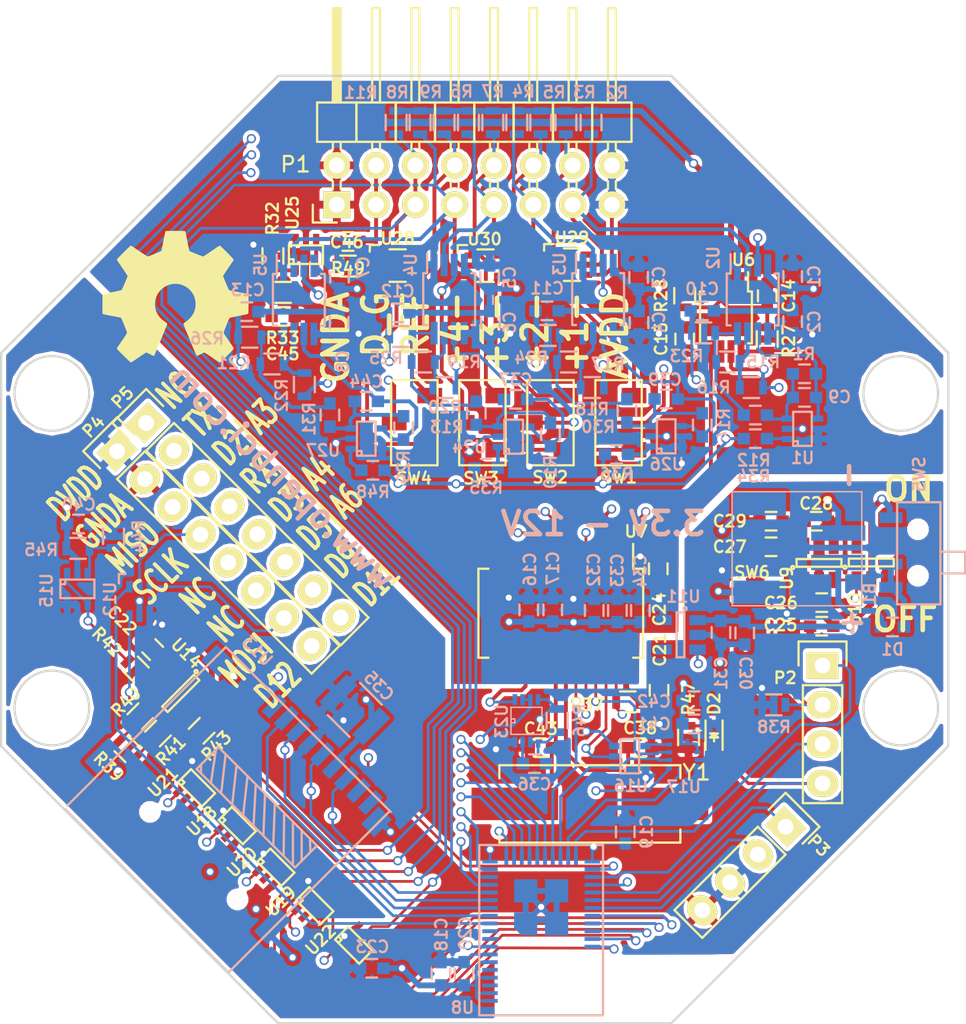
<source format=kicad_pcb>
(kicad_pcb (version 4) (host pcbnew 4.0.0-stable)
  (title_block (title Ganglion) (rev 01) (company "OpenBCI, Inc"))
  (layers (0 F.Cu signal) (1 In1.Cu signal) (2 In2.Cu signal) (31 B.Cu signal) (34 B.Paste user) (35 F.Paste user) (36 B.SilkS user) (37 F.SilkS user) (38 B.Mask user) (39 F.Mask user) (44 Edge.Cuts user))
  (net 0 "")
  (net 1 /V_BATT)
  (net 2 VAA)
  (net 3 GNDA)
  (net 4 "Net-(C9-Pad1)")
  (net 5 "Net-(C10-Pad2)")
  (net 6 "Net-(C11-Pad1)")
  (net 7 "Net-(C12-Pad1)")
  (net 8 "Net-(C13-Pad1)")
  (net 9 "Net-(C14-Pad1)")
  (net 10 VDD)
  (net 11 /V_IN)
  (net 12 "Net-(C40-Pad1)")
  (net 13 1_IN+)
  (net 14 2_IN+)
  (net 15 3_IN+)
  (net 16 4_IN+)
  (net 17 REF)
  (net 18 /SIM_RST)
  (net 19 MISO)
  (net 20 SCK)
  (net 21 /RST)
  (net 22 /CLK)
  (net 23 MOSI)
  (net 24 /D_5|A_6)
  (net 25 /D_3|A_4)
  (net 26 /SIM_RX)
  (net 27 /D_2|A_3)
  (net 28 /SIM_TX)
  (net 29 /D_14)
  (net 30 "Net-(R15-Pad1)")
  (net 31 "Net-(R17-Pad1)")
  (net 32 "Net-(R19-Pad1)")
  (net 33 "Net-(R21-Pad1)")
  (net 34 /1_-IN)
  (net 35 /2_-IN)
  (net 36 /3_-IN)
  (net 37 /4_-IN)
  (net 38 /MCP_RST)
  (net 39 "Net-(R39-Pad1)")
  (net 40 "Net-(R40-Pad1)")
  (net 41 "Net-(R41-Pad1)")
  (net 42 "Net-(R42-Pad1)")
  (net 43 uA_SENS)
  (net 44 /MCP_SS)
  (net 45 "Net-(U8-Pad3)")
  (net 46 "Net-(U8-Pad5)")
  (net 47 /FACTORY)
  (net 48 "Net-(U8-Pad10)")
  (net 49 LIS_SS)
  (net 50 DAC_SS)
  (net 51 INT_1)
  (net 52 Z_TEST_4)
  (net 53 Z_TEST_3)
  (net 54 Z_TEST_2)
  (net 55 Z_TEST_1)
  (net 56 Z_TEST_REF)
  (net 57 /V_ENABLE)
  (net 58 "Net-(U9-Pad4)")
  (net 59 "Net-(U10-Pad4)")
  (net 60 "Net-(U10-Pad5)")
  (net 61 "Net-(U11-Pad4)")
  (net 62 "Net-(U13-Pad9)")
  (net 63 "Net-(U13-Pad8)")
  (net 64 "Net-(U13-Pad1)")
  (net 65 SD_SS)
  (net 66 "Net-(U16-Pad4)")
  (net 67 /D_4|A_5)
  (net 68 /D_23)
  (net 69 /D_24)
  (net 70 /D_21)
  (net 71 /D_12)
  (net 72 "Net-(P5-Pad1)")
  (net 73 /D_9)
  (net 74 /D_11)
  (net 75 "Net-(C43-Pad2)")
  (net 76 "Net-(D2-Pad1)")
  (net 77 "Net-(B1-Pad1)")
  (net 78 "Net-(U17-Pad11)")
  (net 79 "Net-(C36-Pad1)")
  (net 80 "Net-(C36-Pad2)")
  (net 81 MCP_DRDY)
  (net 82 DRDY)
  (net 83 "Net-(C37-Pad1)")
  (net 84 "Net-(C38-Pad2)")
  (net 85 REF_1)
  (net 86 REF_3)
  (net 87 "Net-(C39-Pad1)")
  (net 88 REF_2)
  (net 89 "Net-(C44-Pad1)")
  (net 90 REF_4)
  (net 91 I_BIAS)
  (net 92 OUT_1)
  (net 93 OUT_2)
  (net 94 OUT_3)
  (net 95 OUT_4)
  (net 96 V_REF)
  (net 97 "Net-(C45-Pad1)")
  (net 98 "Net-(R34-Pad2)")
  (net 99 "Net-(R35-Pad2)")
  (net 100 "Net-(R36-Pad2)")
  (net 101 /SENSORS/IMP_SIG)
  (net 102 /REF+_OUT)
  (net 103 4_IN-)
  (net 104 3_IN-)
  (net 105 2_IN-)
  (net 106 1_IN-)
  (net 107 D_G)
  (net 108 "Net-(U28-Pad6)")
  (net 109 "Net-(U29-Pad6)")
  (net 110 "Net-(U30-Pad6)")
  (net 111 "Net-(R48-Pad2)")
  (net 112 "Net-(C46-Pad1)")
  (module Housings_SSOP:MSOP-8_3x3mm_Pitch0.65mm (layer F.Cu) (at 124.467703 77.129389 270)
    (fp_text reference U6 (at -3.723389 -1.135297 360) (layer F.SilkS) (effects (font (size 0.75 0.75))))
    (fp_text value LM7332)
    (pad 1 smd rect (at -2.2 -0.975 270) (size 1.45 0.45) (layers F.Cu F.Paste F.Mask) (net 91 I_BIAS))
    (pad 2 smd rect (at -2.2 -0.325 270) (size 1.45 0.45) (layers F.Cu F.Paste F.Mask) (net 91 I_BIAS))
    (pad 3 smd rect (at -2.2 0.325 270) (size 1.45 0.45) (layers F.Cu F.Paste F.Mask) (net 9 "Net-(C14-Pad1)"))
    (pad 4 smd rect (at -2.2 0.975 270) (size 1.45 0.45) (layers F.Cu F.Paste F.Mask) (net 3 GNDA))
    (pad 5 smd rect (at 2.2 0.975 270) (size 1.45 0.45) (layers F.Cu F.Paste F.Mask) (net 102 /REF+_OUT))
    (pad 6 smd rect (at 2.2 0.325 270) (size 1.45 0.45) (layers F.Cu F.Paste F.Mask) (net 96 V_REF))
    (pad 7 smd rect (at 2.2 -0.325 270) (size 1.45 0.45) (layers F.Cu F.Paste F.Mask) (net 96 V_REF))
    (pad 8 smd rect (at 2.2 -0.975 270) (size 1.45 0.45) (layers F.Cu F.Paste F.Mask) (net 2 VAA))
  )
  (module Capacitors_SMD:C_0603 (layer F.Cu) (at 121.800705 78.526388 90)
    (fp_text reference C15 (at 0 -1.524 90) (layer F.SilkS) (effects (font (size 0.75 0.75))))
    (fp_text value 0.1uF)
    (pad 1 smd rect (at -0.75 0 90) (size 0.8 0.75) (layers F.Cu F.Paste F.Mask) (net 102 /REF+_OUT))
    (pad 2 smd rect (at 0.75 0 90) (size 0.8 0.75) (layers F.Cu F.Paste F.Mask) (net 3 GNDA))
  )
  (module Capacitors_SMD:C_0603 (layer F.Cu) (at 127.134705 75.732389 90)
    (fp_text reference C14 (at 0 1.397 90) (layer F.SilkS) (effects (font (size 0.75 0.75))))
    (fp_text value 1uF)
    (pad 1 smd rect (at -0.75 0 90) (size 0.8 0.75) (layers F.Cu F.Paste F.Mask) (net 9 "Net-(C14-Pad1)"))
    (pad 2 smd rect (at 0.75 0 90) (size 0.8 0.75) (layers F.Cu F.Paste F.Mask) (net 3 GNDA))
  )
  (module Capacitors_SMD:C_0603 (layer B.Cu) (at 129.54 82.296)
    (fp_text reference C9 (at 2.2733 -0.0254) (layer B.SilkS) (effects (font (size 0.75 0.75)) (justify mirror)))
    (fp_text value 22uF)
    (pad 1 smd rect (at -0.75 0) (size 0.8 0.75) (layers B.Cu B.Paste B.Mask) (net 4 "Net-(C9-Pad1)"))
    (pad 2 smd rect (at 0.75 0) (size 0.8 0.75) (layers B.Cu B.Paste B.Mask) (net 85 REF_1))
  )
  (module Capacitors_SMD:C_0603 (layer B.Cu) (at 128.778 74.4855 270)
    (fp_text reference C1 (at 0 -1.397 270) (layer B.SilkS) (effects (font (size 0.75 0.75)) (justify mirror)))
    (fp_text value 0.1uF)
    (pad 1 smd rect (at -0.75 0 270) (size 0.8 0.75) (layers B.Cu B.Paste B.Mask) (net 2 VAA))
    (pad 2 smd rect (at 0.75 0 270) (size 0.8 0.75) (layers B.Cu B.Paste B.Mask) (net 3 GNDA))
  )
  (module Capacitors_SMD:C_0603 (layer B.Cu) (at 128.778 77.4065 90)
    (fp_text reference C2 (at 0 1.397 90) (layer B.SilkS) (effects (font (size 0.75 0.75)) (justify mirror)))
    (fp_text value 0.1uF)
    (pad 1 smd rect (at -0.75 0 90) (size 0.8 0.75) (layers B.Cu B.Paste B.Mask) (net 2 VAA))
    (pad 2 smd rect (at 0.75 0 90) (size 0.8 0.75) (layers B.Cu B.Paste B.Mask) (net 3 GNDA))
  )
  (module Capacitors_SMD:C_0603 (layer B.Cu) (at 118.8212 74.549 270)
    (fp_text reference C3 (at 0 -1.3208 270) (layer B.SilkS) (effects (font (size 0.75 0.75)) (justify mirror)))
    (fp_text value 0.1uF)
    (pad 1 smd rect (at -0.75 0 270) (size 0.8 0.75) (layers B.Cu B.Paste B.Mask) (net 2 VAA))
    (pad 2 smd rect (at 0.75 0 270) (size 0.8 0.75) (layers B.Cu B.Paste B.Mask) (net 3 GNDA))
  )
  (module Capacitors_SMD:C_0603 (layer B.Cu) (at 118.8466 77.47 90)
    (fp_text reference C4 (at 0 1.2954 90) (layer B.SilkS) (effects (font (size 0.75 0.75)) (justify mirror)))
    (fp_text value 0.1uF)
    (pad 1 smd rect (at -0.75 0 90) (size 0.8 0.75) (layers B.Cu B.Paste B.Mask) (net 2 VAA))
    (pad 2 smd rect (at 0.75 0 90) (size 0.8 0.75) (layers B.Cu B.Paste B.Mask) (net 3 GNDA))
  )
  (module Capacitors_SMD:C_0603 (layer B.Cu) (at 109.1946 74.5236 270)
    (fp_text reference C5 (at 0.0254 -1.2954 270) (layer B.SilkS) (effects (font (size 0.75 0.75)) (justify mirror)))
    (fp_text value 0.1uF)
    (pad 1 smd rect (at -0.75 0 270) (size 0.8 0.75) (layers B.Cu B.Paste B.Mask) (net 2 VAA))
    (pad 2 smd rect (at 0.75 0 270) (size 0.8 0.75) (layers B.Cu B.Paste B.Mask) (net 3 GNDA))
  )
  (module Capacitors_SMD:C_0603 (layer B.Cu) (at 109.2454 77.47 90)
    (fp_text reference C6 (at 0 1.2446 90) (layer B.SilkS) (effects (font (size 0.75 0.75)) (justify mirror)))
    (fp_text value 0.1uF)
    (pad 1 smd rect (at -0.75 0 90) (size 0.8 0.75) (layers B.Cu B.Paste B.Mask) (net 2 VAA))
    (pad 2 smd rect (at 0.75 0 90) (size 0.8 0.75) (layers B.Cu B.Paste B.Mask) (net 3 GNDA))
  )
  (module Capacitors_SMD:C_0603 (layer B.Cu) (at 99.4918 74.5236 270)
    (fp_text reference C7 (at -0.6096 -1.5367 270) (layer B.SilkS) (effects (font (size 0.75 0.75)) (justify mirror)))
    (fp_text value 0.1uF)
    (pad 1 smd rect (at -0.75 0 270) (size 0.8 0.75) (layers B.Cu B.Paste B.Mask) (net 2 VAA))
    (pad 2 smd rect (at 0.75 0 270) (size 0.8 0.75) (layers B.Cu B.Paste B.Mask) (net 3 GNDA))
  )
  (module Capacitors_SMD:C_0603 (layer B.Cu) (at 99.4664 77.4573 90)
    (fp_text reference C8 (at -2.5273 0.2286 90) (layer B.SilkS) (effects (font (size 0.75 0.75)) (justify mirror)))
    (fp_text value 0.1uF)
    (pad 1 smd rect (at -0.75 0 90) (size 0.8 0.75) (layers B.Cu B.Paste B.Mask) (net 2 VAA))
    (pad 2 smd rect (at 0.75 0 90) (size 0.8 0.75) (layers B.Cu B.Paste B.Mask) (net 3 GNDA))
  )
  (module Capacitors_SMD:C_0603 (layer B.Cu) (at 122.936 76.708 180)
    (fp_text reference C10 (at 0.004932 1.420884 180) (layer B.SilkS) (effects (font (size 0.75 0.75)) (justify mirror)))
    (fp_text value 1uF)
    (pad 1 smd rect (at -0.75 0 180) (size 0.8 0.75) (layers B.Cu B.Paste B.Mask) (net 3 GNDA))
    (pad 2 smd rect (at 0.75 0 180) (size 0.8 0.75) (layers B.Cu B.Paste B.Mask) (net 5 "Net-(C10-Pad2)"))
  )
  (module Capacitors_SMD:C_0603 (layer B.Cu) (at 112.903 76.708)
    (fp_text reference C11 (at 0 -1.4605) (layer B.SilkS) (effects (font (size 0.75 0.75)) (justify mirror)))
    (fp_text value 1uF)
    (pad 1 smd rect (at -0.75 0) (size 0.8 0.75) (layers B.Cu B.Paste B.Mask) (net 6 "Net-(C11-Pad1)"))
    (pad 2 smd rect (at 0.75 0) (size 0.8 0.75) (layers B.Cu B.Paste B.Mask) (net 3 GNDA))
  )
  (module Capacitors_SMD:C_0603 (layer B.Cu) (at 103.251 76.835)
    (fp_text reference C12 (at 0 -1.397) (layer B.SilkS) (effects (font (size 0.75 0.75)) (justify mirror)))
    (fp_text value 1uF)
    (pad 1 smd rect (at -0.75 0) (size 0.8 0.75) (layers B.Cu B.Paste B.Mask) (net 7 "Net-(C12-Pad1)"))
    (pad 2 smd rect (at 0.75 0) (size 0.8 0.75) (layers B.Cu B.Paste B.Mask) (net 3 GNDA))
  )
  (module Capacitors_SMD:C_0603 (layer B.Cu) (at 93.4974 76.7588)
    (fp_text reference C13 (at 0.0635 -1.397) (layer B.SilkS) (effects (font (size 0.75 0.75)) (justify mirror)))
    (fp_text value 1uF)
    (pad 1 smd rect (at -0.75 0) (size 0.8 0.75) (layers B.Cu B.Paste B.Mask) (net 8 "Net-(C13-Pad1)"))
    (pad 2 smd rect (at 0.75 0) (size 0.8 0.75) (layers B.Cu B.Paste B.Mask) (net 3 GNDA))
  )
  (module Capacitors_SMD:C_0603 (layer B.Cu) (at 111.7219 96.0247 270)
    (fp_text reference C16 (at -2.6162 -0.0762 270) (layer B.SilkS) (effects (font (size 0.75 0.75)) (justify mirror)))
    (fp_text value 0.1uF)
    (pad 1 smd rect (at -0.75 0 270) (size 0.8 0.75) (layers B.Cu B.Paste B.Mask) (net 2 VAA))
    (pad 2 smd rect (at 0.75 0 270) (size 0.8 0.75) (layers B.Cu B.Paste B.Mask) (net 3 GNDA))
  )
  (module Capacitors_SMD:C_0603 (layer B.Cu) (at 113.2713 96.0247 270)
    (fp_text reference C17 (at -2.6924 -0.0127 270) (layer B.SilkS) (effects (font (size 0.75 0.75)) (justify mirror)))
    (fp_text value 1uF)
    (pad 1 smd rect (at -0.75 0 270) (size 0.8 0.75) (layers B.Cu B.Paste B.Mask) (net 2 VAA))
    (pad 2 smd rect (at 0.75 0 270) (size 0.8 0.75) (layers B.Cu B.Paste B.Mask) (net 3 GNDA))
  )
  (module Capacitors_SMD:C_0603 (layer B.Cu) (at 106.045 119.5324 270)
    (fp_text reference C18 (at -2.54 -0.0254 270) (layer B.SilkS) (effects (font (size 0.75 0.75)) (justify mirror)))
    (fp_text value 10uF)
    (pad 1 smd rect (at -0.75 0 270) (size 0.8 0.75) (layers B.Cu B.Paste B.Mask) (net 10 VDD))
    (pad 2 smd rect (at 0.75 0 270) (size 0.8 0.75) (layers B.Cu B.Paste B.Mask) (net 3 GNDA))
  )
  (module Capacitors_SMD:C_0603 (layer B.Cu) (at 117.9576 110.363 270)
    (fp_text reference C19 (at 0 -1.3843 270) (layer B.SilkS) (effects (font (size 0.75 0.75)) (justify mirror)))
    (fp_text value 1uF)
    (pad 1 smd rect (at -0.75 0 270) (size 0.8 0.75) (layers B.Cu B.Paste B.Mask) (net 10 VDD))
    (pad 2 smd rect (at 0.75 0 270) (size 0.8 0.75) (layers B.Cu B.Paste B.Mask) (net 3 GNDA))
  )
  (module Capacitors_SMD:C_0603 (layer B.Cu) (at 107.5436 119.5324 270)
    (fp_text reference C20 (at -2.6162 -0.0762 270) (layer B.SilkS) (effects (font (size 0.75 0.75)) (justify mirror)))
    (fp_text value 0.1uF)
    (pad 1 smd rect (at -0.75 0 270) (size 0.8 0.75) (layers B.Cu B.Paste B.Mask) (net 10 VDD))
    (pad 2 smd rect (at 0.75 0 270) (size 0.8 0.75) (layers B.Cu B.Paste B.Mask) (net 3 GNDA))
  )
  (module Capacitors_SMD:C_0603 (layer F.Cu) (at 120.142 101.219 270)
    (fp_text reference C21 (at -2.6162 -0.0508 270) (layer F.SilkS) (effects (font (size 0.75 0.75))))
    (fp_text value 0.1uF)
    (pad 1 smd rect (at -0.75 0 270) (size 0.8 0.75) (layers F.Cu F.Paste F.Mask) (net 3 GNDA))
    (pad 2 smd rect (at 0.75 0 270) (size 0.8 0.75) (layers F.Cu F.Paste F.Mask) (net 10 VDD))
  )
  (module Capacitors_SMD:C_0603 (layer F.Cu) (at 87.4141 98.5901 315)
    (fp_text reference C22 (at -2.747958 0.071842 315) (layer F.SilkS) (effects (font (size 0.75 0.75))))
    (fp_text value 0.1uF)
    (pad 1 smd rect (at -0.75 0 315) (size 0.8 0.75) (layers F.Cu F.Paste F.Mask) (net 10 VDD))
    (pad 2 smd rect (at 0.75 0 315) (size 0.8 0.75) (layers F.Cu F.Paste F.Mask) (net 3 GNDA))
  )
  (module Capacitors_SMD:C_0603 (layer B.Cu) (at 101.5746 119.1768)
    (fp_text reference C23 (at 0.0381 -1.3843) (layer B.SilkS) (effects (font (size 0.75 0.75)) (justify mirror)))
    (fp_text value 1uF)
    (pad 1 smd rect (at -0.75 0) (size 0.8 0.75) (layers B.Cu B.Paste B.Mask) (net 10 VDD))
    (pad 2 smd rect (at 0.75 0) (size 0.8 0.75) (layers B.Cu B.Paste B.Mask) (net 3 GNDA))
  )
  (module Capacitors_SMD:C_0603 (layer F.Cu) (at 120.0912 93.3704 90)
    (fp_text reference C24 (at -2.6162 0.0762 90) (layer F.SilkS) (effects (font (size 0.75 0.75))))
    (fp_text value 0.1uF)
    (pad 1 smd rect (at -0.75 0 90) (size 0.8 0.75) (layers F.Cu F.Paste F.Mask) (net 3 GNDA))
    (pad 2 smd rect (at 0.75 0 90) (size 0.8 0.75) (layers F.Cu F.Paste F.Mask) (net 2 VAA))
  )
  (module Capacitors_SMD:C_0603 (layer F.Cu) (at 130.6576 97.0788)
    (fp_text reference C25 (at -2.667 -0.0762) (layer F.SilkS) (effects (font (size 0.75 0.75))))
    (fp_text value 1uF)
    (pad 1 smd rect (at -0.75 0) (size 0.8 0.75) (layers F.Cu F.Paste F.Mask) (net 3 GNDA))
    (pad 2 smd rect (at 0.75 0) (size 0.8 0.75) (layers F.Cu F.Paste F.Mask) (net 11 /V_IN))
  )
  (module Capacitors_SMD:C_0603 (layer F.Cu) (at 130.6576 95.5548 180)
    (fp_text reference C26 (at 2.6416 -0.0254 180) (layer F.SilkS) (effects (font (size 0.75 0.75))))
    (fp_text value 0.1uF)
    (pad 1 smd rect (at -0.75 0 180) (size 0.8 0.75) (layers F.Cu F.Paste F.Mask) (net 3 GNDA))
    (pad 2 smd rect (at 0.75 0 180) (size 0.8 0.75) (layers F.Cu F.Paste F.Mask) (net 11 /V_IN))
  )
  (module Capacitors_SMD:C_0603 (layer F.Cu) (at 127.381 91.948)
    (fp_text reference C27 (at -2.667 0) (layer F.SilkS) (effects (font (size 0.75 0.75))))
    (fp_text value 0.1uF)
    (pad 1 smd rect (at -0.75 0) (size 0.8 0.75) (layers F.Cu F.Paste F.Mask) (net 3 GNDA))
    (pad 2 smd rect (at 0.75 0) (size 0.8 0.75) (layers F.Cu F.Paste F.Mask) (net 10 VDD))
  )
  (module Capacitors_SMD:C_0603 (layer F.Cu) (at 130.302 90.297 180)
    (fp_text reference C28 (at 0 1.143 180) (layer F.SilkS) (effects (font (size 0.75 0.75))))
    (fp_text value 1uF)
    (pad 1 smd rect (at -0.75 0 180) (size 0.8 0.75) (layers F.Cu F.Paste F.Mask) (net 3 GNDA))
    (pad 2 smd rect (at 0.75 0 180) (size 0.8 0.75) (layers F.Cu F.Paste F.Mask) (net 10 VDD))
  )
  (module Capacitors_SMD:C_0603 (layer F.Cu) (at 127.381 90.297)
    (fp_text reference C29 (at -2.667 0) (layer F.SilkS) (effects (font (size 0.75 0.75))))
    (fp_text value 10uF)
    (pad 1 smd rect (at -0.75 0) (size 0.8 0.75) (layers F.Cu F.Paste F.Mask) (net 3 GNDA))
    (pad 2 smd rect (at 0.75 0) (size 0.8 0.75) (layers F.Cu F.Paste F.Mask) (net 10 VDD))
  )
  (module Capacitors_SMD:C_0603 (layer B.Cu) (at 125.6792 97.5106 90)
    (fp_text reference C30 (at -2.6035 0.127 90) (layer B.SilkS) (effects (font (size 0.75 0.75)) (justify mirror)))
    (fp_text value 1uF)
    (pad 1 smd rect (at -0.75 0 90) (size 0.8 0.75) (layers B.Cu B.Paste B.Mask) (net 3 GNDA))
    (pad 2 smd rect (at 0.75 0 90) (size 0.8 0.75) (layers B.Cu B.Paste B.Mask) (net 11 /V_IN))
  )
  (module Capacitors_SMD:C_0603 (layer B.Cu) (at 124.1425 97.4852 90)
    (fp_text reference C31 (at -2.6289 0.0127 90) (layer B.SilkS) (effects (font (size 0.75 0.75)) (justify mirror)))
    (fp_text value 0.1uF)
    (pad 1 smd rect (at -0.75 0 90) (size 0.8 0.75) (layers B.Cu B.Paste B.Mask) (net 3 GNDA))
    (pad 2 smd rect (at 0.75 0 90) (size 0.8 0.75) (layers B.Cu B.Paste B.Mask) (net 11 /V_IN))
  )
  (module Capacitors_SMD:C_0603 (layer B.Cu) (at 115.951 96.0628 90)
    (fp_text reference C32 (at 2.6289 -0.0254 90) (layer B.SilkS) (effects (font (size 0.75 0.75)) (justify mirror)))
    (fp_text value 0.1uF)
    (pad 1 smd rect (at -0.75 0 90) (size 0.8 0.75) (layers B.Cu B.Paste B.Mask) (net 3 GNDA))
    (pad 2 smd rect (at 0.75 0 90) (size 0.8 0.75) (layers B.Cu B.Paste B.Mask) (net 2 VAA))
  )
  (module Capacitors_SMD:C_0603 (layer B.Cu) (at 117.4496 96.0628 90)
    (fp_text reference C33 (at 2.5908 0 90) (layer B.SilkS) (effects (font (size 0.75 0.75)) (justify mirror)))
    (fp_text value 1uF)
    (pad 1 smd rect (at -0.75 0 90) (size 0.8 0.75) (layers B.Cu B.Paste B.Mask) (net 3 GNDA))
    (pad 2 smd rect (at 0.75 0 90) (size 0.8 0.75) (layers B.Cu B.Paste B.Mask) (net 2 VAA))
  )
  (module Capacitors_SMD:C_0603 (layer B.Cu) (at 118.9355 96.0628 90)
    (fp_text reference C34 (at 2.5654 0 90) (layer B.SilkS) (effects (font (size 0.75 0.75)) (justify mirror)))
    (fp_text value 10uF)
    (pad 1 smd rect (at -0.75 0 90) (size 0.8 0.75) (layers B.Cu B.Paste B.Mask) (net 3 GNDA))
    (pad 2 smd rect (at 0.75 0 90) (size 0.8 0.75) (layers B.Cu B.Paste B.Mask) (net 2 VAA))
  )
  (module Capacitors_SMD:C_0603 (layer B.Cu) (at 82.6262 90.4748 180)
    (fp_text reference C40 (at -0.0254 1.2573 180) (layer B.SilkS) (effects (font (size 0.75 0.75)) (justify mirror)))
    (fp_text value 1uF)
    (pad 1 smd rect (at -0.75 0 180) (size 0.8 0.75) (layers B.Cu B.Paste B.Mask) (net 12 "Net-(C40-Pad1)"))
    (pad 2 smd rect (at 0.75 0 180) (size 0.8 0.75) (layers B.Cu B.Paste B.Mask) (net 3 GNDA))
  )
  (module Capacitors_SMD:C_0603 (layer B.Cu) (at 122.4026 103.3907 180)
    (fp_text reference C41 (at 2.5908 -0.0127 180) (layer B.SilkS) (effects (font (size 0.75 0.75)) (justify mirror)))
    (fp_text value 10uF)
    (pad 1 smd rect (at -0.75 0 180) (size 0.8 0.75) (layers B.Cu B.Paste B.Mask) (net 10 VDD))
    (pad 2 smd rect (at 0.75 0 180) (size 0.8 0.75) (layers B.Cu B.Paste B.Mask) (net 3 GNDA))
  )
  (module Capacitors_SMD:C_0603 (layer B.Cu) (at 122.4026 101.8921 180)
    (fp_text reference C42 (at 2.5908 -0.0508 180) (layer B.SilkS) (effects (font (size 0.75 0.75)) (justify mirror)))
    (fp_text value 1uF)
    (pad 1 smd rect (at -0.75 0 180) (size 0.8 0.75) (layers B.Cu B.Paste B.Mask) (net 10 VDD))
    (pad 2 smd rect (at 0.75 0 180) (size 0.8 0.75) (layers B.Cu B.Paste B.Mask) (net 3 GNDA))
  )
  (module Socket_Strips:Socket_Strip_Straight_1x04 (layer F.Cu) (at 130.7084 99.6188 270)
    (fp_text reference P2 (at 0.8001 2.413 360) (layer F.SilkS) (effects (font (size 0.75 0.75))))
    (fp_text value CONN_01X04)
    (pad 1 thru_hole rect (at 0 0 270) (size 1.7272 2.032) (drill 1.016) (layers *.Cu *.Mask F.SilkS) (net 29 /D_14))
    (pad 2 thru_hole oval (at 2.54 0 270) (size 1.7272 2.032) (drill 1.016) (layers *.Cu *.Mask F.SilkS) (net 18 /SIM_RST))
    (pad 3 thru_hole oval (at 5.08 0 270) (size 1.7272 2.032) (drill 1.016) (layers *.Cu *.Mask F.SilkS) (net 67 /D_4|A_5))
    (pad 4 thru_hole oval (at 7.62 0 270) (size 1.7272 2.032) (drill 1.016) (layers *.Cu *.Mask F.SilkS) (net 68 /D_23))
  )
  (module Socket_Strips:Socket_Strip_Straight_1x04 (layer F.Cu) (at 128.3208 110.0328 225)
    (fp_text reference P3 (at -0.646578 -2.370788 315) (layer F.SilkS) (effects (font (size 0.75 0.75))))
    (fp_text value CONN_01X04)
    (pad 1 thru_hole rect (at 0 0 225) (size 1.7272 2.032) (drill 1.016) (layers *.Cu *.Mask F.SilkS) (net 69 /D_24))
    (pad 2 thru_hole oval (at 2.54 0 225) (size 1.7272 2.032) (drill 1.016) (layers *.Cu *.Mask F.SilkS) (net 70 /D_21))
    (pad 3 thru_hole oval (at 5.08 0 225) (size 1.7272 2.032) (drill 1.016) (layers *.Cu *.Mask F.SilkS) (net 10 VDD))
    (pad 4 thru_hole oval (at 7.62 0 225) (size 1.7272 2.032) (drill 1.016) (layers *.Cu *.Mask F.SilkS) (net 3 GNDA))
  )
  (module Socket_Strips:Socket_Strip_Straight_1x08 (layer F.Cu) (at 85.1154 85.7758 315)
    (fp_text reference P4 (at -2.200163 -0.044901 405) (layer F.SilkS) (effects (font (size 0.75 0.75))))
    (fp_text value CONN_01X08)
    (pad 1 thru_hole rect (at 0 0 315) (size 1.7272 2.032) (drill 1.016) (layers *.Cu *.Mask F.SilkS) (net 10 VDD))
    (pad 2 thru_hole oval (at 2.54 0 315) (size 1.7272 2.032) (drill 1.016) (layers *.Cu *.Mask F.SilkS) (net 3 GNDA))
    (pad 3 thru_hole oval (at 5.08 0 315) (size 1.7272 2.032) (drill 1.016) (layers *.Cu *.Mask F.SilkS) (net 19 MISO))
    (pad 4 thru_hole oval (at 7.62 0 315) (size 1.7272 2.032) (drill 1.016) (layers *.Cu *.Mask F.SilkS) (net 20 SCK))
    (pad 5 thru_hole oval (at 10.16 0 315) (size 1.7272 2.032) (drill 1.016) (layers *.Cu *.Mask F.SilkS) (net 21 /RST))
    (pad 6 thru_hole oval (at 12.7 0 315) (size 1.7272 2.032) (drill 1.016) (layers *.Cu *.Mask F.SilkS) (net 22 /CLK))
    (pad 7 thru_hole oval (at 15.24 0 315) (size 1.7272 2.032) (drill 1.016) (layers *.Cu *.Mask F.SilkS) (net 23 MOSI))
    (pad 8 thru_hole oval (at 17.78 0 315) (size 1.7272 2.032) (drill 1.016) (layers *.Cu *.Mask F.SilkS) (net 71 /D_12))
  )
  (module Socket_Strips:Socket_Strip_Straight_1x08 (layer F.Cu) (at 86.995 83.947 315)
    (fp_text reference P5 (at -2.236084 -0.080822 405) (layer F.SilkS) (effects (font (size 0.75 0.75))))
    (fp_text value CONN_01X08)
    (pad 1 thru_hole rect (at 0 0 315) (size 1.7272 2.032) (drill 1.016) (layers *.Cu *.Mask F.SilkS) (net 72 "Net-(P5-Pad1)"))
    (pad 2 thru_hole oval (at 2.54 0 315) (size 1.7272 2.032) (drill 1.016) (layers *.Cu *.Mask F.SilkS) (net 28 /SIM_TX))
    (pad 3 thru_hole oval (at 5.08 0 315) (size 1.7272 2.032) (drill 1.016) (layers *.Cu *.Mask F.SilkS) (net 27 /D_2|A_3))
    (pad 4 thru_hole oval (at 7.62 0 315) (size 1.7272 2.032) (drill 1.016) (layers *.Cu *.Mask F.SilkS) (net 26 /SIM_RX))
    (pad 5 thru_hole oval (at 10.16 0 315) (size 1.7272 2.032) (drill 1.016) (layers *.Cu *.Mask F.SilkS) (net 25 /D_3|A_4))
    (pad 6 thru_hole oval (at 12.7 0 315) (size 1.7272 2.032) (drill 1.016) (layers *.Cu *.Mask F.SilkS) (net 24 /D_5|A_6))
    (pad 7 thru_hole oval (at 15.24 0 315) (size 1.7272 2.032) (drill 1.016) (layers *.Cu *.Mask F.SilkS) (net 73 /D_9))
    (pad 8 thru_hole oval (at 17.78 0 315) (size 1.7272 2.032) (drill 1.016) (layers *.Cu *.Mask F.SilkS) (net 74 /D_11))
  )
  (module Resistors_SMD:R_0603 (layer B.Cu) (at 115.7478 64.5414 90)
    (fp_text reference R2 (at 1.9304 1.6637 180) (layer B.SilkS) (effects (font (size 0.75 0.75)) (justify mirror)))
    (fp_text value 330K)
    (pad 1 smd rect (at -0.75 0 90) (size 0.5 0.9) (layers B.Cu B.Paste B.Mask) (net 13 1_IN+))
    (pad 2 smd rect (at 0.75 0 90) (size 0.5 0.9) (layers B.Cu B.Paste B.Mask) (net 91 I_BIAS))
  )
  (module Resistors_SMD:R_0603 (layer B.Cu) (at 114.1222 64.5414 90)
    (fp_text reference R3 (at 1.9558 1.1938 360) (layer B.SilkS) (effects (font (size 0.75 0.75)) (justify mirror)))
    (fp_text value 330K)
    (pad 1 smd rect (at -0.75 0 90) (size 0.5 0.9) (layers B.Cu B.Paste B.Mask) (net 106 1_IN-))
    (pad 2 smd rect (at 0.75 0 90) (size 0.5 0.9) (layers B.Cu B.Paste B.Mask) (net 91 I_BIAS))
  )
  (module Resistors_SMD:R_0603 (layer B.Cu) (at 110.9472 64.5414 90)
    (fp_text reference R4 (at 2.0066 0.4318 180) (layer B.SilkS) (effects (font (size 0.75 0.75)) (justify mirror)))
    (fp_text value 330K)
    (pad 1 smd rect (at -0.75 0 90) (size 0.5 0.9) (layers B.Cu B.Paste B.Mask) (net 14 2_IN+))
    (pad 2 smd rect (at 0.75 0 90) (size 0.5 0.9) (layers B.Cu B.Paste B.Mask) (net 91 I_BIAS))
  )
  (module Resistors_SMD:R_0603 (layer B.Cu) (at 112.4966 64.5414 90)
    (fp_text reference R5 (at 1.9558 0.8636 180) (layer B.SilkS) (effects (font (size 0.75 0.75)) (justify mirror)))
    (fp_text value 330K)
    (pad 1 smd rect (at -0.75 0 90) (size 0.5 0.9) (layers B.Cu B.Paste B.Mask) (net 105 2_IN-))
    (pad 2 smd rect (at 0.75 0 90) (size 0.5 0.9) (layers B.Cu B.Paste B.Mask) (net 91 I_BIAS))
  )
  (module Resistors_SMD:R_0603 (layer B.Cu) (at 107.823 64.5414 90)
    (fp_text reference R6 (at 2.0066 -0.4445 180) (layer B.SilkS) (effects (font (size 0.75 0.75)) (justify mirror)))
    (fp_text value 330K)
    (pad 1 smd rect (at -0.75 0 90) (size 0.5 0.9) (layers B.Cu B.Paste B.Mask) (net 15 3_IN+))
    (pad 2 smd rect (at 0.75 0 90) (size 0.5 0.9) (layers B.Cu B.Paste B.Mask) (net 91 I_BIAS))
  )
  (module Resistors_SMD:R_0603 (layer B.Cu) (at 109.3978 64.5414 90)
    (fp_text reference R7 (at 2.0066 0 180) (layer B.SilkS) (effects (font (size 0.75 0.75)) (justify mirror)))
    (fp_text value 330K)
    (pad 1 smd rect (at -0.75 0 90) (size 0.5 0.9) (layers B.Cu B.Paste B.Mask) (net 104 3_IN-))
    (pad 2 smd rect (at 0.75 0 90) (size 0.5 0.9) (layers B.Cu B.Paste B.Mask) (net 91 I_BIAS))
  )
  (module Resistors_SMD:R_0603 (layer B.Cu) (at 104.6988 64.5414 90)
    (fp_text reference R8 (at 1.9558 -1.4732 180) (layer B.SilkS) (effects (font (size 0.75 0.75)) (justify mirror)))
    (fp_text value 330K)
    (pad 1 smd rect (at -0.75 0 90) (size 0.5 0.9) (layers B.Cu B.Paste B.Mask) (net 16 4_IN+))
    (pad 2 smd rect (at 0.75 0 90) (size 0.5 0.9) (layers B.Cu B.Paste B.Mask) (net 91 I_BIAS))
  )
  (module Resistors_SMD:R_0603 (layer B.Cu) (at 106.2482 64.5414 90)
    (fp_text reference R9 (at 1.9812 -0.8509 180) (layer B.SilkS) (effects (font (size 0.75 0.75)) (justify mirror)))
    (fp_text value 330K)
    (pad 1 smd rect (at -0.75 0 90) (size 0.5 0.9) (layers B.Cu B.Paste B.Mask) (net 103 4_IN-))
    (pad 2 smd rect (at 0.75 0 90) (size 0.5 0.9) (layers B.Cu B.Paste B.Mask) (net 91 I_BIAS))
  )
  (module Resistors_SMD:R_0603 (layer B.Cu) (at 103.1494 64.5414 270)
    (fp_text reference R11 (at -1.9304 2.286 360) (layer B.SilkS) (effects (font (size 0.75 0.75)) (justify mirror)))
    (fp_text value 330K)
    (pad 1 smd rect (at -0.75 0 270) (size 0.5 0.9) (layers B.Cu B.Paste B.Mask) (net 91 I_BIAS))
    (pad 2 smd rect (at 0.75 0 270) (size 0.5 0.9) (layers B.Cu B.Paste B.Mask) (net 17 REF))
  )
  (module Resistors_SMD:R_0603 (layer B.Cu) (at 124.587 80.01 180)
    (fp_text reference R15 (at -2.286 0 180) (layer B.SilkS) (effects (font (size 0.75 0.75)) (justify mirror)))
    (fp_text value 100K)
    (pad 1 smd rect (at -0.75 0 180) (size 0.5 0.9) (layers B.Cu B.Paste B.Mask) (net 30 "Net-(R15-Pad1)"))
    (pad 2 smd rect (at 0.75 0 180) (size 0.5 0.9) (layers B.Cu B.Paste B.Mask) (net 92 OUT_1))
  )
  (module Resistors_SMD:R_0603 (layer B.Cu) (at 126.111 81.661)
    (fp_text reference R16 (at -2.4384 -0.0127) (layer B.SilkS) (effects (font (size 0.75 0.75)) (justify mirror)))
    (fp_text value 2K)
    (pad 1 smd rect (at -0.75 0) (size 0.5 0.9) (layers B.Cu B.Paste B.Mask) (net 30 "Net-(R15-Pad1)"))
    (pad 2 smd rect (at 0.75 0) (size 0.5 0.9) (layers B.Cu B.Paste B.Mask) (net 96 V_REF))
  )
  (module Resistors_SMD:R_0603 (layer B.Cu) (at 114.3 80.01 180)
    (fp_text reference R17 (at -2.54 -0.127 180) (layer B.SilkS) (effects (font (size 0.75 0.75)) (justify mirror)))
    (fp_text value 100K)
    (pad 1 smd rect (at -0.75 0 180) (size 0.5 0.9) (layers B.Cu B.Paste B.Mask) (net 31 "Net-(R17-Pad1)"))
    (pad 2 smd rect (at 0.75 0 180) (size 0.5 0.9) (layers B.Cu B.Paste B.Mask) (net 93 OUT_2))
  )
  (module Resistors_SMD:R_0603 (layer B.Cu) (at 115.824 81.661)
    (fp_text reference R18 (at 0 1.397) (layer B.SilkS) (effects (font (size 0.75 0.75)) (justify mirror)))
    (fp_text value 2K)
    (pad 1 smd rect (at -0.75 0) (size 0.5 0.9) (layers B.Cu B.Paste B.Mask) (net 31 "Net-(R17-Pad1)"))
    (pad 2 smd rect (at 0.75 0) (size 0.5 0.9) (layers B.Cu B.Paste B.Mask) (net 96 V_REF))
  )
  (module Resistors_SMD:R_0603 (layer B.Cu) (at 104.902 80.01 180)
    (fp_text reference R19 (at -2.6416 0 180) (layer B.SilkS) (effects (font (size 0.75 0.75)) (justify mirror)))
    (fp_text value 100K)
    (pad 1 smd rect (at -0.75 0 180) (size 0.5 0.9) (layers B.Cu B.Paste B.Mask) (net 32 "Net-(R19-Pad1)"))
    (pad 2 smd rect (at 0.75 0 180) (size 0.5 0.9) (layers B.Cu B.Paste B.Mask) (net 94 OUT_3))
  )
  (module Resistors_SMD:R_0603 (layer B.Cu) (at 106.299 81.661 180)
    (fp_text reference R20 (at 0 -1.27 180) (layer B.SilkS) (effects (font (size 0.75 0.75)) (justify mirror)))
    (fp_text value 2K)
    (pad 1 smd rect (at -0.75 0 180) (size 0.5 0.9) (layers B.Cu B.Paste B.Mask) (net 96 V_REF))
    (pad 2 smd rect (at 0.75 0 180) (size 0.5 0.9) (layers B.Cu B.Paste B.Mask) (net 32 "Net-(R19-Pad1)"))
  )
  (module Resistors_SMD:R_0603 (layer B.Cu) (at 95.123 80.137 180)
    (fp_text reference R21 (at 2.4765 0.0635 180) (layer B.SilkS) (effects (font (size 0.75 0.75)) (justify mirror)))
    (fp_text value 100K)
    (pad 1 smd rect (at -0.75 0 180) (size 0.5 0.9) (layers B.Cu B.Paste B.Mask) (net 33 "Net-(R21-Pad1)"))
    (pad 2 smd rect (at 0.75 0 180) (size 0.5 0.9) (layers B.Cu B.Paste B.Mask) (net 95 OUT_4))
  )
  (module Resistors_SMD:R_0603 (layer B.Cu) (at 97.2185 81.4705 90)
    (fp_text reference R22 (at -0.6985 -1.4732 90) (layer B.SilkS) (effects (font (size 0.75 0.75)) (justify mirror)))
    (fp_text value 2K)
    (pad 1 smd rect (at -0.75 0 90) (size 0.5 0.9) (layers B.Cu B.Paste B.Mask) (net 96 V_REF))
    (pad 2 smd rect (at 0.75 0 90) (size 0.5 0.9) (layers B.Cu B.Paste B.Mask) (net 33 "Net-(R21-Pad1)"))
  )
  (module Resistors_SMD:R_0603 (layer B.Cu) (at 123.017132 78.128887)
    (fp_text reference R23 (at -1.097132 1.500113 180) (layer B.SilkS) (effects (font (size 0.75 0.75)) (justify mirror)))
    (fp_text value 1K)
    (pad 1 smd rect (at -0.75 0) (size 0.5 0.9) (layers B.Cu B.Paste B.Mask) (net 5 "Net-(C10-Pad2)"))
    (pad 2 smd rect (at 0.75 0) (size 0.5 0.9) (layers B.Cu B.Paste B.Mask) (net 92 OUT_1))
  )
  (module Resistors_SMD:R_0603 (layer B.Cu) (at 112.9665 78.2955)
    (fp_text reference R24 (at -1.0795 1.4605 180) (layer B.SilkS) (effects (font (size 0.75 0.75)) (justify mirror)))
    (fp_text value 1K)
    (pad 1 smd rect (at -0.75 0) (size 0.5 0.9) (layers B.Cu B.Paste B.Mask) (net 6 "Net-(C11-Pad1)"))
    (pad 2 smd rect (at 0.75 0) (size 0.5 0.9) (layers B.Cu B.Paste B.Mask) (net 93 OUT_2))
  )
  (module Resistors_SMD:R_0603 (layer B.Cu) (at 103.4542 78.359)
    (fp_text reference R25 (at -0.9652 1.397 180) (layer B.SilkS) (effects (font (size 0.75 0.75)) (justify mirror)))
    (fp_text value 1K)
    (pad 1 smd rect (at -0.75 0) (size 0.5 0.9) (layers B.Cu B.Paste B.Mask) (net 7 "Net-(C12-Pad1)"))
    (pad 2 smd rect (at 0.75 0) (size 0.5 0.9) (layers B.Cu B.Paste B.Mask) (net 94 OUT_3))
  )
  (module Resistors_SMD:R_0603 (layer B.Cu) (at 93.6879 78.4098)
    (fp_text reference R26 (at -2.7559 0.0762) (layer B.SilkS) (effects (font (size 0.75 0.75)) (justify mirror)))
    (fp_text value 1K)
    (pad 1 smd rect (at -0.75 0) (size 0.5 0.9) (layers B.Cu B.Paste B.Mask) (net 8 "Net-(C13-Pad1)"))
    (pad 2 smd rect (at 0.75 0) (size 0.5 0.9) (layers B.Cu B.Paste B.Mask) (net 95 OUT_4))
  )
  (module Resistors_SMD:R_0603 (layer F.Cu) (at 127.134703 78.526389 90)
    (fp_text reference R27 (at -0.127 1.397 90) (layer F.SilkS) (effects (font (size 0.75 0.75))))
    (fp_text value 100K)
    (pad 1 smd rect (at -0.75 0 90) (size 0.5 0.9) (layers F.Cu F.Paste F.Mask) (net 2 VAA))
    (pad 2 smd rect (at 0.75 0 90) (size 0.5 0.9) (layers F.Cu F.Paste F.Mask) (net 9 "Net-(C14-Pad1)"))
  )
  (module Resistors_SMD:R_0603 (layer F.Cu) (at 121.800703 75.732389 90)
    (fp_text reference R28 (at 0 -1.524 90) (layer F.SilkS) (effects (font (size 0.75 0.75))))
    (fp_text value 100K)
    (pad 1 smd rect (at -0.75 0 90) (size 0.5 0.9) (layers F.Cu F.Paste F.Mask) (net 9 "Net-(C14-Pad1)"))
    (pad 2 smd rect (at 0.75 0 90) (size 0.5 0.9) (layers F.Cu F.Paste F.Mask) (net 3 GNDA))
  )
  (module Resistors_SMD:R_0603 (layer F.Cu) (at 118.1227 101.9683 180)
    (fp_text reference R37 (at 2.6289 -0.1905 180) (layer F.SilkS) (effects (font (size 0.75 0.75))))
    (fp_text value 100K)
    (pad 1 smd rect (at -0.75 0 180) (size 0.5 0.9) (layers F.Cu F.Paste F.Mask) (net 10 VDD))
    (pad 2 smd rect (at 0.75 0 180) (size 0.5 0.9) (layers F.Cu F.Paste F.Mask) (net 38 /MCP_RST))
  )
  (module Resistors_SMD:R_0603 (layer B.Cu) (at 127.5588 102.1588 180)
    (fp_text reference R38 (at -0.0127 -1.4351 180) (layer B.SilkS) (effects (font (size 0.75 0.75)) (justify mirror)))
    (fp_text value 10K)
    (pad 1 smd rect (at -0.75 0 180) (size 0.5 0.9) (layers B.Cu B.Paste B.Mask) (net 18 /SIM_RST))
    (pad 2 smd rect (at 0.75 0 180) (size 0.5 0.9) (layers B.Cu B.Paste B.Mask) (net 10 VDD))
  )
  (module Resistors_SMD:R_0603 (layer F.Cu) (at 85.7758 105.029 315)
    (fp_text reference R39 (at -0.071842 1.652367 315) (layer F.SilkS) (effects (font (size 0.75 0.75))))
    (fp_text value 100)
    (pad 1 smd rect (at -0.75 0 315) (size 0.5 0.9) (layers F.Cu F.Paste F.Mask) (net 39 "Net-(R39-Pad1)"))
    (pad 2 smd rect (at 0.75 0 315) (size 0.5 0.9) (layers F.Cu F.Paste F.Mask) (net 101 /SENSORS/IMP_SIG))
  )
  (module Resistors_SMD:R_0603 (layer F.Cu) (at 86.614 102.8954 225)
    (fp_text reference R40 (at 0 1.293157 225) (layer F.SilkS) (effects (font (size 0.75 0.75))))
    (fp_text value 1K)
    (pad 1 smd rect (at -0.75 0 225) (size 0.5 0.9) (layers F.Cu F.Paste F.Mask) (net 40 "Net-(R40-Pad1)"))
    (pad 2 smd rect (at 0.75 0 225) (size 0.5 0.9) (layers F.Cu F.Paste F.Mask) (net 39 "Net-(R39-Pad1)"))
  )
  (module Resistors_SMD:R_0603 (layer F.Cu) (at 87.757 104.013 225)
    (fp_text reference R41 (at 0.197566 -1.382959 225) (layer F.SilkS) (effects (font (size 0.75 0.75))))
    (fp_text value 1K)
    (pad 1 smd rect (at -0.75 0 225) (size 0.5 0.9) (layers F.Cu F.Paste F.Mask) (net 41 "Net-(R41-Pad1)"))
    (pad 2 smd rect (at 0.75 0 225) (size 0.5 0.9) (layers F.Cu F.Paste F.Mask) (net 101 /SENSORS/IMP_SIG))
  )
  (module Resistors_SMD:R_0603 (layer F.Cu) (at 86.3346 99.8728 315)
    (fp_text reference R42 (at -2.586314 0.071842 495) (layer F.SilkS) (effects (font (size 0.75 0.75))))
    (fp_text value 1M)
    (pad 1 smd rect (at -0.75 0 315) (size 0.5 0.9) (layers F.Cu F.Paste F.Mask) (net 42 "Net-(R42-Pad1)"))
    (pad 2 smd rect (at 0.75 0 315) (size 0.5 0.9) (layers F.Cu F.Paste F.Mask) (net 40 "Net-(R40-Pad1)"))
  )
  (module Resistors_SMD:R_0603 (layer F.Cu) (at 90.5764 103.8352 225)
    (fp_text reference R43 (at 0.017961 -1.382959 225) (layer F.SilkS) (effects (font (size 0.75 0.75))))
    (fp_text value 1M)
    (pad 1 smd rect (at -0.75 0 225) (size 0.5 0.9) (layers F.Cu F.Paste F.Mask) (net 43 uA_SENS))
    (pad 2 smd rect (at 0.75 0 225) (size 0.5 0.9) (layers F.Cu F.Paste F.Mask) (net 41 "Net-(R41-Pad1)"))
  )
  (module Resistors_SMD:R_0603 (layer B.Cu) (at 84.8868 91.2749 270)
    (fp_text reference R44 (at 0.018115 -1.620248 270) (layer B.SilkS) (effects (font (size 0.75 0.75)) (justify mirror)))
    (fp_text value 100K)
    (pad 1 smd rect (at -0.75 0 270) (size 0.5 0.9) (layers B.Cu B.Paste B.Mask) (net 10 VDD))
    (pad 2 smd rect (at 0.75 0 270) (size 0.5 0.9) (layers B.Cu B.Paste B.Mask) (net 12 "Net-(C40-Pad1)"))
  )
  (module Resistors_SMD:R_0603 (layer B.Cu) (at 82.5881 92.0496 180)
    (fp_text reference R45 (at 2.3749 -0.1016 180) (layer B.SilkS) (effects (font (size 0.75 0.75)) (justify mirror)))
    (fp_text value 100K)
    (pad 1 smd rect (at -0.75 0 180) (size 0.5 0.9) (layers B.Cu B.Paste B.Mask) (net 12 "Net-(C40-Pad1)"))
    (pad 2 smd rect (at 0.75 0 180) (size 0.5 0.9) (layers B.Cu B.Paste B.Mask) (net 3 GNDA))
  )
  (module OpenBCI:CJS-1200TA (layer F.Cu) (at 118.524 85.682 180)
    (fp_text reference SW1 (at 0.9525 -1.778 180) (layer F.SilkS) (effects (font (size 0.75 0.75))))
    (fp_text value CJS1200)
    (pad 3 smd rect (at 0 3.5 180) (size 1.6 1) (layers F.Cu F.Paste F.Mask) (net 106 1_IN-))
    (pad 2 smd rect (at 2.3 1.75 180) (size 1.6 1) (layers F.Cu F.Paste F.Mask) (net 34 /1_-IN))
    (pad 1 smd rect (at 0 0 180) (size 1.6 1) (layers F.Cu F.Paste F.Mask) (net 17 REF))
  )
  (module OpenBCI:CJS-1200TA (layer F.Cu) (at 114.124 85.682 180)
    (fp_text reference SW2 (at 1.016 -1.778 180) (layer F.SilkS) (effects (font (size 0.75 0.75))))
    (fp_text value CJS1200)
    (pad 3 smd rect (at 0 3.5 180) (size 1.6 1) (layers F.Cu F.Paste F.Mask) (net 105 2_IN-))
    (pad 2 smd rect (at 2.3 1.75 180) (size 1.6 1) (layers F.Cu F.Paste F.Mask) (net 35 /2_-IN))
    (pad 1 smd rect (at 0 0 180) (size 1.6 1) (layers F.Cu F.Paste F.Mask) (net 17 REF))
  )
  (module OpenBCI:CJS-1200TA (layer F.Cu) (at 109.724 85.682 180)
    (fp_text reference SW3 (at 1.0795 -1.8415 180) (layer F.SilkS) (effects (font (size 0.75 0.75))))
    (fp_text value CJS1200)
    (pad 3 smd rect (at 0 3.5 180) (size 1.6 1) (layers F.Cu F.Paste F.Mask) (net 104 3_IN-))
    (pad 2 smd rect (at 2.3 1.75 180) (size 1.6 1) (layers F.Cu F.Paste F.Mask) (net 36 /3_-IN))
    (pad 1 smd rect (at 0 0 180) (size 1.6 1) (layers F.Cu F.Paste F.Mask) (net 17 REF))
  )
  (module OpenBCI:CJS-1200TA (layer F.Cu) (at 105.324 85.682 180)
    (fp_text reference SW4 (at 1.016 -1.8415 180) (layer F.SilkS) (effects (font (size 0.75 0.75))))
    (fp_text value CJS1200)
    (pad 3 smd rect (at 0 3.5 180) (size 1.6 1) (layers F.Cu F.Paste F.Mask) (net 103 4_IN-))
    (pad 2 smd rect (at 2.3 1.75 180) (size 1.6 1) (layers F.Cu F.Paste F.Mask) (net 37 /4_-IN))
    (pad 1 smd rect (at 0 0 180) (size 1.6 1) (layers F.Cu F.Paste F.Mask) (net 17 REF))
  )
  (module Housings_SSOP:MSOP-8_3x3mm_Pitch0.65mm (layer B.Cu) (at 126.192132 75.969885 270)
    (fp_text reference U2 (at -2.690885 2.544932 270) (layer B.SilkS) (effects (font (size 0.75 0.75)) (justify mirror)))
    (fp_text value AD8237)
    (pad 1 smd rect (at -2.2 0.975 270) (size 1.45 0.45) (layers B.Cu B.Paste B.Mask) (net 2 VAA))
    (pad 2 smd rect (at -2.2 0.325 270) (size 1.45 0.45) (layers B.Cu B.Paste B.Mask) (net 13 1_IN+))
    (pad 3 smd rect (at -2.2 -0.325 270) (size 1.45 0.45) (layers B.Cu B.Paste B.Mask) (net 34 /1_-IN))
    (pad 4 smd rect (at -2.2 -0.975 270) (size 1.45 0.45) (layers B.Cu B.Paste B.Mask) (net 3 GNDA))
    (pad 5 smd rect (at 2.2 -0.975 270) (size 1.45 0.45) (layers B.Cu B.Paste B.Mask) (net 2 VAA))
    (pad 6 smd rect (at 2.2 -0.325 270) (size 1.45 0.45) (layers B.Cu B.Paste B.Mask) (net 85 REF_1))
    (pad 7 smd rect (at 2.2 0.325 270) (size 1.45 0.45) (layers B.Cu B.Paste B.Mask) (net 30 "Net-(R15-Pad1)"))
    (pad 8 smd rect (at 2.2 0.975 270) (size 1.45 0.45) (layers B.Cu B.Paste B.Mask) (net 92 OUT_1))
  )
  (module Housings_SSOP:MSOP-8_3x3mm_Pitch0.65mm (layer B.Cu) (at 116.205 75.946 270)
    (fp_text reference U3 (at -2.2606 2.4892 270) (layer B.SilkS) (effects (font (size 0.75 0.75)) (justify mirror)))
    (fp_text value AD8237)
    (pad 1 smd rect (at -2.2 0.975 270) (size 1.45 0.45) (layers B.Cu B.Paste B.Mask) (net 2 VAA))
    (pad 2 smd rect (at -2.2 0.325 270) (size 1.45 0.45) (layers B.Cu B.Paste B.Mask) (net 14 2_IN+))
    (pad 3 smd rect (at -2.2 -0.325 270) (size 1.45 0.45) (layers B.Cu B.Paste B.Mask) (net 35 /2_-IN))
    (pad 4 smd rect (at -2.2 -0.975 270) (size 1.45 0.45) (layers B.Cu B.Paste B.Mask) (net 3 GNDA))
    (pad 5 smd rect (at 2.2 -0.975 270) (size 1.45 0.45) (layers B.Cu B.Paste B.Mask) (net 2 VAA))
    (pad 6 smd rect (at 2.2 -0.325 270) (size 1.45 0.45) (layers B.Cu B.Paste B.Mask) (net 88 REF_2))
    (pad 7 smd rect (at 2.2 0.325 270) (size 1.45 0.45) (layers B.Cu B.Paste B.Mask) (net 31 "Net-(R17-Pad1)"))
    (pad 8 smd rect (at 2.2 0.975 270) (size 1.45 0.45) (layers B.Cu B.Paste B.Mask) (net 93 OUT_2))
  )
  (module Housings_SSOP:MSOP-8_3x3mm_Pitch0.65mm (layer B.Cu) (at 106.5784 75.946 270)
    (fp_text reference U4 (at -2.2098 2.4892 270) (layer B.SilkS) (effects (font (size 0.75 0.75)) (justify mirror)))
    (fp_text value AD8237)
    (pad 1 smd rect (at -2.2 0.975 270) (size 1.45 0.45) (layers B.Cu B.Paste B.Mask) (net 2 VAA))
    (pad 2 smd rect (at -2.2 0.325 270) (size 1.45 0.45) (layers B.Cu B.Paste B.Mask) (net 15 3_IN+))
    (pad 3 smd rect (at -2.2 -0.325 270) (size 1.45 0.45) (layers B.Cu B.Paste B.Mask) (net 36 /3_-IN))
    (pad 4 smd rect (at -2.2 -0.975 270) (size 1.45 0.45) (layers B.Cu B.Paste B.Mask) (net 3 GNDA))
    (pad 5 smd rect (at 2.2 -0.975 270) (size 1.45 0.45) (layers B.Cu B.Paste B.Mask) (net 2 VAA))
    (pad 6 smd rect (at 2.2 -0.325 270) (size 1.45 0.45) (layers B.Cu B.Paste B.Mask) (net 86 REF_3))
    (pad 7 smd rect (at 2.2 0.325 270) (size 1.45 0.45) (layers B.Cu B.Paste B.Mask) (net 32 "Net-(R19-Pad1)"))
    (pad 8 smd rect (at 2.2 0.975 270) (size 1.45 0.45) (layers B.Cu B.Paste B.Mask) (net 94 OUT_3))
  )
  (module Housings_SSOP:MSOP-8_3x3mm_Pitch0.65mm (layer B.Cu) (at 96.8629 75.9968 270)
    (fp_text reference U5 (at -2.2733 2.4765 270) (layer B.SilkS) (effects (font (size 0.75 0.75)) (justify mirror)))
    (fp_text value AD8237)
    (pad 1 smd rect (at -2.2 0.975 270) (size 1.45 0.45) (layers B.Cu B.Paste B.Mask) (net 2 VAA))
    (pad 2 smd rect (at -2.2 0.325 270) (size 1.45 0.45) (layers B.Cu B.Paste B.Mask) (net 16 4_IN+))
    (pad 3 smd rect (at -2.2 -0.325 270) (size 1.45 0.45) (layers B.Cu B.Paste B.Mask) (net 37 /4_-IN))
    (pad 4 smd rect (at -2.2 -0.975 270) (size 1.45 0.45) (layers B.Cu B.Paste B.Mask) (net 3 GNDA))
    (pad 5 smd rect (at 2.2 -0.975 270) (size 1.45 0.45) (layers B.Cu B.Paste B.Mask) (net 2 VAA))
    (pad 6 smd rect (at 2.2 -0.325 270) (size 1.45 0.45) (layers B.Cu B.Paste B.Mask) (net 90 REF_4))
    (pad 7 smd rect (at 2.2 0.325 270) (size 1.45 0.45) (layers B.Cu B.Paste B.Mask) (net 33 "Net-(R21-Pad1)"))
    (pad 8 smd rect (at 2.2 0.975 270) (size 1.45 0.45) (layers B.Cu B.Paste B.Mask) (net 95 OUT_4))
  )
  (module Housings_SSOP:SSOP-28_5.3x10.2mm_Pitch0.65mm (layer F.Cu) (at 113.792 96.2406 270)
    (fp_text reference U7 (at -5.2832 -4.8768 540) (layer F.SilkS) (effects (font (size 0.75 0.75))))
    (fp_text value MCP3912)
    (pad 1 smd rect (at -3.6 -4.225 270) (size 1.75 0.45) (layers F.Cu F.Paste F.Mask) (net 2 VAA))
    (pad 2 smd rect (at -3.6 -3.575 270) (size 1.75 0.45) (layers F.Cu F.Paste F.Mask) (net 5 "Net-(C10-Pad2)"))
    (pad 3 smd rect (at -3.6 -2.925 270) (size 1.75 0.45) (layers F.Cu F.Paste F.Mask) (net 96 V_REF))
    (pad 4 smd rect (at -3.6 -2.275 270) (size 1.75 0.45) (layers F.Cu F.Paste F.Mask) (net 96 V_REF))
    (pad 5 smd rect (at -3.6 -1.625 270) (size 1.75 0.45) (layers F.Cu F.Paste F.Mask) (net 6 "Net-(C11-Pad1)"))
    (pad 6 smd rect (at -3.6 -0.975 270) (size 1.75 0.45) (layers F.Cu F.Paste F.Mask) (net 7 "Net-(C12-Pad1)"))
    (pad 7 smd rect (at -3.6 -0.325 270) (size 1.75 0.45) (layers F.Cu F.Paste F.Mask) (net 96 V_REF))
    (pad 8 smd rect (at -3.6 0.325 270) (size 1.75 0.45) (layers F.Cu F.Paste F.Mask) (net 96 V_REF))
    (pad 9 smd rect (at -3.6 0.975 270) (size 1.75 0.45) (layers F.Cu F.Paste F.Mask) (net 8 "Net-(C13-Pad1)"))
    (pad 10 smd rect (at -3.6 1.625 270) (size 1.75 0.45) (layers F.Cu F.Paste F.Mask) (net 3 GNDA))
    (pad 11 smd rect (at -3.6 2.275 270) (size 1.75 0.45) (layers F.Cu F.Paste F.Mask) (net 3 GNDA))
    (pad 12 smd rect (at -3.6 2.925 270) (size 1.75 0.45) (layers F.Cu F.Paste F.Mask) (net 3 GNDA))
    (pad 13 smd rect (at -3.6 3.575 270) (size 1.75 0.45) (layers F.Cu F.Paste F.Mask) (net 3 GNDA))
    (pad 14 smd rect (at -3.6 4.225 270) (size 1.75 0.45) (layers F.Cu F.Paste F.Mask) (net 102 /REF+_OUT))
    (pad 15 smd rect (at 3.6 4.225 270) (size 1.75 0.45) (layers F.Cu F.Paste F.Mask) (net 3 GNDA))
    (pad 16 smd rect (at 3.6 3.575 270) (size 1.75 0.45) (layers F.Cu F.Paste F.Mask) (net 3 GNDA))
    (pad 17 smd rect (at 3.6 2.925 270) (size 1.75 0.45) (layers F.Cu F.Paste F.Mask) (net 3 GNDA))
    (pad 18 smd rect (at 3.6 2.275 270) (size 1.75 0.45) (layers F.Cu F.Paste F.Mask) (net 81 MCP_DRDY))
    (pad 19 smd rect (at 3.6 1.625 270) (size 1.75 0.45) (layers F.Cu F.Paste F.Mask) (net 3 GNDA))
    (pad 20 smd rect (at 3.6 0.975 270) (size 1.75 0.45) (layers F.Cu F.Paste F.Mask) (net 3 GNDA))
    (pad 21 smd rect (at 3.6 0.325 270) (size 1.75 0.45) (layers F.Cu F.Paste F.Mask) (net 75 "Net-(C43-Pad2)"))
    (pad 22 smd rect (at 3.6 -0.325 270) (size 1.75 0.45) (layers F.Cu F.Paste F.Mask) (net 84 "Net-(C38-Pad2)"))
    (pad 23 smd rect (at 3.6 -0.975 270) (size 1.75 0.45) (layers F.Cu F.Paste F.Mask) (net 44 /MCP_SS))
    (pad 24 smd rect (at 3.6 -1.625 270) (size 1.75 0.45) (layers F.Cu F.Paste F.Mask) (net 20 SCK))
    (pad 25 smd rect (at 3.6 -2.275 270) (size 1.75 0.45) (layers F.Cu F.Paste F.Mask) (net 19 MISO))
    (pad 26 smd rect (at 3.6 -2.925 270) (size 1.75 0.45) (layers F.Cu F.Paste F.Mask) (net 23 MOSI))
    (pad 27 smd rect (at 3.6 -3.575 270) (size 1.75 0.45) (layers F.Cu F.Paste F.Mask) (net 38 /MCP_RST))
    (pad 28 smd rect (at 3.6 -4.225 270) (size 1.75 0.45) (layers F.Cu F.Paste F.Mask) (net 10 VDD))
  )
  (module OpenBCI:RFD77101 (layer B.Cu) (at 112.522 116.713)
    (fp_text reference U8 (at -5.08 5.0038) (layer B.SilkS) (effects (font (size 0.75 0.75)) (justify mirror)))
    (fp_text value rfd_77101)
    (pad 1 smd rect (at -3.305 4.57) (size 1 0.254) (layers B.Cu B.Paste B.Mask) (net 3 GNDA))
    (pad 2 smd rect (at -3.305 4.07) (size 1 0.254) (layers B.Cu B.Paste B.Mask) (net 3 GNDA))
    (pad 3 smd rect (at -3.305 3.57) (size 1 0.254) (layers B.Cu B.Paste B.Mask) (net 45 "Net-(U8-Pad3)"))
    (pad 4 smd rect (at -3.305 3.07) (size 1 0.254) (layers B.Cu B.Paste B.Mask) (net 3 GNDA))
    (pad 5 smd rect (at -3.305 2.57) (size 1 0.254) (layers B.Cu B.Paste B.Mask) (net 46 "Net-(U8-Pad5)"))
    (pad 6 smd rect (at -3.305 2.07) (size 1 0.254) (layers B.Cu B.Paste B.Mask) (net 3 GNDA))
    (pad 7 smd rect (at -3.305 1.57) (size 1 0.254) (layers B.Cu B.Paste B.Mask) (net 10 VDD))
    (pad 8 smd rect (at -3.305 1.07) (size 1 0.254) (layers B.Cu B.Paste B.Mask) (net 18 /SIM_RST))
    (pad 9 smd rect (at -3.305 0.57) (size 1 0.254) (layers B.Cu B.Paste B.Mask) (net 47 /FACTORY))
    (pad 10 smd rect (at -3.305 0.07) (size 1 0.254) (layers B.Cu B.Paste B.Mask) (net 48 "Net-(U8-Pad10)"))
    (pad 11 smd rect (at -3.305 -0.43) (size 1 0.254) (layers B.Cu B.Paste B.Mask) (net 50 DAC_SS))
    (pad 12 smd rect (at -3.305 -0.93) (size 1 0.254) (layers B.Cu B.Paste B.Mask) (net 65 SD_SS))
    (pad 13 smd rect (at -3.305 -1.43) (size 1 0.254) (layers B.Cu B.Paste B.Mask) (net 23 MOSI))
    (pad 14 smd rect (at -3.305 -1.93) (size 1 0.254) (layers B.Cu B.Paste B.Mask) (net 20 SCK))
    (pad 15 smd rect (at -3.305 -2.43) (size 1 0.254) (layers B.Cu B.Paste B.Mask) (net 19 MISO))
    (pad 16 smd rect (at -3.305 -2.93) (size 1 0.254) (layers B.Cu B.Paste B.Mask) (net 71 /D_12))
    (pad 17 smd rect (at -3.305 -3.43) (size 1 0.254) (layers B.Cu B.Paste B.Mask) (net 74 /D_11))
    (pad 18 smd rect (at -3.305 -3.93) (size 1 0.254) (layers B.Cu B.Paste B.Mask) (net 73 /D_9))
    (pad 19 smd rect (at -3.305 -4.43) (size 1 0.254) (layers B.Cu B.Paste B.Mask) (net 3 GNDA))
    (pad 20 smd rect (at -2.25 -4.72) (size 0.254 1) (layers B.Cu B.Paste B.Mask) (net 82 DRDY))
    (pad 21 smd rect (at -1.75 -4.72) (size 0.254 1) (layers B.Cu B.Paste B.Mask) (net 24 /D_5|A_6))
    (pad 22 smd rect (at -1.25 -4.72) (size 0.254 1) (layers B.Cu B.Paste B.Mask) (net 25 /D_3|A_4))
    (pad 23 smd rect (at -0.75 -4.72) (size 0.254 1) (layers B.Cu B.Paste B.Mask) (net 26 /SIM_RX))
    (pad 24 smd rect (at -0.25 -4.72) (size 0.254 1) (layers B.Cu B.Paste B.Mask) (net 27 /D_2|A_3))
    (pad 25 smd rect (at 0.25 -4.72) (size 0.254 1) (layers B.Cu B.Paste B.Mask) (net 28 /SIM_TX))
    (pad 26 smd rect (at 0.75 -4.72) (size 0.254 1) (layers B.Cu B.Paste B.Mask) (net 44 /MCP_SS))
    (pad 27 smd rect (at 1.25 -4.72) (size 0.254 1) (layers B.Cu B.Paste B.Mask) (net 49 LIS_SS))
    (pad 28 smd rect (at 1.75 -4.72) (size 0.254 1) (layers B.Cu B.Paste B.Mask) (net 51 INT_1))
    (pad 29 smd rect (at 2.25 -4.72) (size 0.254 1) (layers B.Cu B.Paste B.Mask) (net 29 /D_14))
    (pad 30 smd rect (at 3.305 -4.43) (size 1 0.254) (layers B.Cu B.Paste B.Mask) (net 3 GNDA))
    (pad 31 smd rect (at 3.305 -3.93) (size 1 0.254) (layers B.Cu B.Paste B.Mask) (net 43 uA_SENS))
    (pad 32 smd rect (at 3.305 -3.43) (size 1 0.254) (layers B.Cu B.Paste B.Mask) (net 67 /D_4|A_5))
    (pad 33 smd rect (at 3.305 -2.93) (size 1 0.254) (layers B.Cu B.Paste B.Mask) (net 38 /MCP_RST))
    (pad 34 smd rect (at 3.305 -2.43) (size 1 0.254) (layers B.Cu B.Paste B.Mask) (net 68 /D_23))
    (pad 35 smd rect (at 3.305 -1.93) (size 1 0.254) (layers B.Cu B.Paste B.Mask) (net 69 /D_24))
    (pad 36 smd rect (at 3.305 -1.43) (size 1 0.254) (layers B.Cu B.Paste B.Mask) (net 70 /D_21))
    (pad 37 smd rect (at 3.305 -0.93) (size 1 0.254) (layers B.Cu B.Paste B.Mask) (net 56 Z_TEST_REF))
    (pad 38 smd rect (at 3.305 -0.43) (size 1 0.254) (layers B.Cu B.Paste B.Mask) (net 52 Z_TEST_4))
    (pad 39 smd rect (at 3.305 0.07) (size 1 0.254) (layers B.Cu B.Paste B.Mask) (net 53 Z_TEST_3))
    (pad 40 smd rect (at 3.305 0.57) (size 1 0.254) (layers B.Cu B.Paste B.Mask) (net 54 Z_TEST_2))
    (pad 41 smd rect (at 3.305 1.07) (size 1 0.254) (layers B.Cu B.Paste B.Mask) (net 55 Z_TEST_1))
    (pad 42 smd rect (at -1 -0.635) (size 1.5 1.01) (layers B.Cu B.Paste B.Mask) (net 3 GNDA))
    (pad 43 smd rect (at -1 -2.54) (size 1.5 1.5) (layers B.Cu B.Paste B.Mask) (net 3 GNDA))
    (pad 44 smd rect (at 1 -2.54) (size 1.5 1.5) (layers B.Cu B.Paste B.Mask) (net 3 GNDA))
    (pad 45 smd rect (at 1 -0.42) (size 1.5 1.5) (layers B.Cu B.Paste B.Mask) (net 3 GNDA))
    (pad "" smd trapezoid (at -1.28 0.09) (size 0.48 0.47) (rect_delta 0 -0.47) (layers B.Cu B.Paste B.Mask))
    (pad "" smd rect (at -0.76 0.08) (size 1.01 0.49) (layers B.Cu B.Paste B.Mask))
  )
  (module TO_SOT_Packages_SMD:SOT-23-5 (layer F.Cu) (at 130.4798 92.9894 90)
    (fp_text reference U9 (at -0.9906 -2.0828 90) (layer F.SilkS) (effects (font (size 0.75 0.75))))
    (fp_text value NCP551)
    (pad 1 smd rect (at -1.1 -0.95 90) (size 1.06 0.65) (layers F.Cu F.Paste F.Mask) (net 11 /V_IN))
    (pad 2 smd rect (at -1.1 0 90) (size 1.06 0.65) (layers F.Cu F.Paste F.Mask) (net 3 GNDA))
    (pad 3 smd rect (at -1.1 0.95 90) (size 1.06 0.65) (layers F.Cu F.Paste F.Mask) (net 57 /V_ENABLE))
    (pad 4 smd rect (at 1.1 0.95 90) (size 1.06 0.65) (layers F.Cu F.Paste F.Mask) (net 58 "Net-(U9-Pad4)"))
    (pad 5 smd rect (at 1.1 -0.95 90) (size 1.06 0.65) (layers F.Cu F.Paste F.Mask) (net 10 VDD))
  )
  (module TO_SOT_Packages_SMD:SOT-23-5 (layer F.Cu) (at 133.858 92.964 90)
    (fp_text reference U10 (at -3.0353 -1.0541 90) (layer F.SilkS) (effects (font (size 0.75 0.75))))
    (fp_text value NCP300)
    (pad 1 smd rect (at -1.1 -0.95 90) (size 1.06 0.65) (layers F.Cu F.Paste F.Mask) (net 57 /V_ENABLE))
    (pad 2 smd rect (at -1.1 0 90) (size 1.06 0.65) (layers F.Cu F.Paste F.Mask) (net 11 /V_IN))
    (pad 3 smd rect (at -1.1 0.95 90) (size 1.06 0.65) (layers F.Cu F.Paste F.Mask) (net 3 GNDA))
    (pad 4 smd rect (at 1.1 0.95 90) (size 1.06 0.65) (layers F.Cu F.Paste F.Mask) (net 59 "Net-(U10-Pad4)"))
    (pad 5 smd rect (at 1.1 -0.95 90) (size 1.06 0.65) (layers F.Cu F.Paste F.Mask) (net 60 "Net-(U10-Pad5)"))
  )
  (module TO_SOT_Packages_SMD:SOT-23-5 (layer B.Cu) (at 121.5263 97.6376 180)
    (fp_text reference U11 (at -0.1905 2.4765 180) (layer B.SilkS) (effects (font (size 0.75 0.75)) (justify mirror)))
    (fp_text value NCP551)
    (pad 1 smd rect (at -1.1 0.95 180) (size 1.06 0.65) (layers B.Cu B.Paste B.Mask) (net 11 /V_IN))
    (pad 2 smd rect (at -1.1 0 180) (size 1.06 0.65) (layers B.Cu B.Paste B.Mask) (net 3 GNDA))
    (pad 3 smd rect (at -1.1 -0.95 180) (size 1.06 0.65) (layers B.Cu B.Paste B.Mask) (net 57 /V_ENABLE))
    (pad 4 smd rect (at 1.1 -0.95 180) (size 1.06 0.65) (layers B.Cu B.Paste B.Mask) (net 61 "Net-(U11-Pad4)"))
    (pad 5 smd rect (at 1.1 0.95 180) (size 1.06 0.65) (layers B.Cu B.Paste B.Mask) (net 2 VAA))
  )
  (module TO_SOT_Packages_SMD:SC-70-6 (layer B.Cu) (at 86.5632 95.4786)
    (fp_text reference U12 (at -1.905 -0.1524 270) (layer B.SilkS) (effects (font (size 0.75 0.75)) (justify mirror)))
    (fp_text value AD5621)
    (pad 1 smd rect (at -0.65024 -0.94996) (size 0.39878 0.7493) (layers B.Cu B.Paste B.Mask) (net 50 DAC_SS))
    (pad 2 smd rect (at 0 -0.94996) (size 0.39878 0.7493) (layers B.Cu B.Paste B.Mask) (net 20 SCK))
    (pad 3 smd rect (at 0.65024 -0.94996) (size 0.39878 0.7493) (layers B.Cu B.Paste B.Mask) (net 23 MOSI))
    (pad 4 smd rect (at 0.65024 0.94996) (size 0.39878 0.7493) (layers B.Cu B.Paste B.Mask) (net 10 VDD))
    (pad 5 smd rect (at 0 0.94996) (size 0.39878 0.7493) (layers B.Cu B.Paste B.Mask) (net 3 GNDA))
    (pad 6 smd rect (at -0.65024 0.94996) (size 0.39878 0.7493) (layers B.Cu B.Paste B.Mask) (net 39 "Net-(R39-Pad1)"))
  )
  (module TO_SOT_Packages_SMD:SOT-23-5 (layer F.Cu) (at 89.2302 101.4222 315)
    (fp_text reference U14 (at -1.580525 -2.083419 315) (layer F.SilkS) (effects (font (size 0.75 0.75))))
    (fp_text value MCP6V13T)
    (pad 1 smd rect (at -1.1 -0.95 315) (size 1.06 0.65) (layers F.Cu F.Paste F.Mask) (net 43 uA_SENS))
    (pad 2 smd rect (at -1.1 0 315) (size 1.06 0.65) (layers F.Cu F.Paste F.Mask) (net 3 GNDA))
    (pad 3 smd rect (at -1.1 0.95 315) (size 1.06 0.65) (layers F.Cu F.Paste F.Mask) (net 40 "Net-(R40-Pad1)"))
    (pad 4 smd rect (at 1.1 0.95 315) (size 1.06 0.65) (layers F.Cu F.Paste F.Mask) (net 41 "Net-(R41-Pad1)"))
    (pad 5 smd rect (at 1.1 -0.95 315) (size 1.06 0.65) (layers F.Cu F.Paste F.Mask) (net 10 VDD))
  )
  (module TO_SOT_Packages_SMD:SC-70-5 (layer B.Cu) (at 118.2497 105.4862 90)
    (fp_text reference U16 (at -1.905 0.0762 360) (layer B.SilkS) (effects (font (size 0.75 0.75)) (justify mirror)))
    (fp_text value SN74LVC1G32)
    (pad 1 smd rect (at -0.6604 -1.016 90) (size 0.4064 0.6604) (layers B.Cu B.Paste B.Mask) (net 49 LIS_SS))
    (pad 3 smd rect (at 0.6604 -1.016 90) (size 0.4064 0.6604) (layers B.Cu B.Paste B.Mask) (net 3 GNDA))
    (pad 2 smd rect (at 0 -1.016 90) (size 0.4064 0.6604) (layers B.Cu B.Paste B.Mask) (net 23 MOSI))
    (pad 4 smd rect (at 0.6604 1.016 90) (size 0.4064 0.6604) (layers B.Cu B.Paste B.Mask) (net 66 "Net-(U16-Pad4)"))
    (pad 5 smd rect (at -0.6604 1.016 90) (size 0.4064 0.6604) (layers B.Cu B.Paste B.Mask) (net 10 VDD))
  )
  (module "OpenBCI:SSSS810701\rSSSS810701" (layer B.Cu) (at 135.128 90.0684 180)
    (fp_text reference SW5 (at -1.8288 2.8067 270) (layer B.SilkS) (effects (font (size 0.75 0.75)) (justify mirror)))
    (fp_text value SPDT)
    (pad "" np_thru_hole circle (at -1.75 -3.75 180) (size 0.9 0.9) (drill 0.9) (layers *.Cu *.Mask B.SilkS))
    (pad 3 smd rect (at 0 -4.5 180) (size 1.5 0.7) (layers B.Cu B.Paste B.Mask) (net 1 /V_BATT))
    (pad 2 smd rect (at 0 -3 180) (size 1.5 0.7) (layers B.Cu B.Paste B.Mask) (net 1 /V_BATT))
    (pad 1 smd rect (at 0 0 180) (size 1.5 0.7) (layers B.Cu B.Paste B.Mask) (net 11 /V_IN))
    (pad "" np_thru_hole circle (at -1.75 -0.75 180) (size 0.9 0.9) (drill 0.9) (layers *.Cu *.Mask B.SilkS))
  )
  (module OpenBCI:ST-TF-0003A (layer B.Cu) (at 89.408 111.252 135)
    (fp_text reference U13 (at 5.522 12.2705 135) (layer B.SilkS) (effects (font (size 0.75 0.75)) (justify mirror)))
    (fp_text value SEEED_microSD)
    (pad 9 smd rect (at -6.578 10.508 135) (size 0.7 1.6) (layers B.Cu B.Paste B.Mask) (net 62 "Net-(U13-Pad9)"))
    (pad 8 smd rect (at -5.478 10.508 135) (size 0.7 1.6) (layers B.Cu B.Paste B.Mask) (net 63 "Net-(U13-Pad8)"))
    (pad 7 smd rect (at -4.378 10.508 135) (size 0.7 1.6) (layers B.Cu B.Paste B.Mask) (net 19 MISO))
    (pad 6 smd rect (at -3.278 10.508 135) (size 0.7 1.6) (layers B.Cu B.Paste B.Mask) (net 3 GNDA))
    (pad 5 smd rect (at -2.178 10.508 135) (size 0.7 1.6) (layers B.Cu B.Paste B.Mask) (net 20 SCK))
    (pad 4 smd rect (at -1.078 10.508 135) (size 0.7 1.6) (layers B.Cu B.Paste B.Mask) (net 10 VDD))
    (pad 1 smd rect (at 2.222 10.508 135) (size 0.7 1.6) (layers B.Cu B.Paste B.Mask) (net 64 "Net-(U13-Pad1)"))
    (pad 2 smd rect (at 1.122 10.508 135) (size 0.7 1.6) (layers B.Cu B.Paste B.Mask) (net 65 SD_SS))
    (pad 3 smd rect (at 0.022 10.508 135) (size 0.7 1.6) (layers B.Cu B.Paste B.Mask) (net 23 MOSI))
    (pad "" np_thru_hole circle (at 3.072 0.008 135) (size 0.9 0.9) (drill 0.9) (layers *.Cu *.Mask B.SilkS))
    (pad "" np_thru_hole circle (at -4.928 0.008 135) (size 0.9 0.9) (drill 0.9) (layers *.Cu *.Mask B.SilkS))
    (pad 10 smd rect (at -7.728 9.908 135) (size 1.2 1.6) (layers B.Cu B.Paste B.Mask) (net 3 GNDA))
    (pad 11 smd rect (at -7.728 0.408 135) (size 1.2 2.2) (layers B.Cu B.Paste B.Mask) (net 3 GNDA))
    (pad 12 smd rect (at 7.772 0.408 135) (size 1.2 2.2) (layers B.Cu B.Paste B.Mask) (net 3 GNDA))
    (pad 13 smd rect (at 6.872 10.008 135) (size 1.6 1.4) (layers B.Cu B.Paste B.Mask) (net 3 GNDA))
  )
  (module Resistors_SMD:R_0603 (layer B.Cu) (at 113.552922 103.175165 90)
    (fp_text reference R46 (at 0.0094 1.470801 90) (layer B.SilkS) (effects (font (size 0.75 0.75)) (justify mirror)))
    (fp_text value 100K)
    (pad 1 smd rect (at -0.75 0 90) (size 0.5 0.9) (layers B.Cu B.Paste B.Mask) (net 80 "Net-(C36-Pad2)"))
    (pad 2 smd rect (at 0.75 0 90) (size 0.5 0.9) (layers B.Cu B.Paste B.Mask) (net 3 GNDA))
  )
  (module Capacitors_SMD:C_0603 (layer B.Cu) (at 135.2296 97.1296 180)
    (fp_text reference D1 (at 0 -1.4478 180) (layer B.SilkS) (effects (font (size 0.75 0.75)) (justify mirror)))
    (fp_text value D_Schottky)
    (pad 1 smd rect (at -0.75 0 180) (size 0.8 0.75) (layers B.Cu B.Paste B.Mask) (net 1 /V_BATT))
    (pad 2 smd rect (at 0.75 0 180) (size 0.8 0.75) (layers B.Cu B.Paste B.Mask) (net 77 "Net-(B1-Pad1)"))
  )
  (module OpenBCI:PTS810 (layer F.Cu) (at 125.984 97.79 90)
    (fp_text reference SW6 (at 4.191 0.1651 180) (layer F.SilkS) (effects (font (size 0.75 0.75))))
    (fp_text value TACT_SWITCH)
    (pad 1 smd rect (at -1.2 -0.7 90) (size 1.05 0.65) (layers F.Cu F.Paste F.Mask) (net 3 GNDA))
    (pad 2 smd rect (at 2.95 -0.7 90) (size 1.05 0.65) (layers F.Cu F.Paste F.Mask) (net 3 GNDA))
    (pad 3 smd rect (at -1.2 1.45 90) (size 1.05 0.65) (layers F.Cu F.Paste F.Mask) (net 18 /SIM_RST))
    (pad 4 smd rect (at 2.95 1.45 90) (size 1.05 0.65) (layers F.Cu F.Paste F.Mask) (net 18 /SIM_RST))
  )
  (module Capacitors_SMD:C_1210 (layer B.Cu) (at 100.4824 102.489 135)
    (fp_text reference C35 (at -0.00898 2.182202 135) (layer B.SilkS) (effects (font (size 0.75 0.75)) (justify mirror)))
    (fp_text value 47uF)
    (pad 1 smd rect (at -1.5 0 135) (size 1 2.5) (layers B.Cu B.Paste B.Mask) (net 3 GNDA))
    (pad 2 smd rect (at 1.5 0 135) (size 1 2.5) (layers B.Cu B.Paste B.Mask) (net 10 VDD))
  )
  (module Capacitors_SMD:C_0603 (layer F.Cu) (at 112.4712 104.9274)
    (fp_text reference C43 (at 0.0254 -1.2192) (layer F.SilkS) (effects (font (size 0.75 0.75))))
    (fp_text value 18pF)
    (pad 1 smd rect (at -0.75 0) (size 0.8 0.75) (layers F.Cu F.Paste F.Mask) (net 3 GNDA))
    (pad 2 smd rect (at 0.75 0) (size 0.8 0.75) (layers F.Cu F.Paste F.Mask) (net 75 "Net-(C43-Pad2)"))
  )
  (module LEDs:LED_0603 (layer F.Cu) (at 123.698 104.267 270)
    (fp_text reference D2 (at -2.1844 0 270) (layer F.SilkS) (effects (font (size 0.75 0.75))))
    (fp_text value LED)
    (pad 2 smd rect (at 0.7493 0 90) (size 0.79756 0.79756) (layers F.Cu F.Paste F.Mask) (net 68 /D_23))
    (pad 1 smd rect (at -0.7493 0 90) (size 0.79756 0.79756) (layers F.Cu F.Paste F.Mask) (net 76 "Net-(D2-Pad1)"))
  )
  (module Resistors_SMD:R_0603 (layer F.Cu) (at 122.047 104.267 270)
    (fp_text reference R47 (at -2.5146 0 450) (layer F.SilkS) (effects (font (size 0.75 0.75))))
    (fp_text value 1K)
    (pad 1 smd rect (at -0.75 0 270) (size 0.5 0.9) (layers F.Cu F.Paste F.Mask) (net 76 "Net-(D2-Pad1)"))
    (pad 2 smd rect (at 0.75 0 270) (size 0.5 0.9) (layers F.Cu F.Paste F.Mask) (net 3 GNDA))
  )
  (module Capacitors_SMD:C_0603 (layer B.Cu) (at 112.092418 105.956464)
    (fp_text reference C36 (at -0.002218 1.333136) (layer B.SilkS) (effects (font (size 0.75 0.75)) (justify mirror)))
    (fp_text value 0.01uF)
    (pad 1 smd rect (at -0.75 0) (size 0.8 0.75) (layers B.Cu B.Paste B.Mask) (net 79 "Net-(C36-Pad1)"))
    (pad 2 smd rect (at 0.75 0) (size 0.8 0.75) (layers B.Cu B.Paste B.Mask) (net 80 "Net-(C36-Pad2)"))
  )
  (module OpenBCI:VSSOP-8 (layer B.Cu) (at 110.82242 101.816263)
    (fp_text reference U23 (at -0.85312 1.409337 270) (layer B.SilkS) (effects (font (size 0.75 0.75)) (justify mirror)))
    (fp_text value 74LVC2G00)
    (pad 8 smd rect (at 0 2.75) (size 0.3 0.7) (layers B.Cu B.Paste B.Mask) (net 10 VDD))
    (pad 7 smd rect (at 0.5 2.75) (size 0.3 0.7) (layers B.Cu B.Paste B.Mask) (net 79 "Net-(C36-Pad1)"))
    (pad 6 smd rect (at 1 2.75) (size 0.3 0.7) (layers B.Cu B.Paste B.Mask) (net 80 "Net-(C36-Pad2)"))
    (pad 5 smd rect (at 1.5 2.75) (size 0.3 0.7) (layers B.Cu B.Paste B.Mask) (net 80 "Net-(C36-Pad2)"))
    (pad 4 smd rect (at 1.5 0) (size 0.3 0.7) (layers B.Cu B.Paste B.Mask) (net 3 GNDA))
    (pad 3 smd rect (at 1 0) (size 0.3 0.7) (layers B.Cu B.Paste B.Mask) (net 82 DRDY))
    (pad 2 smd rect (at 0.5 0) (size 0.3 0.7) (layers B.Cu B.Paste B.Mask) (net 82 DRDY))
    (pad 1 smd rect (at 0 0) (size 0.3 0.7) (layers B.Cu B.Paste B.Mask) (net 81 MCP_DRDY))
  )
  (module OpenBCI:LIS2DH12 (layer B.Cu) (at 120.7643 106.2228)
    (fp_text reference U17 (at 0.9779 1.2319) (layer B.SilkS) (effects (font (size 0.75 0.75)) (justify mirror)))
    (fp_text value LIS2DE12)
    (pad 7 smd rect (at 1.75 -1.5) (size 0.4 0.25) (drill (offset 0.125 0)) (layers B.Cu B.Paste B.Mask) (net 3 GNDA))
    (pad 5 smd rect (at 0.7 -1.55) (size 0.25 0.4) (drill (offset 0 -0.125)) (layers B.Cu B.Paste B.Mask) (net 3 GNDA))
    (pad 6 smd rect (at 1.2 -1.55) (size 0.25 0.4) (drill (offset 0 -0.125)) (layers B.Cu B.Paste B.Mask) (net 3 GNDA))
    (pad 12 smd rect (at 0.7 0.05) (size 0.25 0.4) (drill (offset 0 0.125)) (layers B.Cu B.Paste B.Mask) (net 51 INT_1))
    (pad 11 smd rect (at 1.2 0.05) (size 0.25 0.4) (drill (offset 0 0.125)) (layers B.Cu B.Paste B.Mask) (net 78 "Net-(U17-Pad11)"))
    (pad 10 smd rect (at 1.75 0) (size 0.4 0.25) (drill (offset 0.125 0)) (layers B.Cu B.Paste B.Mask) (net 10 VDD))
    (pad 9 smd rect (at 1.75 -0.5) (size 0.4 0.25) (drill (offset 0.125 0)) (layers B.Cu B.Paste B.Mask) (net 10 VDD))
    (pad 8 smd rect (at 1.75 -1) (size 0.4 0.25) (drill (offset 0.125 0)) (layers B.Cu B.Paste B.Mask) (net 3 GNDA))
    (pad 4 smd rect (at 0.15 -1.5) (size 0.4 0.25) (drill (offset -0.125 0)) (layers B.Cu B.Paste B.Mask) (net 66 "Net-(U16-Pad4)"))
    (pad 3 smd rect (at 0.15 -1) (size 0.4 0.25) (drill (offset -0.125 0)) (layers B.Cu B.Paste B.Mask) (net 19 MISO))
    (pad 2 smd rect (at 0.15 -0.5) (size 0.4 0.25) (drill (offset -0.125 0)) (layers B.Cu B.Paste B.Mask) (net 49 LIS_SS))
    (pad 1 smd rect (at 0.15 0) (size 0.4 0.25) (drill (offset -0.125 0)) (layers B.Cu B.Paste B.Mask) (net 20 SCK))
  )
  (module TO_SOT_Packages_SMD:SC-70-5 (layer B.Cu) (at 82.55 94.6658)
    (fp_text reference U15 (at -1.9939 0.1016 90) (layer B.SilkS) (effects (font (size 0.75 0.75)) (justify mirror)))
    (fp_text value MCP6001)
    (pad 1 smd rect (at -0.6604 -1.016) (size 0.4064 0.6604) (layers B.Cu B.Paste B.Mask) (net 42 "Net-(R42-Pad1)"))
    (pad 3 smd rect (at 0.6604 -1.016) (size 0.4064 0.6604) (layers B.Cu B.Paste B.Mask) (net 12 "Net-(C40-Pad1)"))
    (pad 2 smd rect (at 0 -1.016) (size 0.4064 0.6604) (layers B.Cu B.Paste B.Mask) (net 3 GNDA))
    (pad 4 smd rect (at 0.6604 1.016) (size 0.4064 0.6604) (layers B.Cu B.Paste B.Mask) (net 42 "Net-(R42-Pad1)"))
    (pad 5 smd rect (at -0.6604 1.016) (size 0.4064 0.6604) (layers B.Cu B.Paste B.Mask) (net 10 VDD))
  )
  (module Capacitors_SMD:C_0603 (layer B.Cu) (at 110.871 82.423)
    (fp_text reference C37 (at 0 -1.27 180) (layer B.SilkS) (effects (font (size 0.75 0.75)) (justify mirror)))
    (fp_text value 22uF)
    (pad 1 smd rect (at -0.75 0) (size 0.8 0.75) (layers B.Cu B.Paste B.Mask) (net 83 "Net-(C37-Pad1)"))
    (pad 2 smd rect (at 0.75 0) (size 0.8 0.75) (layers B.Cu B.Paste B.Mask) (net 86 REF_3))
  )
  (module Capacitors_SMD:C_0603 (layer F.Cu) (at 118.8974 104.9274 180)
    (fp_text reference C38 (at -0.0254 1.27 180) (layer F.SilkS) (effects (font (size 0.75 0.75))))
    (fp_text value 18pF)
    (pad 1 smd rect (at -0.75 0 180) (size 0.8 0.75) (layers F.Cu F.Paste F.Mask) (net 3 GNDA))
    (pad 2 smd rect (at 0.75 0 180) (size 0.8 0.75) (layers F.Cu F.Paste F.Mask) (net 84 "Net-(C38-Pad2)"))
  )
  (module Capacitors_SMD:C_0603 (layer B.Cu) (at 120.604552 82.399342)
    (fp_text reference C39 (at -0.081552 -1.246342 180) (layer B.SilkS) (effects (font (size 0.75 0.75)) (justify mirror)))
    (fp_text value 22uF)
    (pad 1 smd rect (at -0.75 0) (size 0.8 0.75) (layers B.Cu B.Paste B.Mask) (net 87 "Net-(C39-Pad1)"))
    (pad 2 smd rect (at 0.75 0) (size 0.8 0.75) (layers B.Cu B.Paste B.Mask) (net 88 REF_2))
  )
  (module Capacitors_SMD:C_0603 (layer B.Cu) (at 101.219 82.55)
    (fp_text reference C44 (at 0 -1.27) (layer B.SilkS) (effects (font (size 0.75 0.75)) (justify mirror)))
    (fp_text value 22uF)
    (pad 1 smd rect (at -0.75 0) (size 0.8 0.75) (layers B.Cu B.Paste B.Mask) (net 89 "Net-(C44-Pad1)"))
    (pad 2 smd rect (at 0.75 0) (size 0.8 0.75) (layers B.Cu B.Paste B.Mask) (net 90 REF_4))
  )
  (module Capacitors_SMD:C_0603 (layer B.Cu) (at 129.54 80.772)
    (fp_text reference R1 (at -0.029494 -1.279573) (layer B.SilkS) (effects (font (size 0.75 0.75)) (justify mirror)))
    (fp_text value 1M)
    (pad 1 smd rect (at -0.75 0) (size 0.8 0.75) (layers B.Cu B.Paste B.Mask) (net 4 "Net-(C9-Pad1)"))
    (pad 2 smd rect (at 0.75 0) (size 0.8 0.75) (layers B.Cu B.Paste B.Mask) (net 85 REF_1))
  )
  (module Capacitors_SMD:C_0603 (layer B.Cu) (at 113.124 84.707 270)
    (fp_text reference R10 (at 2.413 0 270) (layer B.SilkS) (effects (font (size 0.75 0.75)) (justify mirror)))
    (fp_text value 1M)
    (pad 1 smd rect (at -0.75 0 270) (size 0.8 0.75) (layers B.Cu B.Paste B.Mask) (net 83 "Net-(C37-Pad1)"))
    (pad 2 smd rect (at 0.75 0 270) (size 0.8 0.75) (layers B.Cu B.Paste B.Mask) (net 86 REF_3))
  )
  (module Capacitors_SMD:C_0603 (layer B.Cu) (at 126.365 83.439)
    (fp_text reference R12 (at -0.1016 2.921 180) (layer B.SilkS) (effects (font (size 0.75 0.75)) (justify mirror)))
    (fp_text value 1M)
    (pad 1 smd rect (at -0.75 0) (size 0.8 0.75) (layers B.Cu B.Paste B.Mask) (net 92 OUT_1))
    (pad 2 smd rect (at 0.75 0) (size 0.8 0.75) (layers B.Cu B.Paste B.Mask) (net 4 "Net-(C9-Pad1)"))
  )
  (module Capacitors_SMD:C_0603 (layer B.Cu) (at 108.331 83.312 270)
    (fp_text reference R13 (at 0.9017 1.905 540) (layer B.SilkS) (effects (font (size 0.75 0.75)) (justify mirror)))
    (fp_text value 1M)
    (pad 1 smd rect (at -0.75 0 270) (size 0.8 0.75) (layers B.Cu B.Paste B.Mask) (net 94 OUT_3))
    (pad 2 smd rect (at 0.75 0 270) (size 0.8 0.75) (layers B.Cu B.Paste B.Mask) (net 83 "Net-(C37-Pad1)"))
  )
  (module Capacitors_SMD:C_0603 (layer B.Cu) (at 122.936 84.074 270)
    (fp_text reference R14 (at 0 -1.397 270) (layer B.SilkS) (effects (font (size 0.75 0.75)) (justify mirror)))
    (fp_text value 1M)
    (pad 1 smd rect (at -0.75 0 270) (size 0.8 0.75) (layers B.Cu B.Paste B.Mask) (net 87 "Net-(C39-Pad1)"))
    (pad 2 smd rect (at 0.75 0 270) (size 0.8 0.75) (layers B.Cu B.Paste B.Mask) (net 88 REF_2))
  )
  (module Capacitors_SMD:C_0603 (layer B.Cu) (at 103.632 84.2645 270)
    (fp_text reference R29 (at 2.54 0 270) (layer B.SilkS) (effects (font (size 0.75 0.75)) (justify mirror)))
    (fp_text value 1M)
    (pad 1 smd rect (at -0.75 0 270) (size 0.8 0.75) (layers B.Cu B.Paste B.Mask) (net 89 "Net-(C44-Pad1)"))
    (pad 2 smd rect (at 0.75 0 270) (size 0.8 0.75) (layers B.Cu B.Paste B.Mask) (net 90 REF_4))
  )
  (module Capacitors_SMD:C_0603 (layer B.Cu) (at 118.064551 83.161342 270)
    (fp_text reference R30 (at 1.039658 1.859551 360) (layer B.SilkS) (effects (font (size 0.75 0.75)) (justify mirror)))
    (fp_text value 1M)
    (pad 1 smd rect (at -0.75 0 270) (size 0.8 0.75) (layers B.Cu B.Paste B.Mask) (net 93 OUT_2))
    (pad 2 smd rect (at 0.75 0 270) (size 0.8 0.75) (layers B.Cu B.Paste B.Mask) (net 87 "Net-(C39-Pad1)"))
  )
  (module Capacitors_SMD:C_0603 (layer B.Cu) (at 98.8695 83.439 270)
    (fp_text reference R31 (at 0.254 1.3335 270) (layer B.SilkS) (effects (font (size 0.75 0.75)) (justify mirror)))
    (fp_text value 1M)
    (pad 1 smd rect (at -0.75 0 270) (size 0.8 0.75) (layers B.Cu B.Paste B.Mask) (net 95 OUT_4))
    (pad 2 smd rect (at 0.75 0 270) (size 0.8 0.75) (layers B.Cu B.Paste B.Mask) (net 89 "Net-(C44-Pad1)"))
  )
  (module TO_SOT_Packages_SMD:SC-70-5 (layer B.Cu) (at 129.413 84.328 90)
    (fp_text reference U1 (at -1.875506 0.009574 360) (layer B.SilkS) (effects (font (size 0.75 0.75)) (justify mirror)))
    (fp_text value MCP6V31U)
    (pad 1 smd rect (at -0.6604 -1.016 90) (size 0.4064 0.6604) (layers B.Cu B.Paste B.Mask) (net 98 "Net-(R34-Pad2)"))
    (pad 3 smd rect (at 0.6604 -1.016 90) (size 0.4064 0.6604) (layers B.Cu B.Paste B.Mask) (net 4 "Net-(C9-Pad1)"))
    (pad 2 smd rect (at 0 -1.016 90) (size 0.4064 0.6604) (layers B.Cu B.Paste B.Mask) (net 3 GNDA))
    (pad 4 smd rect (at 0.6604 1.016 90) (size 0.4064 0.6604) (layers B.Cu B.Paste B.Mask) (net 85 REF_1))
    (pad 5 smd rect (at -0.6604 1.016 90) (size 0.4064 0.6604) (layers B.Cu B.Paste B.Mask) (net 2 VAA))
  )
  (module TO_SOT_Packages_SMD:SC-70-5 (layer B.Cu) (at 110.744 84.836 90)
    (fp_text reference U24 (at -0.6604 -2.8702 360) (layer B.SilkS) (effects (font (size 0.75 0.75)) (justify mirror)))
    (fp_text value MCP6V31U)
    (pad 1 smd rect (at -0.6604 -1.016 90) (size 0.4064 0.6604) (layers B.Cu B.Paste B.Mask) (net 99 "Net-(R35-Pad2)"))
    (pad 3 smd rect (at 0.6604 -1.016 90) (size 0.4064 0.6604) (layers B.Cu B.Paste B.Mask) (net 83 "Net-(C37-Pad1)"))
    (pad 2 smd rect (at 0 -1.016 90) (size 0.4064 0.6604) (layers B.Cu B.Paste B.Mask) (net 3 GNDA))
    (pad 4 smd rect (at 0.6604 1.016 90) (size 0.4064 0.6604) (layers B.Cu B.Paste B.Mask) (net 86 REF_3))
    (pad 5 smd rect (at -0.6604 1.016 90) (size 0.4064 0.6604) (layers B.Cu B.Paste B.Mask) (net 2 VAA))
  )
  (module Capacitors_SMD:C_0603 (layer F.Cu) (at 95.8469 77.0636)
    (fp_text reference C45 (at -0.033272 2.429706) (layer F.SilkS) (effects (font (size 0.75 0.75))))
    (fp_text value 1uF)
    (pad 1 smd rect (at -0.75 0) (size 0.8 0.75) (layers F.Cu F.Paste F.Mask) (net 97 "Net-(C45-Pad1)"))
    (pad 2 smd rect (at 0.75 0) (size 0.8 0.75) (layers F.Cu F.Paste F.Mask) (net 3 GNDA))
  )
  (module Resistors_SMD:R_0603 (layer F.Cu) (at 95.1865 73.1647 270)
    (fp_text reference R32 (at -2.4257 0.0254 270) (layer F.SilkS) (effects (font (size 0.75 0.75))))
    (fp_text value 100K)
    (pad 1 smd rect (at -0.75 0 270) (size 0.5 0.9) (layers F.Cu F.Paste F.Mask) (net 2 VAA))
    (pad 2 smd rect (at 0.75 0 270) (size 0.5 0.9) (layers F.Cu F.Paste F.Mask) (net 97 "Net-(C45-Pad1)"))
  )
  (module Resistors_SMD:R_0603 (layer F.Cu) (at 95.8469 75.5142)
    (fp_text reference R33 (at -0.033274 2.937706) (layer F.SilkS) (effects (font (size 0.75 0.75))))
    (fp_text value 100K)
    (pad 1 smd rect (at -0.75 0) (size 0.5 0.9) (layers F.Cu F.Paste F.Mask) (net 97 "Net-(C45-Pad1)"))
    (pad 2 smd rect (at 0.75 0) (size 0.5 0.9) (layers F.Cu F.Paste F.Mask) (net 3 GNDA))
  )
  (module Capacitors_SMD:C_0603 (layer B.Cu) (at 126.365 84.963)
    (fp_text reference R34 (at -0.1143 2.4384 180) (layer B.SilkS) (effects (font (size 0.75 0.75)) (justify mirror)))
    (fp_text value 500K)
    (pad 1 smd rect (at -0.75 0) (size 0.8 0.75) (layers B.Cu B.Paste B.Mask) (net 96 V_REF))
    (pad 2 smd rect (at 0.75 0) (size 0.8 0.75) (layers B.Cu B.Paste B.Mask) (net 98 "Net-(R34-Pad2)"))
  )
  (module Capacitors_SMD:C_0603 (layer B.Cu) (at 108.966 86.868)
    (fp_text reference R35 (at 0 1.27) (layer B.SilkS) (effects (font (size 0.75 0.75)) (justify mirror)))
    (fp_text value 500K)
    (pad 1 smd rect (at -0.75 0) (size 0.8 0.75) (layers B.Cu B.Paste B.Mask) (net 96 V_REF))
    (pad 2 smd rect (at 0.75 0) (size 0.8 0.75) (layers B.Cu B.Paste B.Mask) (net 99 "Net-(R35-Pad2)"))
  )
  (module Capacitors_SMD:C_0603 (layer B.Cu) (at 117.399 85.982)
    (fp_text reference R36 (at 0 1.27) (layer B.SilkS) (effects (font (size 0.75 0.75)) (justify mirror)))
    (fp_text value 500K)
    (pad 1 smd rect (at -0.75 0) (size 0.8 0.75) (layers B.Cu B.Paste B.Mask) (net 96 V_REF))
    (pad 2 smd rect (at 0.75 0) (size 0.8 0.75) (layers B.Cu B.Paste B.Mask) (net 100 "Net-(R36-Pad2)"))
  )
  (module Capacitors_SMD:C_0603 (layer B.Cu) (at 101.649 87.007 180)
    (fp_text reference R48 (at 0 -1.397 180) (layer B.SilkS) (effects (font (size 0.75 0.75)) (justify mirror)))
    (fp_text value 500K)
    (pad 1 smd rect (at -0.75 0 180) (size 0.8 0.75) (layers B.Cu B.Paste B.Mask) (net 96 V_REF))
    (pad 2 smd rect (at 0.75 0 180) (size 0.8 0.75) (layers B.Cu B.Paste B.Mask) (net 111 "Net-(R48-Pad2)"))
  )
  (module TO_SOT_Packages_SMD:SC-70-5 (layer F.Cu) (at 97.3201 73.0758)
    (fp_text reference U25 (at -0.871473 -2.701095 90) (layer F.SilkS) (effects (font (size 0.75 0.75))))
    (fp_text value MCP6V31U)
    (pad 1 smd rect (at -0.6604 1.016) (size 0.4064 0.6604) (layers F.Cu F.Paste F.Mask) (net 97 "Net-(C45-Pad1)"))
    (pad 3 smd rect (at 0.6604 1.016) (size 0.4064 0.6604) (layers F.Cu F.Paste F.Mask) (net 112 "Net-(C46-Pad1)"))
    (pad 2 smd rect (at 0 1.016) (size 0.4064 0.6604) (layers F.Cu F.Paste F.Mask) (net 3 GNDA))
    (pad 4 smd rect (at 0.6604 -1.016) (size 0.4064 0.6604) (layers F.Cu F.Paste F.Mask) (net 112 "Net-(C46-Pad1)"))
    (pad 5 smd rect (at -0.6604 -1.016) (size 0.4064 0.6604) (layers F.Cu F.Paste F.Mask) (net 2 VAA))
  )
  (module TO_SOT_Packages_SMD:SC-70-5 (layer B.Cu) (at 120.604552 84.812341 90)
    (fp_text reference U26 (at -1.801659 0.045448 180) (layer B.SilkS) (effects (font (size 0.75 0.75)) (justify mirror)))
    (fp_text value MCP6V31U)
    (pad 1 smd rect (at -0.6604 -1.016 90) (size 0.4064 0.6604) (layers B.Cu B.Paste B.Mask) (net 100 "Net-(R36-Pad2)"))
    (pad 3 smd rect (at 0.6604 -1.016 90) (size 0.4064 0.6604) (layers B.Cu B.Paste B.Mask) (net 87 "Net-(C39-Pad1)"))
    (pad 2 smd rect (at 0 -1.016 90) (size 0.4064 0.6604) (layers B.Cu B.Paste B.Mask) (net 3 GNDA))
    (pad 4 smd rect (at 0.6604 1.016 90) (size 0.4064 0.6604) (layers B.Cu B.Paste B.Mask) (net 88 REF_2))
    (pad 5 smd rect (at -0.6604 1.016 90) (size 0.4064 0.6604) (layers B.Cu B.Paste B.Mask) (net 2 VAA))
  )
  (module TO_SOT_Packages_SMD:SC-70-5 (layer B.Cu) (at 101.219 84.963 90)
    (fp_text reference U27 (at -0.762 -2.794 180) (layer B.SilkS) (effects (font (size 0.75 0.75)) (justify mirror)))
    (fp_text value MCP6V31U)
    (pad 1 smd rect (at -0.6604 -1.016 90) (size 0.4064 0.6604) (layers B.Cu B.Paste B.Mask) (net 111 "Net-(R48-Pad2)"))
    (pad 3 smd rect (at 0.6604 -1.016 90) (size 0.4064 0.6604) (layers B.Cu B.Paste B.Mask) (net 89 "Net-(C44-Pad1)"))
    (pad 2 smd rect (at 0 -1.016 90) (size 0.4064 0.6604) (layers B.Cu B.Paste B.Mask) (net 3 GNDA))
    (pad 4 smd rect (at 0.6604 1.016 90) (size 0.4064 0.6604) (layers B.Cu B.Paste B.Mask) (net 90 REF_4))
    (pad 5 smd rect (at -0.6604 1.016 90) (size 0.4064 0.6604) (layers B.Cu B.Paste B.Mask) (net 2 VAA))
  )
  (module Pin_Headers:Pin_Header_Angled_2x08 (layer F.Cu) (at 99.314 69.85 90)
    (fp_text reference P1 (at 2.6035 -2.667 180) (layer F.SilkS))
    (fp_text value CONN_02X08)
    (pad 1 thru_hole rect (at 0 0 90) (size 1.7272 1.7272) (drill 1.016) (layers *.Cu *.Mask F.SilkS) (net 3 GNDA))
    (pad 2 thru_hole oval (at 2.54 0 90) (size 1.7272 1.7272) (drill 1.016) (layers *.Cu *.Mask F.SilkS) (net 3 GNDA))
    (pad 3 thru_hole oval (at 0 2.54 90) (size 1.7272 1.7272) (drill 1.016) (layers *.Cu *.Mask F.SilkS) (net 107 D_G))
    (pad 4 thru_hole oval (at 2.54 2.54 90) (size 1.7272 1.7272) (drill 1.016) (layers *.Cu *.Mask F.SilkS) (net 107 D_G))
    (pad 5 thru_hole oval (at 0 5.08 90) (size 1.7272 1.7272) (drill 1.016) (layers *.Cu *.Mask F.SilkS) (net 17 REF))
    (pad 6 thru_hole oval (at 2.54 5.08 90) (size 1.7272 1.7272) (drill 1.016) (layers *.Cu *.Mask F.SilkS) (net 17 REF))
    (pad 7 thru_hole oval (at 0 7.62 90) (size 1.7272 1.7272) (drill 1.016) (layers *.Cu *.Mask F.SilkS) (net 16 4_IN+))
    (pad 8 thru_hole oval (at 2.54 7.62 90) (size 1.7272 1.7272) (drill 1.016) (layers *.Cu *.Mask F.SilkS) (net 103 4_IN-))
    (pad 9 thru_hole oval (at 0 10.16 90) (size 1.7272 1.7272) (drill 1.016) (layers *.Cu *.Mask F.SilkS) (net 15 3_IN+))
    (pad 10 thru_hole oval (at 2.54 10.16 90) (size 1.7272 1.7272) (drill 1.016) (layers *.Cu *.Mask F.SilkS) (net 104 3_IN-))
    (pad 11 thru_hole oval (at 0 12.7 90) (size 1.7272 1.7272) (drill 1.016) (layers *.Cu *.Mask F.SilkS) (net 14 2_IN+))
    (pad 12 thru_hole oval (at 2.54 12.7 90) (size 1.7272 1.7272) (drill 1.016) (layers *.Cu *.Mask F.SilkS) (net 105 2_IN-))
    (pad 13 thru_hole oval (at 0 15.24 90) (size 1.7272 1.7272) (drill 1.016) (layers *.Cu *.Mask F.SilkS) (net 13 1_IN+))
    (pad 14 thru_hole oval (at 2.54 15.24 90) (size 1.7272 1.7272) (drill 1.016) (layers *.Cu *.Mask F.SilkS) (net 106 1_IN-))
    (pad 15 thru_hole oval (at 0 17.78 90) (size 1.7272 1.7272) (drill 1.016) (layers *.Cu *.Mask F.SilkS) (net 2 VAA))
    (pad 16 thru_hole oval (at 2.54 17.78 90) (size 1.7272 1.7272) (drill 1.016) (layers *.Cu *.Mask F.SilkS) (net 2 VAA))
  )
  (module TO_SOT_Packages_SMD:SC-70-6 (layer F.Cu) (at 103.224 73.782 270)
    (fp_text reference U28 (at -1.7476 -0.027 360) (layer F.SilkS) (effects (font (size 0.75 0.75))))
    (fp_text value TPD4E1B06)
    (pad 1 smd rect (at -0.65024 0.94996 270) (size 0.39878 0.7493) (layers F.Cu F.Paste F.Mask) (net 107 D_G))
    (pad 2 smd rect (at 0 0.94996 270) (size 0.39878 0.7493) (layers F.Cu F.Paste F.Mask) (net 3 GNDA))
    (pad 3 smd rect (at 0.65024 0.94996 270) (size 0.39878 0.7493) (layers F.Cu F.Paste F.Mask) (net 3 GNDA))
    (pad 4 smd rect (at 0.65024 -0.94996 270) (size 0.39878 0.7493) (layers F.Cu F.Paste F.Mask) (net 103 4_IN-))
    (pad 5 smd rect (at 0 -0.94996 270) (size 0.39878 0.7493) (layers F.Cu F.Paste F.Mask) (net 17 REF))
    (pad 6 smd rect (at -0.65024 -0.94996 270) (size 0.39878 0.7493) (layers F.Cu F.Paste F.Mask) (net 108 "Net-(U28-Pad6)"))
  )
  (module TO_SOT_Packages_SMD:SC-70-6 (layer F.Cu) (at 114.4905 73.7235 270)
    (fp_text reference U29 (at -1.7272 -0.0254 360) (layer F.SilkS) (effects (font (size 0.75 0.75))))
    (fp_text value TPD4E1B06)
    (pad 1 smd rect (at -0.65024 0.94996 270) (size 0.39878 0.7493) (layers F.Cu F.Paste F.Mask) (net 106 1_IN-))
    (pad 2 smd rect (at 0 0.94996 270) (size 0.39878 0.7493) (layers F.Cu F.Paste F.Mask) (net 14 2_IN+))
    (pad 3 smd rect (at 0.65024 0.94996 270) (size 0.39878 0.7493) (layers F.Cu F.Paste F.Mask) (net 3 GNDA))
    (pad 4 smd rect (at 0.65024 -0.94996 270) (size 0.39878 0.7493) (layers F.Cu F.Paste F.Mask) (net 2 VAA))
    (pad 5 smd rect (at 0 -0.94996 270) (size 0.39878 0.7493) (layers F.Cu F.Paste F.Mask) (net 13 1_IN+))
    (pad 6 smd rect (at -0.65024 -0.94996 270) (size 0.39878 0.7493) (layers F.Cu F.Paste F.Mask) (net 109 "Net-(U29-Pad6)"))
  )
  (module TO_SOT_Packages_SMD:SC-70-6 (layer F.Cu) (at 108.9025 73.787 270)
    (fp_text reference U30 (at -1.7145 0.0381 360) (layer F.SilkS) (effects (font (size 0.75 0.75))))
    (fp_text value TPD4E1B06)
    (pad 1 smd rect (at -0.65024 0.94996 270) (size 0.39878 0.7493) (layers F.Cu F.Paste F.Mask) (net 104 3_IN-))
    (pad 2 smd rect (at 0 0.94996 270) (size 0.39878 0.7493) (layers F.Cu F.Paste F.Mask) (net 16 4_IN+))
    (pad 3 smd rect (at 0.65024 0.94996 270) (size 0.39878 0.7493) (layers F.Cu F.Paste F.Mask) (net 3 GNDA))
    (pad 4 smd rect (at 0.65024 -0.94996 270) (size 0.39878 0.7493) (layers F.Cu F.Paste F.Mask) (net 105 2_IN-))
    (pad 5 smd rect (at 0 -0.94996 270) (size 0.39878 0.7493) (layers F.Cu F.Paste F.Mask) (net 15 3_IN+))
    (pad 6 smd rect (at -0.65024 -0.94996 270) (size 0.39878 0.7493) (layers F.Cu F.Paste F.Mask) (net 110 "Net-(U30-Pad6)"))
  )
  (module Crystals:Crystal_HC49-SD_SMD (layer F.Cu) (at 115.6716 108.5596 180)
    (fp_text reference Y1 (at -6.8961 2.032 180) (layer F.SilkS))
    (fp_text value Crystal_Small)
    (pad 1 smd rect (at -4.84886 0 180) (size 5.6007 2.10058) (layers F.Cu F.Paste F.Mask) (net 84 "Net-(C38-Pad2)"))
    (pad 2 smd rect (at 4.84886 0 180) (size 5.6007 2.10058) (layers F.Cu F.Paste F.Mask) (net 75 "Net-(C43-Pad2)"))
  )
  (module OpenBCI:JST_RA_SMT (layer B.Cu) (at 131.7244 92.964 90)
    (fp_text reference B1 (at -2.032 2.032 270) (layer B.SilkS) (effects (font (size 0.75 0.75)) (justify mirror)))
    (fp_text value JS_2_Battery)
    (pad 2 smd rect (at 1.905 0 90) (size 1 3.5) (layers B.Cu B.Paste B.Mask) (net 3 GNDA))
    (pad 1 smd rect (at 0 0 90) (size 1 3.5) (layers B.Cu B.Paste B.Mask) (net 77 "Net-(B1-Pad1)"))
    (pad 4 smd rect (at 3.7973 -5.08 90) (size 1.5 3.4) (layers B.Cu B.Paste B.Mask) (net 3 GNDA))
    (pad 3 smd rect (at -1.9177 -5.08 90) (size 1.5 3.4) (layers B.Cu B.Paste B.Mask) (net 3 GNDA))
  )
  (module TO_SOT_Packages_SMD:SC-70-5 (layer F.Cu) (at 92.8878 109.9566 315)
    (fp_text reference U18 (at -1.814012 1.41888 405) (layer F.SilkS) (effects (font (size 0.75 0.75))))
    (fp_text value 74LVC1G66)
    (pad 1 smd rect (at -0.6604 1.016 315) (size 0.4064 0.6604) (layers F.Cu F.Paste F.Mask) (net 101 /SENSORS/IMP_SIG))
    (pad 3 smd rect (at 0.6604 1.016 315) (size 0.4064 0.6604) (layers F.Cu F.Paste F.Mask) (net 3 GNDA))
    (pad 2 smd rect (at 0 1.016 315) (size 0.4064 0.6604) (layers F.Cu F.Paste F.Mask) (net 14 2_IN+))
    (pad 4 smd rect (at 0.6604 -1.016 315) (size 0.4064 0.6604) (layers F.Cu F.Paste F.Mask) (net 54 Z_TEST_2))
    (pad 5 smd rect (at -0.6604 -1.016 315) (size 0.4064 0.6604) (layers F.Cu F.Paste F.Mask) (net 10 VDD))
  )
  (module TO_SOT_Packages_SMD:SC-70-5 (layer F.Cu) (at 97.8916 115.1382 315)
    (fp_text reference U19 (at -1.74217 1.347038 405) (layer F.SilkS) (effects (font (size 0.75 0.75))))
    (fp_text value 74LVC1G66)
    (pad 1 smd rect (at -0.6604 1.016 315) (size 0.4064 0.6604) (layers F.Cu F.Paste F.Mask) (net 101 /SENSORS/IMP_SIG))
    (pad 3 smd rect (at 0.6604 1.016 315) (size 0.4064 0.6604) (layers F.Cu F.Paste F.Mask) (net 3 GNDA))
    (pad 2 smd rect (at 0 1.016 315) (size 0.4064 0.6604) (layers F.Cu F.Paste F.Mask) (net 16 4_IN+))
    (pad 4 smd rect (at 0.6604 -1.016 315) (size 0.4064 0.6604) (layers F.Cu F.Paste F.Mask) (net 52 Z_TEST_4))
    (pad 5 smd rect (at -0.6604 -1.016 315) (size 0.4064 0.6604) (layers F.Cu F.Paste F.Mask) (net 10 VDD))
  )
  (module TO_SOT_Packages_SMD:SC-70-5 (layer F.Cu) (at 95.377 112.649 315)
    (fp_text reference U20 (at -1.778091 1.311117 405) (layer F.SilkS) (effects (font (size 0.75 0.75))))
    (fp_text value 74LVC1G66)
    (pad 1 smd rect (at -0.6604 1.016 315) (size 0.4064 0.6604) (layers F.Cu F.Paste F.Mask) (net 101 /SENSORS/IMP_SIG))
    (pad 3 smd rect (at 0.6604 1.016 315) (size 0.4064 0.6604) (layers F.Cu F.Paste F.Mask) (net 3 GNDA))
    (pad 2 smd rect (at 0 1.016 315) (size 0.4064 0.6604) (layers F.Cu F.Paste F.Mask) (net 15 3_IN+))
    (pad 4 smd rect (at 0.6604 -1.016 315) (size 0.4064 0.6604) (layers F.Cu F.Paste F.Mask) (net 53 Z_TEST_3))
    (pad 5 smd rect (at -0.6604 -1.016 315) (size 0.4064 0.6604) (layers F.Cu F.Paste F.Mask) (net 10 VDD))
  )
  (module TO_SOT_Packages_SMD:SC-70-5 (layer F.Cu) (at 90.2462 107.5182 315)
    (fp_text reference U21 (at -1.778091 1.275196 405) (layer F.SilkS) (effects (font (size 0.75 0.75))))
    (fp_text value 74LVC1G66)
    (pad 1 smd rect (at -0.6604 1.016 315) (size 0.4064 0.6604) (layers F.Cu F.Paste F.Mask) (net 101 /SENSORS/IMP_SIG))
    (pad 3 smd rect (at 0.6604 1.016 315) (size 0.4064 0.6604) (layers F.Cu F.Paste F.Mask) (net 3 GNDA))
    (pad 2 smd rect (at 0 1.016 315) (size 0.4064 0.6604) (layers F.Cu F.Paste F.Mask) (net 13 1_IN+))
    (pad 4 smd rect (at 0.6604 -1.016 315) (size 0.4064 0.6604) (layers F.Cu F.Paste F.Mask) (net 55 Z_TEST_1))
    (pad 5 smd rect (at -0.6604 -1.016 315) (size 0.4064 0.6604) (layers F.Cu F.Paste F.Mask) (net 10 VDD))
  )
  (module TO_SOT_Packages_SMD:SC-70-5 (layer F.Cu) (at 100.4062 117.6782 315)
    (fp_text reference U22 (at -1.74217 1.275196 405) (layer F.SilkS) (effects (font (size 0.75 0.75))))
    (fp_text value 74LVC1G66)
    (pad 1 smd rect (at -0.6604 1.016 315) (size 0.4064 0.6604) (layers F.Cu F.Paste F.Mask) (net 101 /SENSORS/IMP_SIG))
    (pad 3 smd rect (at 0.6604 1.016 315) (size 0.4064 0.6604) (layers F.Cu F.Paste F.Mask) (net 3 GNDA))
    (pad 2 smd rect (at 0 1.016 315) (size 0.4064 0.6604) (layers F.Cu F.Paste F.Mask) (net 17 REF))
    (pad 4 smd rect (at 0.6604 -1.016 315) (size 0.4064 0.6604) (layers F.Cu F.Paste F.Mask) (net 56 Z_TEST_REF))
    (pad 5 smd rect (at -0.6604 -1.016 315) (size 0.4064 0.6604) (layers F.Cu F.Paste F.Mask) (net 10 VDD))
  )
  (module Graphics:oshwa-logo-gear (layer F.Cu) (at 88.8873 75.819)
    (fp_text reference G*** hide)
    (fp_text value LOGO hide)
  )
  (module Capacitors_SMD:C_0603 (layer F.Cu) (at 100.0379 72.2249)
    (fp_text reference C46 (at -0.0762 0.0381) (layer F.SilkS) (effects (font (size 0.75 0.75))))
    (fp_text value 1uF)
    (pad 1 smd rect (at -0.75 0) (size 0.8 0.75) (layers F.Cu F.Paste F.Mask) (net 112 "Net-(C46-Pad1)"))
    (pad 2 smd rect (at 0.75 0) (size 0.8 0.75) (layers F.Cu F.Paste F.Mask) (net 107 D_G))
  )
  (module Resistors_SMD:R_0603 (layer F.Cu) (at 100.0379 73.8124)
    (fp_text reference R49 (at 0 0.1524) (layer F.SilkS) (effects (font (size 0.75 0.75))))
    (fp_text value 330K)
    (pad 1 smd rect (at -0.75 0) (size 0.5 0.9) (layers F.Cu F.Paste F.Mask) (net 112 "Net-(C46-Pad1)"))
    (pad 2 smd rect (at 0.75 0) (size 0.5 0.9) (layers F.Cu F.Paste F.Mask) (net 107 D_G))
  )
  (gr_text "3.3V - 12V" (at 116.5098 90.4494) (layer B.SilkS) (effects (font (size 1.5 1.5) (thickness 0.3)) (justify mirror)))
  (gr_text www.openbci.com (at 95.7834 87.4395 315) (layer B.SilkS) (effects (font (size 1.5 1.5) (thickness 0.3)) (justify mirror)))
  (gr_circle (center 135.763 82.042) (end 135.763 84.455) (layer Edge.Cuts) (width 0.15))
  (gr_circle (center 80.899 102.362) (end 80.899 104.775) (layer Edge.Cuts) (width 0.15))
  (gr_circle (center 80.899 82.042) (end 80.899 84.455) (layer Edge.Cuts) (width 0.15))
  (gr_circle (center 135.763 102.362) (end 135.763 104.775) (layer Edge.Cuts) (width 0.15))
  (gr_text "DVDD\nGNDA\nMISO\nSCLK\nNC\nNC\nMOSI\nD12" (at 90.297 93.3704 45) (layer F.SilkS) (effects (font (size 1.6 1) (thickness 0.25)) (justify right)))
  (gr_text "NC\nTX\nD2|A3\nRX\nD3|A4\nD5|A6\nD9\nD11" (at 94.3864 89.0778 45) (layer F.SilkS) (effects (font (size 1.6 1) (thickness 0.25)) (justify left)))
  (gr_text "GNDA\nD_G\nREF\n+4-\n+3-\n+2-\n+1-\nAVDD" (at 108.2675 75.311 90) (layer F.SilkS) (effects (font (size 1.6 1.5) (thickness 0.3)) (justify right)))
  (gr_text ON (at 136.271 88.2396) (layer F.SilkS) (effects (font (size 1.5 1.5) (thickness 0.3))))
  (gr_text OFF (at 136.0424 96.647) (layer F.SilkS) (effects (font (size 1.5 1.5) (thickness 0.3))))
  (gr_text + (at 132.6261 96.7613) (layer B.SilkS) (effects (font (size 1.5 1.5) (thickness 0.3)) (justify mirror)))
  (gr_text - (at 132.3213 87.3125 90) (layer B.SilkS) (effects (font (size 1.5 1.5) (thickness 0.3)) (justify mirror)))
  (gr_line (start 120.9294 122.7328) (end 95.5294 122.7328) (angle 90) (layer Edge.Cuts) (width 0.15))
  (gr_line (start 138.8364 104.8258) (end 120.9294 122.7328) (angle 90) (layer Edge.Cuts) (width 0.15))
  (gr_line (start 138.8364 79.4258) (end 138.8364 104.8258) (angle 90) (layer Edge.Cuts) (width 0.15))
  (gr_line (start 120.9294 61.5188) (end 138.8364 79.4258) (angle 90) (layer Edge.Cuts) (width 0.15))
  (gr_line (start 95.5294 61.5188) (end 120.9294 61.5188) (angle 90) (layer Edge.Cuts) (width 0.15))
  (gr_line (start 77.6224 79.4258) (end 95.5294 61.5188) (angle 90) (layer Edge.Cuts) (width 0.15))
  (gr_line (start 77.6224 104.8258) (end 77.6224 79.4258) (angle 90) (layer Edge.Cuts) (width 0.15))
  (gr_line (start 95.5294 122.7328) (end 77.6224 104.8258) (angle 90) (layer Edge.Cuts) (width 0.15))
  (segment (start 135.9796 97.1296) (end 135.9796 95.4158) (width 0.381) (layer B.Cu) (net 1))
  (segment (start 135.9796 95.4158) (end 135.0772 94.5134) (width 0.381) (layer B.Cu) (net 1))
  (segment (start 135.0772 94.5134) (end 135.128 94.5684) (width 0.381) (layer B.Cu) (net 1))
  (segment (start 135.128 93.0684) (end 135.128 94.5134) (width 0.381) (layer B.Cu) (net 1))
  (segment (start 135.128 94.5134) (end 135.128 94.5684) (width 0.381) (layer B.Cu) (net 1))
  (segment (start 96.6597 72.0598) (end 95.4532 72.0598) (width 0.25) (layer F.Cu) (net 2))
  (segment (start 95.4532 72.0598) (end 95.1992 72.3138) (width 0.25) (layer F.Cu) (net 2))
  (segment (start 95.1992 72.3138) (end 95.1865 72.4147) (width 0.25) (layer F.Cu) (net 2))
  (segment (start 130.048 78.232) (end 129.0066 79.2734) (width 0.2032) (layer F.Cu) (net 2))
  (via (at 130.048 78.232) (size 0.6) (drill 0.4) (layers F.Cu B.Cu) (net 2))
  (segment (start 128.6002 79.2734) (end 128.6002 79.276389) (width 0.2032) (layer F.Cu) (net 2))
  (segment (start 129.0066 79.2734) (end 128.6002 79.2734) (width 0.2032) (layer F.Cu) (net 2))
  (segment (start 121.620552 85.472741) (end 121.620552 86.557848) (width 0.25) (layer B.Cu) (net 2))
  (via (at 121.6152 86.5632) (size 0.6) (drill 0.4) (layers F.Cu B.Cu) (net 2))
  (segment (start 121.620552 86.557848) (end 121.6152 86.5632) (width 0.25) (layer B.Cu) (net 2))
  (segment (start 111.76 85.4964) (end 111.76 86.7664) (width 0.25) (layer B.Cu) (net 2))
  (via (at 111.76 86.7664) (size 0.6) (drill 0.4) (layers F.Cu B.Cu) (net 2))
  (segment (start 102.235 85.6234) (end 102.743 85.6234) (width 0.25) (layer B.Cu) (net 2))
  (via (at 103.632 86.5124) (size 0.6) (drill 0.4) (layers F.Cu B.Cu) (net 2))
  (segment (start 102.743 85.6234) (end 103.632 86.5124) (width 0.25) (layer B.Cu) (net 2))
  (segment (start 95.1865 72.4147) (end 93.983405 72.372595) (width 0.381) (layer F.Cu) (net 2))
  (via (at 93.924 72.432) (size 0.6) (drill 0.4) (layers F.Cu B.Cu) (net 2))
  (segment (start 93.983405 72.372595) (end 93.924 72.432) (width 0.381) (layer F.Cu) (net 2))
  (segment (start 115.44046 74.37374) (end 116.65726 74.37374) (width 0.25) (layer F.Cu) (net 2))
  (segment (start 117.094 73.937) (end 117.094 69.85) (width 0.25) (layer F.Cu) (net 2))
  (segment (start 116.65726 74.37374) (end 117.094 73.937) (width 0.25) (layer F.Cu) (net 2))
  (segment (start 127.134703 79.276389) (end 128.6002 79.276389) (width 0.2032) (layer F.Cu) (net 2))
  (segment (start 128.6002 79.276389) (end 128.618389 79.276389) (width 0.2032) (layer F.Cu) (net 2))
  (segment (start 118.8466 78.22) (end 120.086 78.22) (width 0.381) (layer B.Cu) (net 2))
  (via (at 120.124 78.182) (size 0.6) (drill 0.4) (layers F.Cu B.Cu) (net 2))
  (segment (start 120.086 78.22) (end 120.124 78.182) (width 0.381) (layer B.Cu) (net 2))
  (segment (start 109.2454 78.22) (end 110.486 78.22) (width 0.381) (layer B.Cu) (net 2))
  (via (at 110.524 78.182) (size 0.6) (drill 0.4) (layers F.Cu B.Cu) (net 2))
  (segment (start 110.486 78.22) (end 110.524 78.182) (width 0.381) (layer B.Cu) (net 2))
  (segment (start 97.8379 78.1968) (end 99.4559 78.1968) (width 0.381) (layer B.Cu) (net 2))
  (segment (start 99.4559 78.1968) (end 99.4664 78.2073) (width 0.381) (layer B.Cu) (net 2))
  (segment (start 107.5534 78.146) (end 109.1714 78.146) (width 0.381) (layer B.Cu) (net 2))
  (segment (start 109.1714 78.146) (end 109.2454 78.22) (width 0.381) (layer B.Cu) (net 2))
  (segment (start 99.4664 78.2073) (end 100.6987 78.2073) (width 0.381) (layer B.Cu) (net 2))
  (via (at 100.724 78.182) (size 0.6) (drill 0.4) (layers F.Cu B.Cu) (net 2))
  (segment (start 100.6987 78.2073) (end 100.724 78.182) (width 0.381) (layer B.Cu) (net 2))
  (segment (start 125.442703 79.329389) (end 127.081703 79.329389) (width 0.25) (layer F.Cu) (net 2))
  (segment (start 127.081703 79.329389) (end 127.134703 79.276389) (width 0.25) (layer F.Cu) (net 2))
  (segment (start 111.7219 95.2747) (end 110.4639 95.2747) (width 0.381) (layer B.Cu) (net 2))
  (via (at 110.4265 95.2373) (size 0.6) (drill 0.4) (layers F.Cu B.Cu) (net 2))
  (segment (start 110.4639 95.2747) (end 110.4265 95.2373) (width 0.381) (layer B.Cu) (net 2))
  (segment (start 115.951 95.3128) (end 114.6055 95.3128) (width 0.381) (layer B.Cu) (net 2))
  (via (at 114.6048 95.3135) (size 0.6) (drill 0.4) (layers F.Cu B.Cu) (net 2))
  (segment (start 114.6055 95.3128) (end 114.6048 95.3135) (width 0.381) (layer B.Cu) (net 2))
  (segment (start 118.017 92.6406) (end 118.8525 92.6406) (width 0.381) (layer F.Cu) (net 2))
  (segment (start 118.9729 92.6204) (end 118.9228 92.5703) (width 0.381) (layer F.Cu) (net 2))
  (via (at 118.9228 92.5703) (size 0.6) (drill 0.4) (layers F.Cu B.Cu) (net 2))
  (segment (start 118.9729 92.6204) (end 120.0912 92.6204) (width 0.381) (layer F.Cu) (net 2))
  (segment (start 118.8525 92.6406) (end 118.9228 92.5703) (width 0.381) (layer F.Cu) (net 2))
  (segment (start 120.4263 96.6876) (end 120.4263 95.6486) (width 0.381) (layer B.Cu) (net 2))
  (via (at 120.1166 95.3389) (size 0.6) (drill 0.4) (layers F.Cu B.Cu) (net 2))
  (segment (start 120.4263 95.6486) (end 120.1166 95.3389) (width 0.381) (layer B.Cu) (net 2))
  (segment (start 95.107592 113.803733) (end 94.0943 114.817025) (width 0.381) (layer F.Cu) (net 3))
  (via (at 94.0943 115.3541) (size 0.6) (drill 0.4) (layers F.Cu B.Cu) (net 3))
  (segment (start 94.0943 114.817025) (end 94.0943 115.3541) (width 0.381) (layer F.Cu) (net 3))
  (segment (start 92.631092 111.136733) (end 92.631092 111.432508) (width 0.381) (layer F.Cu) (net 3))
  (via (at 91.1225 112.9411) (size 0.6) (drill 0.4) (layers F.Cu B.Cu) (net 3))
  (segment (start 92.631092 111.432508) (end 91.1225 112.9411) (width 0.381) (layer F.Cu) (net 3))
  (segment (start 131.052 90.297) (end 130.4544 90.8946) (width 0.381) (layer F.Cu) (net 3))
  (segment (start 130.4544 90.8946) (end 130.4544 94.234) (width 0.381) (layer F.Cu) (net 3))
  (segment (start 130.4544 94.234) (end 130.4798 94.0894) (width 0.381) (layer F.Cu) (net 3))
  (segment (start 126.6444 94.8817) (end 124.0409 94.8817) (width 0.381) (layer B.Cu) (net 3))
  (via (at 123.9774 94.8182) (size 0.6) (drill 0.4) (layers F.Cu B.Cu) (net 3))
  (segment (start 124.0409 94.8817) (end 123.9774 94.8182) (width 0.381) (layer B.Cu) (net 3))
  (segment (start 131.7244 91.059) (end 131.7244 89.662) (width 0.381) (layer B.Cu) (net 3))
  (via (at 131.0386 88.9762) (size 0.6) (drill 0.4) (layers F.Cu B.Cu) (net 3))
  (segment (start 131.7244 89.662) (end 131.0386 88.9762) (width 0.381) (layer B.Cu) (net 3))
  (segment (start 126.6444 89.1667) (end 125.9205 89.1667) (width 0.381) (layer B.Cu) (net 3))
  (segment (start 125.9205 89.1667) (end 124.206 90.8812) (width 0.381) (layer B.Cu) (net 3))
  (via (at 124.206 90.8812) (size 0.6) (drill 0.4) (layers F.Cu B.Cu) (net 3))
  (segment (start 128.397 84.328) (end 129.413 84.328) (width 0.2032) (layer B.Cu) (net 3))
  (via (at 129.413 84.328) (size 0.6) (drill 0.4) (layers F.Cu B.Cu) (net 3))
  (segment (start 113.552922 102.425165) (end 113.119235 102.425165) (width 0.1778) (layer B.Cu) (net 3))
  (segment (start 113.119235 102.425165) (end 112.4458 103.0986) (width 0.1778) (layer B.Cu) (net 3))
  (via (at 112.4458 103.0986) (size 0.6) (drill 0.4) (layers F.Cu B.Cu) (net 3))
  (segment (start 106.045 120.2824) (end 104.636 120.2824) (width 0.381) (layer B.Cu) (net 3))
  (via (at 103.5304 119.1768) (size 0.6) (drill 0.4) (layers F.Cu B.Cu) (net 3))
  (segment (start 103.5304 119.1768) (end 102.3246 119.1768) (width 0.381) (layer B.Cu) (net 3))
  (segment (start 104.636 120.2824) (end 103.5304 119.1768) (width 0.381) (layer B.Cu) (net 3))
  (segment (start 107.5436 120.2824) (end 106.0076 120.2824) (width 0.381) (layer B.Cu) (net 3))
  (segment (start 106.0076 120.2824) (end 105.9942 120.269) (width 0.381) (layer B.Cu) (net 3))
  (segment (start 105.9942 120.269) (end 106.045 120.2824) (width 0.381) (layer B.Cu) (net 3))
  (segment (start 109.728 84.836) (end 108.8644 84.836) (width 0.1778) (layer B.Cu) (net 3))
  (via (at 107.8992 85.8012) (size 0.6) (drill 0.4) (layers F.Cu B.Cu) (net 3))
  (segment (start 108.8644 84.836) (end 107.8992 85.8012) (width 0.1778) (layer B.Cu) (net 3))
  (segment (start 100.203 84.963) (end 99.5426 84.963) (width 0.1778) (layer B.Cu) (net 3))
  (via (at 99.2632 85.2424) (size 0.6) (drill 0.4) (layers F.Cu B.Cu) (net 3))
  (segment (start 99.5426 84.963) (end 99.2632 85.2424) (width 0.1778) (layer B.Cu) (net 3))
  (segment (start 119.588552 84.812341) (end 120.618659 84.812341) (width 0.25) (layer B.Cu) (net 3))
  (via (at 120.624 84.807) (size 0.6) (drill 0.4) (layers F.Cu B.Cu) (net 3))
  (segment (start 120.618659 84.812341) (end 120.624 84.807) (width 0.25) (layer B.Cu) (net 3))
  (segment (start 124.1425 98.2352) (end 124.1425 99.3775) (width 0.381) (layer B.Cu) (net 3))
  (via (at 124.079 99.441) (size 0.6) (drill 0.4) (layers F.Cu B.Cu) (net 3))
  (segment (start 124.1425 99.3775) (end 124.079 99.441) (width 0.381) (layer B.Cu) (net 3))
  (segment (start 128.778 75.2355) (end 130.0775 75.2355) (width 0.381) (layer B.Cu) (net 3))
  (via (at 130.124 75.282) (size 0.6) (drill 0.4) (layers F.Cu B.Cu) (net 3))
  (segment (start 130.0775 75.2355) (end 130.124 75.282) (width 0.381) (layer B.Cu) (net 3))
  (segment (start 118.8212 75.299) (end 120.107 75.299) (width 0.381) (layer B.Cu) (net 3))
  (via (at 120.124 75.282) (size 0.6) (drill 0.4) (layers F.Cu B.Cu) (net 3))
  (segment (start 120.107 75.299) (end 120.124 75.282) (width 0.381) (layer B.Cu) (net 3))
  (segment (start 109.1946 75.2736) (end 110.7324 75.2736) (width 0.381) (layer B.Cu) (net 3))
  (via (at 110.924 75.257) (size 0.6) (drill 0.4) (layers F.Cu B.Cu) (net 3))
  (segment (start 110.7324 75.2736) (end 110.924 75.257) (width 0.381) (layer B.Cu) (net 3))
  (segment (start 99.4918 75.2736) (end 99.5002 75.282) (width 0.381) (layer B.Cu) (net 3))
  (segment (start 99.5002 75.282) (end 100.624 75.282) (width 0.381) (layer B.Cu) (net 3))
  (via (at 100.624 75.282) (size 0.6) (drill 0.4) (layers F.Cu B.Cu) (net 3))
  (segment (start 99.4918 75.2736) (end 99.3241 75.2736) (width 0.381) (layer B.Cu) (net 3))
  (segment (start 97.8379 73.7874) (end 97.8379 73.7968) (width 0.381) (layer B.Cu) (net 3))
  (segment (start 99.3241 75.2736) (end 97.8379 73.7874) (width 0.381) (layer B.Cu) (net 3))
  (segment (start 94.2474 76.7588) (end 99.4149 76.7588) (width 0.381) (layer B.Cu) (net 3))
  (segment (start 99.4149 76.7588) (end 99.4664 76.7073) (width 0.381) (layer B.Cu) (net 3))
  (segment (start 128.778 75.2355) (end 127.9775 75.2355) (width 0.381) (layer B.Cu) (net 3))
  (segment (start 127.167132 74.425132) (end 127.167132 73.769885) (width 0.381) (layer B.Cu) (net 3))
  (segment (start 127.9775 75.2355) (end 127.167132 74.425132) (width 0.381) (layer B.Cu) (net 3))
  (segment (start 123.686 76.708) (end 128.7265 76.708) (width 0.381) (layer B.Cu) (net 3))
  (segment (start 128.7265 76.708) (end 128.778 76.6565) (width 0.381) (layer B.Cu) (net 3))
  (segment (start 107.5534 73.746) (end 107.5534 73.9114) (width 0.381) (layer B.Cu) (net 3))
  (segment (start 108.9156 75.2736) (end 109.1946 75.2736) (width 0.381) (layer B.Cu) (net 3))
  (segment (start 107.5534 73.9114) (end 108.9156 75.2736) (width 0.381) (layer B.Cu) (net 3))
  (segment (start 104.001 76.835) (end 109.1304 76.835) (width 0.381) (layer B.Cu) (net 3))
  (segment (start 109.1304 76.835) (end 109.2454 76.72) (width 0.381) (layer B.Cu) (net 3))
  (segment (start 113.653 76.708) (end 118.8346 76.708) (width 0.381) (layer B.Cu) (net 3))
  (segment (start 118.8346 76.708) (end 118.8466 76.72) (width 0.381) (layer B.Cu) (net 3))
  (segment (start 118.8212 75.299) (end 118.541 75.299) (width 0.381) (layer B.Cu) (net 3))
  (segment (start 117.18 73.938) (end 117.18 73.746) (width 0.381) (layer B.Cu) (net 3))
  (segment (start 118.541 75.299) (end 117.18 73.938) (width 0.381) (layer B.Cu) (net 3))
  (segment (start 97.609492 116.292933) (end 97.609492 117.325308) (width 0.381) (layer F.Cu) (net 3))
  (via (at 96.4565 118.4783) (size 0.6) (drill 0.4) (layers F.Cu B.Cu) (net 3))
  (segment (start 97.609492 117.325308) (end 96.4565 118.4783) (width 0.381) (layer F.Cu) (net 3))
  (segment (start 122.5143 104.7228) (end 122.4643 104.6728) (width 0.1778) (layer B.Cu) (net 3))
  (segment (start 122.4643 104.6728) (end 121.9643 104.6728) (width 0.1778) (layer B.Cu) (net 3))
  (segment (start 121.9643 104.6728) (end 121.4643 104.6728) (width 0.1778) (layer B.Cu) (net 3))
  (segment (start 116.2812 103.8733) (end 115.443 103.8733) (width 0.1778) (layer B.Cu) (net 3))
  (via (at 115.443 103.8733) (size 0.6) (drill 0.4) (layers F.Cu B.Cu) (net 3))
  (segment (start 117.2337 104.8258) (end 116.2812 103.8733) (width 0.1778) (layer B.Cu) (net 3))
  (segment (start 112.32242 101.816263) (end 112.94402 101.816263) (width 0.1778) (layer B.Cu) (net 3))
  (segment (start 112.94402 101.816263) (end 113.552922 102.425165) (width 0.1778) (layer B.Cu) (net 3))
  (segment (start 121.6526 101.8921) (end 121.7168 101.8279) (width 0.381) (layer B.Cu) (net 3))
  (segment (start 121.7168 101.8279) (end 121.7168 100.7745) (width 0.381) (layer B.Cu) (net 3))
  (via (at 121.7168 100.7745) (size 0.6) (drill 0.4) (layers F.Cu B.Cu) (net 3))
  (segment (start 122.6183 105.2355) (end 122.6183 104.7228) (width 0.1778) (layer B.Cu) (net 3))
  (segment (start 121.6526 101.8921) (end 121.6526 103.3907) (width 0.381) (layer B.Cu) (net 3))
  (segment (start 121.5349 104.5831) (end 121.5349 103.4127) (width 0.381) (layer B.Cu) (net 3))
  (segment (start 121.5349 103.4127) (end 121.6526 103.3907) (width 0.1778) (layer B.Cu) (net 3))
  (segment (start 109.217 112.283) (end 109.217 111.509) (width 0.1778) (layer B.Cu) (net 3))
  (via (at 109.22 111.506) (size 0.6) (drill 0.4) (layers F.Cu B.Cu) (net 3))
  (segment (start 109.217 111.509) (end 109.22 111.506) (width 0.1778) (layer B.Cu) (net 3))
  (segment (start 111.242 116.803) (end 111.522 116.523) (width 0.1778) (layer B.Cu) (net 3))
  (segment (start 111.522 116.523) (end 111.522 116.078) (width 0.1778) (layer B.Cu) (net 3))
  (segment (start 111.762 116.793) (end 111.522 116.553) (width 0.381) (layer B.Cu) (net 3))
  (segment (start 111.522 116.553) (end 111.522 116.078) (width 0.381) (layer B.Cu) (net 3))
  (segment (start 101.878535 109.710507) (end 102.128607 109.710507) (width 0.381) (layer B.Cu) (net 3))
  (segment (start 102.128607 109.710507) (end 102.7811 110.363) (width 0.381) (layer B.Cu) (net 3))
  (via (at 102.7811 110.363) (size 0.6) (drill 0.4) (layers F.Cu B.Cu) (net 3))
  (segment (start 95.161021 116.428022) (end 95.161021 117.182821) (width 0.381) (layer B.Cu) (net 3))
  (segment (start 95.161021 117.182821) (end 96.4692 118.491) (width 0.381) (layer B.Cu) (net 3))
  (segment (start 86.5632 96.42856) (end 86.5632 95.4532) (width 0.381) (layer B.Cu) (net 3))
  (via (at 86.5632 95.4532) (size 0.6) (drill 0.4) (layers F.Cu B.Cu) (net 3))
  (segment (start 81.8762 90.4748) (end 81.8642 90.4628) (width 0.381) (layer B.Cu) (net 3))
  (segment (start 81.8642 90.4628) (end 81.8642 89.408) (width 0.381) (layer B.Cu) (net 3))
  (via (at 81.8642 89.408) (size 0.6) (drill 0.4) (layers F.Cu B.Cu) (net 3))
  (segment (start 91.625487 99.316038) (end 92.614049 100.3046) (width 0.381) (layer B.Cu) (net 3))
  (via (at 92.6211 100.3046) (size 0.6) (drill 0.4) (layers F.Cu B.Cu) (net 3))
  (segment (start 92.614049 100.3046) (end 92.6211 100.3046) (width 0.381) (layer B.Cu) (net 3))
  (segment (start 84.200866 105.467867) (end 85.133599 106.4006) (width 0.381) (layer B.Cu) (net 3))
  (via (at 85.1662 106.4006) (size 0.6) (drill 0.4) (layers F.Cu B.Cu) (net 3))
  (segment (start 85.133599 106.4006) (end 85.1662 106.4006) (width 0.381) (layer B.Cu) (net 3))
  (segment (start 101.54306 103.54966) (end 101.54306 102.15266) (width 0.381) (layer B.Cu) (net 3))
  (via (at 101.2063 101.8159) (size 0.6) (drill 0.4) (layers F.Cu B.Cu) (net 3))
  (segment (start 101.54306 102.15266) (end 101.2063 101.8159) (width 0.381) (layer B.Cu) (net 3))
  (segment (start 99.156174 106.139618) (end 99.156174 105.936546) (width 0.381) (layer B.Cu) (net 3))
  (segment (start 99.156174 105.936546) (end 101.54306 103.54966) (width 0.381) (layer B.Cu) (net 3))
  (segment (start 122.6263 97.6376) (end 123.5449 97.6376) (width 0.381) (layer B.Cu) (net 3))
  (segment (start 123.5449 97.6376) (end 124.1425 98.2352) (width 0.381) (layer B.Cu) (net 3))
  (segment (start 111.7219 96.7747) (end 110.4526 96.8001) (width 0.381) (layer B.Cu) (net 3))
  (via (at 110.4519 96.7994) (size 0.6) (drill 0.4) (layers F.Cu B.Cu) (net 3))
  (segment (start 110.4526 96.8001) (end 110.4519 96.7994) (width 0.381) (layer B.Cu) (net 3))
  (segment (start 113.2833 96.7867) (end 114.6175 96.8248) (width 0.381) (layer B.Cu) (net 3))
  (segment (start 114.6182 96.8255) (end 114.6175 96.8248) (width 0.381) (layer B.Cu) (net 3))
  (via (at 114.6175 96.8248) (size 0.6) (drill 0.4) (layers F.Cu B.Cu) (net 3))
  (segment (start 114.6182 96.8255) (end 115.951 96.8128) (width 0.381) (layer B.Cu) (net 3))
  (segment (start 113.2833 96.7867) (end 113.2713 96.7747) (width 0.381) (layer B.Cu) (net 3))
  (segment (start 111.7219 96.7747) (end 113.2586 96.762) (width 0.381) (layer B.Cu) (net 3))
  (segment (start 113.2586 96.762) (end 113.2713 96.7747) (width 0.381) (layer B.Cu) (net 3))
  (segment (start 88.452383 100.644383) (end 87.94443 100.13643) (width 0.381) (layer F.Cu) (net 3))
  (segment (start 87.94443 100.13643) (end 87.94443 99.12043) (width 0.381) (layer F.Cu) (net 3))
  (segment (start 82.548195 93.656377) (end 82.548195 92.759695) (width 0.381) (layer B.Cu) (net 3))
  (segment (start 82.548195 92.759695) (end 81.8381 92.0496) (width 0.381) (layer B.Cu) (net 3))
  (segment (start 81.8762 90.4748) (end 81.8762 92.0115) (width 0.381) (layer B.Cu) (net 3))
  (segment (start 81.8762 92.0115) (end 81.8381 92.0496) (width 0.381) (layer B.Cu) (net 3))
  (segment (start 115.827 112.283) (end 115.827 111.4141) (width 0.1778) (layer B.Cu) (net 3))
  (segment (start 116.1281 111.113) (end 115.9129 111.3282) (width 0.1778) (layer B.Cu) (net 3))
  (via (at 115.9129 111.3282) (size 0.6) (drill 0.4) (layers F.Cu B.Cu) (net 3))
  (segment (start 116.1281 111.113) (end 117.9576 111.113) (width 0.1778) (layer B.Cu) (net 3))
  (segment (start 115.827 111.4141) (end 115.9129 111.3282) (width 0.1778) (layer B.Cu) (net 3))
  (segment (start 118.9355 96.8128) (end 117.4496 96.8128) (width 0.381) (layer B.Cu) (net 3))
  (segment (start 115.951 96.8128) (end 117.4496 96.8128) (width 0.381) (layer B.Cu) (net 3))
  (segment (start 124.1679 98.2352) (end 125.6919 98.2606) (width 0.381) (layer B.Cu) (net 3))
  (segment (start 99.4918 75.2736) (end 99.4918 76.6819) (width 0.381) (layer B.Cu) (net 3))
  (segment (start 99.4918 76.6819) (end 99.4664 76.7073) (width 0.381) (layer B.Cu) (net 3))
  (segment (start 109.1946 75.2736) (end 109.1946 76.6692) (width 0.381) (layer B.Cu) (net 3))
  (segment (start 109.1946 76.6692) (end 109.2454 76.72) (width 0.381) (layer B.Cu) (net 3))
  (segment (start 118.8212 75.299) (end 118.8212 76.6946) (width 0.381) (layer B.Cu) (net 3))
  (segment (start 118.8212 76.6946) (end 118.8466 76.72) (width 0.381) (layer B.Cu) (net 3))
  (segment (start 128.778 75.2355) (end 128.778 76.6565) (width 0.381) (layer B.Cu) (net 3))
  (segment (start 130.4798 94.0894) (end 130.4798 94.627) (width 0.381) (layer F.Cu) (net 3))
  (segment (start 130.4798 94.627) (end 131.4076 95.5548) (width 0.381) (layer F.Cu) (net 3))
  (segment (start 107.5436 120.2824) (end 108.331 120.2824) (width 0.1778) (layer B.Cu) (net 3))
  (segment (start 108.331 120.2824) (end 108.331 120.2182) (width 0.1778) (layer B.Cu) (net 3))
  (segment (start 109.217 119.783) (end 108.331 119.783) (width 0.1778) (layer B.Cu) (net 3))
  (segment (start 108.3564 119.761) (end 108.331 119.761) (width 0.1778) (layer B.Cu) (net 3))
  (segment (start 108.353 119.761) (end 108.3564 119.761) (width 0.1778) (layer B.Cu) (net 3))
  (segment (start 108.331 119.783) (end 108.353 119.761) (width 0.1778) (layer B.Cu) (net 3))
  (segment (start 109.217 120.783) (end 108.4012 120.783) (width 0.1778) (layer B.Cu) (net 3))
  (segment (start 108.4012 120.783) (end 108.331 120.8532) (width 0.1778) (layer B.Cu) (net 3))
  (segment (start 109.217 118.783) (end 108.5978 118.783) (width 0.1778) (layer B.Cu) (net 3))
  (segment (start 108.5576 121.283) (end 109.217 121.283) (width 0.1778) (layer B.Cu) (net 3))
  (segment (start 108.331 121.0564) (end 108.5576 121.283) (width 0.1778) (layer B.Cu) (net 3))
  (segment (start 108.331 119.0498) (end 108.331 119.761) (width 0.1778) (layer B.Cu) (net 3))
  (segment (start 108.331 119.761) (end 108.331 120.2182) (width 0.1778) (layer B.Cu) (net 3))
  (segment (start 108.331 120.2182) (end 108.331 120.8532) (width 0.1778) (layer B.Cu) (net 3))
  (segment (start 108.331 120.8532) (end 108.331 121.0564) (width 0.1778) (layer B.Cu) (net 3))
  (segment (start 108.5978 118.783) (end 108.331 119.0498) (width 0.1778) (layer B.Cu) (net 3))
  (segment (start 111.522 116.078) (end 111.6584 116.078) (width 0.381) (layer B.Cu) (net 3))
  (segment (start 111.6584 116.078) (end 112.522 115.2144) (width 0.381) (layer B.Cu) (net 3))
  (segment (start 111.522 114.173) (end 111.522 114.2144) (width 0.381) (layer B.Cu) (net 3))
  (segment (start 111.522 114.2144) (end 112.522 115.2144) (width 0.381) (layer B.Cu) (net 3))
  (segment (start 113.522 114.173) (end 113.522 114.2144) (width 0.381) (layer B.Cu) (net 3))
  (segment (start 113.522 114.2144) (end 112.522 115.2144) (width 0.381) (layer B.Cu) (net 3))
  (segment (start 112.506 115.1984) (end 112.522 115.2144) (width 0.381) (layer B.Cu) (net 3))
  (segment (start 113.522 116.293) (end 112.506 115.1984) (width 0.381) (layer B.Cu) (net 3))
  (segment (start 111.522 116.078) (end 113.307 116.078) (width 0.381) (layer B.Cu) (net 3))
  (segment (start 113.307 116.078) (end 113.522 116.293) (width 0.381) (layer B.Cu) (net 3))
  (segment (start 113.522 116.293) (end 113.522 114.173) (width 0.381) (layer B.Cu) (net 3))
  (segment (start 113.522 114.173) (end 111.522 114.173) (width 0.381) (layer B.Cu) (net 3))
  (segment (start 111.522 114.173) (end 111.522 116.078) (width 0.381) (layer B.Cu) (net 3))
  (via (at 112.522 115.2144) (size 0.6) (drill 0.4) (layers F.Cu B.Cu) (net 3))
  (segment (start 127.115 83.439) (end 127.369 83.693) (width 0.2032) (layer B.Cu) (net 4))
  (segment (start 127.369 83.693) (end 128.397 83.693) (width 0.2032) (layer B.Cu) (net 4))
  (segment (start 128.397 83.693) (end 128.397 83.6676) (width 0.2032) (layer B.Cu) (net 4))
  (segment (start 128.397 83.6676) (end 128.397 82.804) (width 0.2032) (layer B.Cu) (net 4))
  (segment (start 128.397 82.804) (end 128.778 82.423) (width 0.2032) (layer B.Cu) (net 4))
  (segment (start 128.778 82.423) (end 128.79 82.296) (width 0.2032) (layer B.Cu) (net 4))
  (segment (start 128.79 80.772) (end 128.79 82.284) (width 0.2032) (layer B.Cu) (net 4))
  (segment (start 128.79 82.284) (end 128.778 82.296) (width 0.2032) (layer B.Cu) (net 4))
  (segment (start 128.778 82.296) (end 128.79 82.296) (width 0.2032) (layer B.Cu) (net 4))
  (via (at 119.2784 89.6874) (size 0.6) (drill 0.4) (layers F.Cu B.Cu) (net 5))
  (segment (start 122.267132 80.875132) (end 122.267132 78.128887) (width 0.2032) (layer B.Cu) (net 5))
  (segment (start 122.267132 80.875132) (end 122.549 81.157) (width 0.2032) (layer B.Cu) (net 5))
  (via (at 122.549 81.157) (size 0.6) (drill 0.4) (layers F.Cu B.Cu) (net 5))
  (segment (start 117.367 91.6254) (end 119.2784 89.6874) (width 0.1778) (layer F.Cu) (net 5))
  (segment (start 117.367 91.6254) (end 117.367 92.6406) (width 0.1778) (layer F.Cu) (net 5))
  (segment (start 119.2784 89.6874) (end 119.300397 89.665403) (width 0.1778) (layer F.Cu) (net 5))
  (segment (start 122.186 76.708) (end 122.313 76.835) (width 0.381) (layer B.Cu) (net 5))
  (segment (start 122.313 76.835) (end 122.267132 78.128887) (width 0.381) (layer B.Cu) (net 5))
  (segment (start 112.2165 78.2955) (end 112.2165 80.0395) (width 0.2032) (layer B.Cu) (net 6))
  (segment (start 115.417 91.4914) (end 115.417 92.6406) (width 0.1778) (layer F.Cu) (net 6))
  (via (at 115.4176 91.0336) (size 0.6) (drill 0.4) (layers F.Cu B.Cu) (net 6))
  (segment (start 115.417 91.4914) (end 115.4176 91.0336) (width 0.1778) (layer F.Cu) (net 6))
  (via (at 112.174 80.082) (size 0.6) (drill 0.4) (layers F.Cu B.Cu) (net 6))
  (segment (start 112.2165 80.0395) (end 112.174 80.082) (width 0.2032) (layer B.Cu) (net 6))
  (segment (start 112.0895 76.6445) (end 112.2165 76.7715) (width 0.381) (layer B.Cu) (net 6))
  (segment (start 112.2165 76.7715) (end 112.2165 78.2955) (width 0.381) (layer B.Cu) (net 6))
  (via (at 112.7887 89.6747) (size 0.6) (drill 0.4) (layers F.Cu B.Cu) (net 7))
  (segment (start 102.7042 79.9622) (end 102.724 79.982) (width 0.2032) (layer B.Cu) (net 7))
  (via (at 102.724 79.982) (size 0.6) (drill 0.4) (layers F.Cu B.Cu) (net 7))
  (segment (start 114.767 92.6406) (end 114.767 91.6522) (width 0.1778) (layer F.Cu) (net 7))
  (segment (start 114.767 91.6522) (end 112.7887 89.6747) (width 0.1778) (layer F.Cu) (net 7))
  (segment (start 102.7042 79.9622) (end 102.7042 78.359) (width 0.2032) (layer B.Cu) (net 7))
  (segment (start 102.5518 76.7842) (end 102.7042 76.9366) (width 0.381) (layer B.Cu) (net 7))
  (segment (start 102.7042 76.9366) (end 102.7042 78.359) (width 0.381) (layer B.Cu) (net 7))
  (segment (start 92.9379 78.4098) (end 92.9379 79.7959) (width 0.2032) (layer B.Cu) (net 8))
  (segment (start 112.817 91.2397) (end 112.6236 91.0463) (width 0.1778) (layer F.Cu) (net 8))
  (segment (start 112.6236 91.0463) (end 111.0234 91.0463) (width 0.1778) (layer F.Cu) (net 8))
  (via (at 111.0234 91.0463) (size 0.6) (drill 0.4) (layers F.Cu B.Cu) (net 8))
  (segment (start 112.817 91.2397) (end 112.817 92.6406) (width 0.1778) (layer F.Cu) (net 8))
  (via (at 93.124 79.982) (size 0.6) (drill 0.4) (layers F.Cu B.Cu) (net 8))
  (segment (start 92.9379 79.7959) (end 93.124 79.982) (width 0.2032) (layer B.Cu) (net 8))
  (segment (start 92.7474 76.7588) (end 92.9379 76.9493) (width 0.381) (layer B.Cu) (net 8))
  (segment (start 92.9379 76.9493) (end 92.9379 78.4098) (width 0.381) (layer B.Cu) (net 8))
  (segment (start 121.800703 76.482389) (end 123.670017 76.482389) (width 0.25) (layer F.Cu) (net 9))
  (segment (start 123.670017 76.482389) (end 124.142703 76.009703) (width 0.25) (layer F.Cu) (net 9))
  (segment (start 124.142703 74.929389) (end 124.142703 76.009703) (width 0.25) (layer F.Cu) (net 9))
  (segment (start 124.615389 76.482389) (end 127.134705 76.482389) (width 0.25) (layer F.Cu) (net 9))
  (segment (start 124.142703 76.009703) (end 124.615389 76.482389) (width 0.25) (layer F.Cu) (net 9))
  (segment (start 127.134703 77.776389) (end 127.134703 76.482391) (width 0.25) (layer F.Cu) (net 9))
  (segment (start 127.134703 76.482391) (end 127.134705 76.482389) (width 0.2032) (layer F.Cu) (net 9))
  (segment (start 122.5143 105.7228) (end 123.3344 105.7228) (width 0.1778) (layer B.Cu) (net 10))
  (segment (start 123.5202 105.537) (end 123.5202 103.7583) (width 0.1778) (layer B.Cu) (net 10))
  (segment (start 123.3344 105.7228) (end 123.5202 105.537) (width 0.1778) (layer B.Cu) (net 10))
  (segment (start 123.5202 103.7583) (end 123.1526 103.3907) (width 0.1778) (layer B.Cu) (net 10))
  (segment (start 98.148308 113.958067) (end 97.728241 113.538) (width 0.1778) (layer F.Cu) (net 10))
  (via (at 97.4725 113.538) (size 0.6) (drill 0.4) (layers F.Cu B.Cu) (net 10))
  (segment (start 97.728241 113.538) (end 97.4725 113.538) (width 0.1778) (layer F.Cu) (net 10))
  (segment (start 93.169908 108.801867) (end 92.162933 108.801867) (width 0.1778) (layer F.Cu) (net 10))
  (segment (start 91.9734 108.9914) (end 91.9734 108.917897) (width 0.1778) (layer F.Cu) (net 10))
  (via (at 91.9734 108.9914) (size 0.6) (drill 0.4) (layers F.Cu B.Cu) (net 10))
  (segment (start 92.162933 108.801867) (end 91.9734 108.9914) (width 0.1778) (layer F.Cu) (net 10))
  (segment (start 90.517366 106.297231) (end 89.969497 105.791) (width 0.1778) (layer F.Cu) (net 10))
  (via (at 89.9668 105.791) (size 0.6) (drill 0.4) (layers F.Cu B.Cu) (net 10))
  (segment (start 89.969497 105.791) (end 89.9668 105.791) (width 0.1778) (layer F.Cu) (net 10))
  (segment (start 86.85837 98.09787) (end 87.97904 96.9772) (width 0.381) (layer F.Cu) (net 10))
  (via (at 88.0237 96.9772) (size 0.6) (drill 0.4) (layers F.Cu B.Cu) (net 10))
  (segment (start 87.97904 96.9772) (end 88.0237 96.9772) (width 0.1778) (layer F.Cu) (net 10))
  (segment (start 106.045 118.7824) (end 107.4286 118.7824) (width 0.381) (layer B.Cu) (net 10))
  (segment (start 107.4286 118.7824) (end 107.442 118.7958) (width 0.381) (layer B.Cu) (net 10))
  (segment (start 107.442 118.7958) (end 107.5436 118.7824) (width 0.381) (layer B.Cu) (net 10))
  (segment (start 128.397 93.472) (end 124.206 93.472) (width 0.381) (layer F.Cu) (net 10))
  (via (at 124.206 93.472) (size 0.6) (drill 0.4) (layers F.Cu B.Cu) (net 10))
  (segment (start 128.131 91.948) (end 128.131 92.595) (width 0.381) (layer F.Cu) (net 10))
  (via (at 128.397 96.266) (size 0.6) (drill 0.4) (layers F.Cu B.Cu) (net 10))
  (segment (start 128.397 92.861) (end 128.397 93.472) (width 0.381) (layer F.Cu) (net 10))
  (segment (start 128.397 93.472) (end 128.397 96.266) (width 0.381) (layer F.Cu) (net 10))
  (segment (start 128.131 92.595) (end 128.397 92.861) (width 0.381) (layer F.Cu) (net 10))
  (segment (start 128.131 91.948) (end 128.131 90.297) (width 0.381) (layer F.Cu) (net 10))
  (segment (start 128.131 90.297) (end 129.552 90.297) (width 0.381) (layer F.Cu) (net 10))
  (segment (start 129.5298 91.8894) (end 129.5298 90.3192) (width 0.381) (layer F.Cu) (net 10))
  (segment (start 129.5298 90.3192) (end 129.552 90.297) (width 0.381) (layer F.Cu) (net 10))
  (segment (start 110.82242 104.566263) (end 110.127237 104.566263) (width 0.1778) (layer B.Cu) (net 10))
  (via (at 109.601 105.029) (size 0.6) (drill 0.4) (layers F.Cu B.Cu) (net 10))
  (segment (start 109.6137 105.0798) (end 109.601 105.029) (width 0.1778) (layer B.Cu) (net 10))
  (segment (start 110.127237 104.566263) (end 109.6137 105.0798) (width 0.1778) (layer B.Cu) (net 10))
  (segment (start 119.2657 106.1466) (end 119.2657 106.5403) (width 0.1778) (layer B.Cu) (net 10))
  (via (at 119.2784 106.8832) (size 0.6) (drill 0.4) (layers F.Cu B.Cu) (net 10))
  (segment (start 119.2657 106.5403) (end 119.2784 106.8832) (width 0.1778) (layer B.Cu) (net 10))
  (segment (start 90.679769 101.528266) (end 91.2368 100.971235) (width 0.381) (layer F.Cu) (net 10))
  (via (at 90.0303 98.5901) (size 0.6) (drill 0.4) (layers F.Cu B.Cu) (net 10))
  (segment (start 91.2368 99.7966) (end 90.0303 98.5901) (width 0.381) (layer F.Cu) (net 10))
  (segment (start 91.2368 100.971235) (end 91.2368 99.7966) (width 0.381) (layer F.Cu) (net 10))
  (segment (start 126.8088 102.1588) (end 126.8088 101.0786) (width 0.381) (layer B.Cu) (net 10))
  (via (at 126.7968 101.0666) (size 0.6) (drill 0.4) (layers F.Cu B.Cu) (net 10))
  (segment (start 126.8088 101.0786) (end 126.7968 101.0666) (width 0.381) (layer B.Cu) (net 10))
  (segment (start 99.42174 101.42834) (end 99.00264 102.41894) (width 0.381) (layer B.Cu) (net 10))
  (segment (start 99.00264 102.41894) (end 99.7458 103.1621) (width 0.381) (layer B.Cu) (net 10))
  (via (at 99.7458 103.1621) (size 0.6) (drill 0.4) (layers F.Cu B.Cu) (net 10))
  (segment (start 118.8727 101.9683) (end 120.1674 101.9937) (width 0.381) (layer F.Cu) (net 10))
  (segment (start 100.8246 119.1768) (end 100.8246 118.122) (width 0.381) (layer B.Cu) (net 10))
  (segment (start 100.8246 118.122) (end 99.8093 117.094) (width 0.381) (layer B.Cu) (net 10))
  (segment (start 118.8727 101.9683) (end 118.017 101.1126) (width 0.381) (layer F.Cu) (net 10))
  (segment (start 118.017 101.1126) (end 118.017 99.8406) (width 0.381) (layer F.Cu) (net 10))
  (segment (start 128.1564 91.9734) (end 128.131 91.948) (width 0.381) (layer F.Cu) (net 10))
  (segment (start 129.5298 91.8894) (end 128.1896 91.8894) (width 0.381) (layer F.Cu) (net 10))
  (segment (start 128.1896 91.8894) (end 128.131 91.948) (width 0.381) (layer F.Cu) (net 10))
  (segment (start 109.217 118.283) (end 108.043 118.283) (width 0.1778) (layer B.Cu) (net 10))
  (segment (start 108.043 118.283) (end 107.5436 118.7824) (width 0.1778) (layer B.Cu) (net 10))
  (segment (start 118.8466 101.969) (end 118.8332 101.9556) (width 0.1778) (layer F.Cu) (net 10))
  (segment (start 120.2175 101.9429) (end 120.2182 101.9436) (width 0.381) (layer F.Cu) (net 10))
  (segment (start 120.2182 101.9436) (end 120.1801 103.4034) (width 0.381) (layer F.Cu) (net 10))
  (via (at 120.1801 103.4034) (size 0.6) (drill 0.4) (layers F.Cu B.Cu) (net 10))
  (segment (start 120.1674 101.9937) (end 120.2175 101.9429) (width 0.381) (layer F.Cu) (net 10))
  (via (at 99.8093 117.094) (size 0.6) (drill 0.4) (layers F.Cu B.Cu) (net 10))
  (segment (start 99.8093 117.045897) (end 99.8093 117.094) (width 0.1778) (layer F.Cu) (net 10))
  (segment (start 95.646408 111.468867) (end 94.880733 111.468867) (width 0.1778) (layer F.Cu) (net 10))
  (via (at 94.5769 111.7727) (size 0.6) (drill 0.4) (layers F.Cu B.Cu) (net 10))
  (segment (start 94.880733 111.468867) (end 94.5769 111.7727) (width 0.1778) (layer F.Cu) (net 10))
  (segment (start 100.662908 116.510767) (end 100.392533 116.510767) (width 0.1778) (layer F.Cu) (net 10))
  (segment (start 100.392533 116.510767) (end 99.8093 117.094) (width 0.1778) (layer F.Cu) (net 10))
  (segment (start 133.858 94.064) (end 133.858 89.5604) (width 0.381) (layer F.Cu) (net 11))
  (segment (start 135.0518 89.3826) (end 135.0518 90.043) (width 0.381) (layer B.Cu) (net 11))
  (segment (start 134.5438 88.8746) (end 135.0518 89.3826) (width 0.381) (layer B.Cu) (net 11))
  (via (at 134.5438 88.8746) (size 0.6) (drill 0.4) (layers F.Cu B.Cu) (net 11))
  (segment (start 133.858 89.5604) (end 134.5438 88.8746) (width 0.381) (layer F.Cu) (net 11))
  (segment (start 135.0518 90.043) (end 135.128 90.0684) (width 0.381) (layer B.Cu) (net 11))
  (segment (start 133.858 94.064) (end 133.858 95.6564) (width 0.381) (layer F.Cu) (net 11))
  (segment (start 132.461 97.0534) (end 132.461 97.0788) (width 0.381) (layer F.Cu) (net 11))
  (segment (start 133.858 95.6564) (end 132.461 97.0534) (width 0.381) (layer F.Cu) (net 11))
  (segment (start 131.4076 97.0788) (end 132.461 97.0788) (width 0.381) (layer F.Cu) (net 11))
  (segment (start 132.461 97.0788) (end 132.4356 97.0788) (width 0.381) (layer F.Cu) (net 11))
  (via (at 132.4356 97.1042) (size 0.6) (drill 0.4) (layers F.Cu B.Cu) (net 11))
  (segment (start 132.4356 97.1042) (end 126.0228 97.1042) (width 0.381) (layer B.Cu) (net 11))
  (segment (start 132.461 97.1042) (end 132.4356 97.1042) (width 0.381) (layer F.Cu) (net 11))
  (segment (start 132.4356 97.0788) (end 132.461 97.1042) (width 0.381) (layer F.Cu) (net 11))
  (segment (start 122.6263 96.6876) (end 124.0949 96.6876) (width 0.381) (layer B.Cu) (net 11))
  (segment (start 124.0949 96.6876) (end 124.1425 96.7352) (width 0.381) (layer B.Cu) (net 11))
  (segment (start 126.0228 97.1042) (end 125.6792 96.7606) (width 0.381) (layer B.Cu) (net 11))
  (segment (start 124.1552 96.7098) (end 124.1408 96.7098) (width 0.381) (layer B.Cu) (net 11))
  (segment (start 125.6792 96.7352) (end 124.1552 96.7098) (width 0.381) (layer B.Cu) (net 11))
  (segment (start 131.4076 97.0788) (end 131.4076 97.0548) (width 0.381) (layer F.Cu) (net 11))
  (segment (start 131.4076 97.0548) (end 129.9076 95.5548) (width 0.381) (layer F.Cu) (net 11))
  (segment (start 131.4584 97.1296) (end 131.4076 97.0788) (width 0.381) (layer F.Cu) (net 11))
  (segment (start 129.5298 94.0894) (end 129.5298 95.177) (width 0.381) (layer F.Cu) (net 11))
  (segment (start 129.5298 95.177) (end 129.9076 95.5548) (width 0.381) (layer F.Cu) (net 11))
  (segment (start 83.333095 93.580177) (end 83.333095 92.054605) (width 0.1778) (layer B.Cu) (net 12))
  (segment (start 83.333095 92.054605) (end 83.3381 92.0496) (width 0.1778) (layer B.Cu) (net 12))
  (segment (start 84.8868 92.0249) (end 83.3628 92.0249) (width 0.1778) (layer B.Cu) (net 12))
  (segment (start 83.3628 92.0249) (end 83.3381 92.0496) (width 0.1778) (layer B.Cu) (net 12))
  (segment (start 83.3762 90.4748) (end 83.3762 92.0115) (width 0.1778) (layer B.Cu) (net 12))
  (segment (start 83.3762 92.0115) (end 83.3381 92.0496) (width 0.1778) (layer B.Cu) (net 12))
  (segment (start 86.163196 76.629956) (end 86.163196 73.209104) (width 0.1778) (layer B.Cu) (net 13))
  (segment (start 105.219592 108.927808) (end 105.219592 103.43784) (width 0.1778) (layer B.Cu) (net 13))
  (segment (start 105.219592 103.43784) (end 106.794392 101.86304) (width 0.1778) (layer B.Cu) (net 13))
  (segment (start 106.794392 101.86304) (end 106.794392 97.261152) (width 0.1778) (layer B.Cu) (net 13))
  (segment (start 106.794392 97.261152) (end 86.163196 76.629956) (width 0.1778) (layer B.Cu) (net 13))
  (segment (start 91.6686 106.0958) (end 93.625292 106.0958) (width 0.1778) (layer F.Cu) (net 13))
  (segment (start 93.625292 106.0958) (end 99.085846 111.556354) (width 0.1778) (layer F.Cu) (net 13))
  (segment (start 99.085846 111.556354) (end 102.590154 111.556354) (width 0.1778) (layer F.Cu) (net 13))
  (segment (start 102.590154 111.556354) (end 102.5906 111.5568) (width 0.1778) (layer F.Cu) (net 13))
  (via (at 102.5906 111.5568) (size 0.6) (drill 0.4) (layers F.Cu B.Cu) (net 13))
  (segment (start 89.531883 108.232517) (end 91.6686 106.0958) (width 0.1778) (layer F.Cu) (net 13))
  (segment (start 102.5906 111.5568) (end 105.219592 108.927808) (width 0.1778) (layer B.Cu) (net 13))
  (segment (start 86.163196 73.209104) (end 93.7895 65.5828) (width 0.1778) (layer B.Cu) (net 13))
  (via (at 93.7895 65.5828) (size 0.6) (drill 0.4) (layers F.Cu B.Cu) (net 13))
  (segment (start 115.44046 73.7235) (end 116.2575 73.7235) (width 0.25) (layer F.Cu) (net 13))
  (segment (start 114.554 70.787) (end 114.554 69.85) (width 0.25) (layer F.Cu) (net 13))
  (segment (start 116.449 72.682) (end 114.554 70.787) (width 0.25) (layer F.Cu) (net 13))
  (segment (start 116.449 73.532) (end 116.449 72.682) (width 0.25) (layer F.Cu) (net 13))
  (segment (start 116.2575 73.7235) (end 116.449 73.532) (width 0.25) (layer F.Cu) (net 13))
  (segment (start 125.867132 73.769885) (end 125.867132 72.590632) (width 0.25) (layer B.Cu) (net 13))
  (segment (start 116.1415 71.4375) (end 114.554 69.85) (width 0.25) (layer B.Cu) (net 13))
  (segment (start 124.714 71.4375) (end 116.1415 71.4375) (width 0.25) (layer B.Cu) (net 13))
  (segment (start 125.867132 72.590632) (end 124.714 71.4375) (width 0.25) (layer B.Cu) (net 13))
  (segment (start 115.7478 65.2914) (end 115.7478 68.6562) (width 0.2032) (layer B.Cu) (net 13))
  (segment (start 115.7478 68.6562) (end 114.554 69.85) (width 0.2032) (layer B.Cu) (net 13))
  (segment (start 125.867132 73.769885) (end 125.8316 73.734353) (width 0.1778) (layer B.Cu) (net 13))
  (segment (start 86.586816 73.559292) (end 93.521908 66.6242) (width 0.1778) (layer B.Cu) (net 14))
  (segment (start 93.521908 66.6242) (end 93.8022 66.6242) (width 0.1778) (layer B.Cu) (net 14))
  (via (at 93.8022 66.6242) (size 0.6) (drill 0.4) (layers F.Cu B.Cu) (net 14))
  (segment (start 86.586816 76.519284) (end 86.586816 73.559292) (width 0.1778) (layer B.Cu) (net 14))
  (segment (start 113.54054 73.7235) (end 112.7655 73.7235) (width 0.25) (layer F.Cu) (net 14))
  (segment (start 112.7655 73.7235) (end 112.014 72.972) (width 0.25) (layer F.Cu) (net 14))
  (segment (start 112.014 72.972) (end 112.014 69.85) (width 0.25) (layer F.Cu) (net 14))
  (segment (start 115.88 73.746) (end 115.88 72.7) (width 0.25) (layer B.Cu) (net 14))
  (segment (start 115.88 72.7) (end 115.3795 72.1995) (width 0.25) (layer B.Cu) (net 14))
  (segment (start 115.3795 72.1995) (end 113.411 72.1995) (width 0.25) (layer B.Cu) (net 14))
  (segment (start 113.411 72.1995) (end 112.014 70.8025) (width 0.25) (layer B.Cu) (net 14))
  (segment (start 112.014 70.8025) (end 112.014 69.85) (width 0.25) (layer B.Cu) (net 14))
  (segment (start 110.9472 65.2914) (end 110.744 65.4946) (width 0.2032) (layer B.Cu) (net 14))
  (segment (start 110.744 65.4946) (end 110.744 68.58) (width 0.2032) (layer B.Cu) (net 14))
  (segment (start 110.744 68.58) (end 112.014 69.85) (width 0.2032) (layer B.Cu) (net 14))
  (segment (start 103.251 112.2299) (end 105.597394 109.883506) (width 0.1778) (layer B.Cu) (net 14))
  (segment (start 105.597394 109.883506) (end 105.597394 103.59433) (width 0.1778) (layer B.Cu) (net 14))
  (segment (start 105.597394 103.59433) (end 107.172194 102.01953) (width 0.1778) (layer B.Cu) (net 14))
  (segment (start 107.172194 102.01953) (end 107.172194 97.104662) (width 0.1778) (layer B.Cu) (net 14))
  (segment (start 107.172194 97.104662) (end 86.586816 76.519284) (width 0.1778) (layer B.Cu) (net 14))
  (segment (start 94.1324 108.712) (end 95.7072 108.712) (width 0.1778) (layer F.Cu) (net 14))
  (segment (start 95.7072 108.712) (end 99.2378 112.2426) (width 0.1778) (layer F.Cu) (net 14))
  (segment (start 99.2378 112.2426) (end 103.251 112.2299) (width 0.1778) (layer F.Cu) (net 14))
  (via (at 103.251 112.2299) (size 0.6) (drill 0.4) (layers F.Cu B.Cu) (net 14))
  (segment (start 92.160783 110.683617) (end 94.1324 108.712) (width 0.1778) (layer F.Cu) (net 14))
  (segment (start 86.586816 76.519284) (end 86.579098 76.511566) (width 0.1778) (layer B.Cu) (net 14))
  (segment (start 87.063512 76.461688) (end 87.063512 73.616888) (width 0.1778) (layer B.Cu) (net 15))
  (via (at 93.7641 67.7799) (size 0.6) (drill 0.4) (layers F.Cu B.Cu) (net 15))
  (segment (start 92.9005 67.7799) (end 93.7641 67.7799) (width 0.1778) (layer B.Cu) (net 15))
  (segment (start 87.063512 73.616888) (end 92.9005 67.7799) (width 0.1778) (layer B.Cu) (net 15))
  (segment (start 109.85246 73.787) (end 110.469 73.787) (width 0.25) (layer F.Cu) (net 15))
  (segment (start 110.469 73.787) (end 110.699 73.557) (width 0.25) (layer F.Cu) (net 15))
  (segment (start 110.699 73.557) (end 110.699 72.407) (width 0.25) (layer F.Cu) (net 15))
  (segment (start 110.699 72.407) (end 109.474 71.182) (width 0.25) (layer F.Cu) (net 15))
  (segment (start 109.474 71.182) (end 109.474 69.85) (width 0.25) (layer F.Cu) (net 15))
  (segment (start 106.2534 73.746) (end 106.2534 72.4356) (width 0.25) (layer B.Cu) (net 15))
  (segment (start 108.2675 71.501) (end 109.474 70.2945) (width 0.25) (layer B.Cu) (net 15))
  (segment (start 107.188 71.501) (end 108.2675 71.501) (width 0.25) (layer B.Cu) (net 15))
  (segment (start 106.2534 72.4356) (end 107.188 71.501) (width 0.25) (layer B.Cu) (net 15))
  (segment (start 109.474 70.2945) (end 109.474 69.85) (width 0.25) (layer B.Cu) (net 15))
  (segment (start 107.823 65.2914) (end 108.204 65.6724) (width 0.2032) (layer B.Cu) (net 15))
  (segment (start 108.204 65.6724) (end 108.204 68.58) (width 0.2032) (layer B.Cu) (net 15))
  (segment (start 108.204 68.58) (end 109.474 69.85) (width 0.2032) (layer B.Cu) (net 15))
  (segment (start 103.9368 112.9284) (end 105.975196 110.890004) (width 0.1778) (layer B.Cu) (net 15))
  (segment (start 94.649983 113.363317) (end 96.5073 111.506) (width 0.1778) (layer F.Cu) (net 15))
  (via (at 103.9368 112.9284) (size 0.6) (drill 0.4) (layers F.Cu B.Cu) (net 15))
  (segment (start 99.06 112.9284) (end 103.9368 112.9284) (width 0.1778) (layer F.Cu) (net 15))
  (segment (start 97.6376 111.506) (end 99.06 112.9284) (width 0.1778) (layer F.Cu) (net 15))
  (segment (start 96.5073 111.506) (end 97.6376 111.506) (width 0.1778) (layer F.Cu) (net 15))
  (segment (start 107.549996 96.948172) (end 87.063512 76.461688) (width 0.1778) (layer B.Cu) (net 15))
  (segment (start 107.549996 102.17602) (end 107.549996 96.948172) (width 0.1778) (layer B.Cu) (net 15))
  (segment (start 105.975196 103.75082) (end 107.549996 102.17602) (width 0.1778) (layer B.Cu) (net 15))
  (segment (start 105.975196 110.890004) (end 105.975196 103.75082) (width 0.1778) (layer B.Cu) (net 15))
  (segment (start 87.063512 76.461688) (end 87.0585 76.456676) (width 0.1778) (layer B.Cu) (net 15))
  (segment (start 106.2534 73.746) (end 106.1974 73.69) (width 0.1778) (layer B.Cu) (net 15))
  (segment (start 107.95254 73.787) (end 107.329 73.787) (width 0.25) (layer F.Cu) (net 16))
  (segment (start 106.934 73.392) (end 106.934 69.85) (width 0.25) (layer F.Cu) (net 16))
  (segment (start 107.329 73.787) (end 106.934 73.392) (width 0.25) (layer F.Cu) (net 16))
  (segment (start 96.5379 73.7968) (end 96.5379 72.4356) (width 0.25) (layer B.Cu) (net 16))
  (segment (start 104.7115 72.0725) (end 106.934 69.85) (width 0.25) (layer B.Cu) (net 16))
  (segment (start 96.901 72.0725) (end 104.7115 72.0725) (width 0.25) (layer B.Cu) (net 16))
  (segment (start 96.5379 72.4356) (end 96.901 72.0725) (width 0.25) (layer B.Cu) (net 16))
  (segment (start 103.2256 68.58) (end 103.2256 68.58) (width 0.2032) (layer B.Cu) (net 16))
  (segment (start 87.559258 73.718042) (end 92.6973 68.58) (width 0.1778) (layer B.Cu) (net 16))
  (segment (start 92.6973 68.58) (end 103.2256 68.58) (width 0.1778) (layer B.Cu) (net 16))
  (segment (start 87.559258 76.423142) (end 87.559258 73.718042) (width 0.1778) (layer B.Cu) (net 16))
  (segment (start 103.2256 68.58) (end 105.664 68.58) (width 0.1778) (layer B.Cu) (net 16))
  (segment (start 104.6988 65.2914) (end 105.664 66.2566) (width 0.2032) (layer B.Cu) (net 16))
  (segment (start 105.664 66.2566) (end 105.664 68.58) (width 0.2032) (layer B.Cu) (net 16))
  (segment (start 105.664 68.58) (end 106.934 69.85) (width 0.2032) (layer B.Cu) (net 16))
  (segment (start 104.5718 113.5634) (end 106.352998 111.782202) (width 0.1778) (layer B.Cu) (net 16))
  (segment (start 99.4537 113.5634) (end 104.5718 113.5634) (width 0.1778) (layer F.Cu) (net 16))
  (via (at 104.5718 113.5634) (size 0.6) (drill 0.4) (layers F.Cu B.Cu) (net 16))
  (segment (start 99.4537 113.5634) (end 97.151883 115.865217) (width 0.1778) (layer F.Cu) (net 16))
  (segment (start 106.352998 111.782202) (end 106.352998 103.90731) (width 0.1778) (layer B.Cu) (net 16))
  (segment (start 106.352998 103.90731) (end 107.927798 102.33251) (width 0.1778) (layer B.Cu) (net 16))
  (segment (start 107.927798 102.33251) (end 107.927798 96.791682) (width 0.1778) (layer B.Cu) (net 16))
  (segment (start 107.927798 96.791682) (end 87.559258 76.423142) (width 0.1778) (layer B.Cu) (net 16))
  (segment (start 87.559258 76.423142) (end 87.556998 76.420882) (width 0.1778) (layer B.Cu) (net 16))
  (segment (start 96.5379 73.7968) (end 96.52 73.7789) (width 0.1778) (layer B.Cu) (net 16))
  (segment (start 109.724 85.682) (end 109.0812 85.0392) (width 0.25) (layer F.Cu) (net 17))
  (segment (start 106.2736 85.0392) (end 105.5624 85.7504) (width 0.25) (layer F.Cu) (net 17))
  (segment (start 109.0812 85.0392) (end 106.2736 85.0392) (width 0.25) (layer F.Cu) (net 17))
  (segment (start 105.5624 85.7504) (end 105.324 85.682) (width 0.25) (layer F.Cu) (net 17))
  (segment (start 102.249 85.307) (end 101.274 84.332) (width 0.25) (layer F.Cu) (net 17))
  (segment (start 104.949 85.307) (end 102.249 85.307) (width 0.25) (layer F.Cu) (net 17))
  (segment (start 105.324 85.682) (end 104.949 85.307) (width 0.25) (layer F.Cu) (net 17))
  (segment (start 101.274 84.332) (end 101.274 79.607) (width 0.25) (layer F.Cu) (net 17))
  (segment (start 101.274 79.607) (end 103.174 77.707) (width 0.25) (layer F.Cu) (net 17))
  (segment (start 103.174 77.707) (end 103.174 74.257) (width 0.25) (layer F.Cu) (net 17))
  (segment (start 103.174 74.257) (end 103.644629 73.786371) (width 0.25) (layer F.Cu) (net 17))
  (segment (start 109.724 85.682) (end 114.124 85.682) (width 0.25) (layer F.Cu) (net 17))
  (segment (start 118.524 85.682) (end 114.124 85.682) (width 0.25) (layer F.Cu) (net 17))
  (segment (start 104.394 67.31) (end 104.394 69.85) (width 0.25) (layer F.Cu) (net 17))
  (segment (start 104.17396 73.782) (end 103.644629 73.786371) (width 0.25) (layer F.Cu) (net 17))
  (segment (start 103.644629 73.786371) (end 103.5685 73.787) (width 0.25) (layer F.Cu) (net 17))
  (segment (start 103.1875 71.0565) (end 104.394 69.85) (width 0.25) (layer F.Cu) (net 17))
  (segment (start 103.1875 73.406) (end 103.1875 71.0565) (width 0.25) (layer F.Cu) (net 17))
  (segment (start 103.5685 73.787) (end 103.1875 73.406) (width 0.25) (layer F.Cu) (net 17))
  (segment (start 100.33 71.374) (end 102.87 71.374) (width 0.1778) (layer B.Cu) (net 17))
  (segment (start 102.87 71.374) (end 104.394 69.85) (width 0.1778) (layer B.Cu) (net 17))
  (segment (start 103.1494 65.2914) (end 104.394 66.536) (width 0.2032) (layer B.Cu) (net 17))
  (segment (start 104.394 66.536) (end 104.394 67.31) (width 0.2032) (layer B.Cu) (net 17))
  (segment (start 104.4194 67.3354) (end 104.4448 67.3608) (width 0.1778) (layer B.Cu) (net 17))
  (segment (start 88.010554 76.340146) (end 88.010554 73.889046) (width 0.1778) (layer B.Cu) (net 17))
  (segment (start 90.5256 71.374) (end 100.33 71.374) (width 0.1778) (layer B.Cu) (net 17))
  (segment (start 100.33 71.374) (end 100.3935 71.374) (width 0.1778) (layer B.Cu) (net 17))
  (segment (start 88.010554 73.889046) (end 90.5256 71.374) (width 0.1778) (layer B.Cu) (net 17))
  (segment (start 105.5116 113.6142) (end 106.7308 112.395) (width 0.1778) (layer B.Cu) (net 17))
  (segment (start 108.3056 96.635192) (end 88.010554 76.340146) (width 0.1778) (layer B.Cu) (net 17))
  (segment (start 88.010554 76.340146) (end 87.9983 76.327892) (width 0.1778) (layer B.Cu) (net 17))
  (segment (start 108.3056 102.489) (end 108.3056 96.635192) (width 0.1778) (layer B.Cu) (net 17))
  (segment (start 106.7308 104.0638) (end 108.3056 102.489) (width 0.1778) (layer B.Cu) (net 17))
  (segment (start 106.7308 104.1019) (end 106.7308 104.0638) (width 0.1778) (layer B.Cu) (net 17))
  (segment (start 106.7308 112.395) (end 106.7308 104.1019) (width 0.1778) (layer B.Cu) (net 17))
  (segment (start 101.5873 116.4844) (end 99.653783 118.417917) (width 0.1778) (layer F.Cu) (net 17))
  (via (at 105.5116 113.6142) (size 0.6) (drill 0.4) (layers F.Cu B.Cu) (net 17))
  (segment (start 102.6414 116.4844) (end 105.5116 113.6142) (width 0.1778) (layer F.Cu) (net 17))
  (segment (start 101.5873 116.4844) (end 102.6414 116.4844) (width 0.1778) (layer F.Cu) (net 17))
  (segment (start 130.7084 102.1588) (end 129.7178 102.1588) (width 0.2032) (layer F.Cu) (net 18))
  (segment (start 127.434 99.875) (end 127.434 98.99) (width 0.2032) (layer F.Cu) (net 18))
  (segment (start 129.7178 102.1588) (end 127.434 99.875) (width 0.2032) (layer F.Cu) (net 18))
  (segment (start 127.434 94.84) (end 127.434 98.99) (width 0.2032) (layer F.Cu) (net 18))
  (segment (start 107.877 117.783) (end 107.7976 117.7036) (width 0.1778) (layer B.Cu) (net 18))
  (via (at 107.7976 117.7036) (size 0.6) (drill 0.4) (layers F.Cu B.Cu) (net 18))
  (segment (start 109.217 117.783) (end 107.877 117.783) (width 0.1778) (layer B.Cu) (net 18))
  (segment (start 130.7084 102.1588) (end 128.3088 102.1588) (width 0.1778) (layer B.Cu) (net 18))
  (segment (start 116.0526 101.9429) (end 118.237 101.9429) (width 0.1778) (layer B.Cu) (net 19))
  (segment (start 120.1387 105.2228) (end 120.7643 105.2228) (width 0.1778) (layer B.Cu) (net 19))
  (segment (start 120.0404 105.3211) (end 120.1387 105.2228) (width 0.1778) (layer B.Cu) (net 19))
  (segment (start 118.7831 105.3211) (end 120.0404 105.3211) (width 0.1778) (layer B.Cu) (net 19))
  (segment (start 118.5799 105.1179) (end 118.7831 105.3211) (width 0.1778) (layer B.Cu) (net 19))
  (segment (start 118.5799 102.2858) (end 118.5799 105.1179) (width 0.1778) (layer B.Cu) (net 19))
  (segment (start 118.237 101.9429) (end 118.5799 102.2858) (width 0.1778) (layer B.Cu) (net 19))
  (segment (start 116.0526 99.855) (end 116.067 99.8406) (width 0.1778) (layer F.Cu) (net 19))
  (segment (start 116.0526 99.855) (end 116.0526 101.9429) (width 0.1778) (layer F.Cu) (net 19))
  (via (at 116.0526 101.9429) (size 0.6) (drill 0.4) (layers F.Cu B.Cu) (net 19))
  (via (at 99.0346 109.3216) (size 0.6) (drill 0.4) (layers F.Cu B.Cu) (net 19))
  (segment (start 109.217 114.283) (end 103.287476 114.283) (width 0.1778) (layer B.Cu) (net 19))
  (segment (start 99.06 110.055524) (end 99.0346 109.3216) (width 0.1778) (layer B.Cu) (net 19))
  (segment (start 103.287476 114.283) (end 99.06 110.055524) (width 0.1778) (layer B.Cu) (net 19))
  (segment (start 99.06 107.791427) (end 99.933992 106.917435) (width 0.1778) (layer B.Cu) (net 19))
  (segment (start 99.0346 109.3216) (end 99.06 107.791427) (width 0.1778) (layer B.Cu) (net 19))
  (segment (start 120.9143 106.2228) (end 119.4284 107.7087) (width 0.1778) (layer B.Cu) (net 20))
  (via (at 116.0653 107.7087) (size 0.6) (drill 0.4) (layers F.Cu B.Cu) (net 20))
  (segment (start 119.4284 107.7087) (end 116.0653 107.7087) (width 0.1778) (layer B.Cu) (net 20))
  (segment (start 115.417 99.8406) (end 115.4176 99.8412) (width 0.1778) (layer F.Cu) (net 20))
  (segment (start 115.4176 99.8412) (end 115.4176 102.7684) (width 0.1778) (layer F.Cu) (net 20))
  (via (at 115.4176 102.7684) (size 0.6) (drill 0.4) (layers F.Cu B.Cu) (net 20))
  (segment (start 97.6376 109.294416) (end 97.6376 107.7468) (width 0.1778) (layer B.Cu) (net 20))
  (segment (start 103.126184 114.783) (end 97.6376 109.294416) (width 0.1778) (layer B.Cu) (net 20))
  (segment (start 109.217 114.783) (end 103.126184 114.783) (width 0.1778) (layer B.Cu) (net 20))
  (segment (start 97.6376 107.7468) (end 97.663 107.7214) (width 0.1778) (layer B.Cu) (net 20))
  (segment (start 97.647329 106.092829) (end 97.647329 107.705729) (width 0.1778) (layer B.Cu) (net 20))
  (via (at 97.663 107.7214) (size 0.6) (drill 0.4) (layers F.Cu B.Cu) (net 20))
  (segment (start 97.647329 107.705729) (end 97.663 107.7214) (width 0.1778) (layer B.Cu) (net 20))
  (segment (start 97.6376 106.102558) (end 97.647329 106.092829) (width 0.1778) (layer B.Cu) (net 20))
  (segment (start 115.4176 99.84) (end 115.417 99.8406) (width 0.1778) (layer F.Cu) (net 20))
  (segment (start 86.5632 94.52864) (end 86.5632 92.8116) (width 0.1778) (layer B.Cu) (net 20))
  (segment (start 88.210846 91.163954) (end 90.503554 91.163954) (width 0.1778) (layer B.Cu) (net 20))
  (segment (start 86.5632 92.8116) (end 88.210846 91.163954) (width 0.1778) (layer B.Cu) (net 20))
  (segment (start 97.647329 106.092829) (end 98.378357 105.361801) (width 0.1778) (layer B.Cu) (net 20))
  (segment (start 117.221 105.5116) (end 115.8621 105.5116) (width 0.1778) (layer B.Cu) (net 23))
  (segment (start 115.4176 105.0671) (end 115.4176 104.9655) (width 0.1778) (layer B.Cu) (net 23))
  (segment (start 115.8621 105.5116) (end 115.4176 105.0671) (width 0.1778) (layer B.Cu) (net 23))
  (segment (start 87.21344 94.52864) (end 91.11234 94.52864) (width 0.1778) (layer B.Cu) (net 23))
  (segment (start 95.072914 97.3709) (end 95.891707 96.552107) (width 0.1778) (layer B.Cu) (net 23))
  (segment (start 93.9546 97.3709) (end 95.072914 97.3709) (width 0.1778) (layer B.Cu) (net 23))
  (segment (start 91.11234 94.52864) (end 93.9546 97.3709) (width 0.1778) (layer B.Cu) (net 23))
  (segment (start 95.9612 105.0798) (end 95.9612 108.203108) (width 0.1778) (layer B.Cu) (net 23))
  (segment (start 103.041092 115.283) (end 95.9612 108.203108) (width 0.1778) (layer B.Cu) (net 23))
  (segment (start 103.041092 115.283) (end 109.217 115.283) (width 0.1778) (layer B.Cu) (net 23))
  (segment (start 96.822722 103.806166) (end 95.9612 104.667688) (width 0.1778) (layer B.Cu) (net 23))
  (via (at 95.9612 105.0798) (size 0.6) (drill 0.4) (layers F.Cu B.Cu) (net 23))
  (segment (start 95.9612 104.667688) (end 95.9612 105.0798) (width 0.1778) (layer B.Cu) (net 23))
  (segment (start 116.713 103.7209) (end 115.4176 104.9655) (width 0.1778) (layer F.Cu) (net 23))
  (segment (start 116.713 103.7209) (end 116.717 99.8406) (width 0.1778) (layer F.Cu) (net 23))
  (via (at 115.4176 104.9655) (size 0.6) (drill 0.4) (layers F.Cu B.Cu) (net 23))
  (segment (start 115.5827 104.9655) (end 115.4176 104.9655) (width 0.1778) (layer B.Cu) (net 23))
  (segment (start 96.803034 103.806166) (end 96.822722 103.806166) (width 0.1778) (layer B.Cu) (net 23))
  (segment (start 96.822722 103.837278) (end 96.822722 103.806166) (width 0.1778) (layer B.Cu) (net 23))
  (segment (start 110.772 110.3148) (end 108.5596 108.1024) (width 0.1778) (layer B.Cu) (net 24))
  (segment (start 108.5596 108.1024) (end 107.3404 108.1024) (width 0.1778) (layer B.Cu) (net 24))
  (via (at 107.3404 108.1024) (size 0.6) (drill 0.4) (layers F.Cu B.Cu) (net 24))
  (segment (start 110.772 111.993) (end 110.772 110.3148) (width 0.1778) (layer B.Cu) (net 24))
  (segment (start 111.272 110.249686) (end 108.314224 107.188) (width 0.1778) (layer B.Cu) (net 25))
  (segment (start 108.314224 107.188) (end 107.3404 107.188) (width 0.1778) (layer B.Cu) (net 25))
  (via (at 107.3404 107.188) (size 0.6) (drill 0.4) (layers F.Cu B.Cu) (net 25))
  (segment (start 111.272 111.993) (end 111.272 110.249686) (width 0.1778) (layer B.Cu) (net 25))
  (segment (start 111.772 110.0702) (end 107.9246 106.2228) (width 0.1778) (layer B.Cu) (net 26))
  (segment (start 107.9246 106.2228) (end 107.3404 106.2228) (width 0.1778) (layer B.Cu) (net 26))
  (via (at 107.3404 106.2228) (size 0.6) (drill 0.4) (layers F.Cu B.Cu) (net 26))
  (segment (start 111.772 111.993) (end 111.772 110.0702) (width 0.1778) (layer B.Cu) (net 26))
  (segment (start 112.272 109.9098) (end 107.6198 105.2576) (width 0.1778) (layer B.Cu) (net 27))
  (segment (start 107.6198 105.2576) (end 107.3404 105.2576) (width 0.1778) (layer B.Cu) (net 27))
  (via (at 107.3404 105.2576) (size 0.6) (drill 0.4) (layers F.Cu B.Cu) (net 27))
  (segment (start 112.272 111.993) (end 112.272 109.9098) (width 0.1778) (layer B.Cu) (net 27))
  (segment (start 112.772 109.7494) (end 112.772 111.993) (width 0.1778) (layer B.Cu) (net 28))
  (via (at 107.3404 104.394) (size 0.6) (drill 0.4) (layers F.Cu B.Cu) (net 28))
  (segment (start 107.4166 104.394) (end 107.3404 104.394) (width 0.1778) (layer B.Cu) (net 28))
  (segment (start 112.772 109.7494) (end 107.4166 104.394) (width 0.1778) (layer B.Cu) (net 28))
  (segment (start 114.772 111.993) (end 114.772 110.9324) (width 0.1778) (layer B.Cu) (net 29))
  (segment (start 114.772 110.9324) (end 115.3668 110.3376) (width 0.1778) (layer B.Cu) (net 29))
  (segment (start 132.1308 99.6188) (end 130.7084 99.6188) (width 0.1778) (layer B.Cu) (net 29))
  (segment (start 132.4864 99.9744) (end 132.1308 99.6188) (width 0.1778) (layer B.Cu) (net 29))
  (segment (start 132.4864 102.616) (end 132.4864 99.9744) (width 0.1778) (layer B.Cu) (net 29))
  (segment (start 131.6736 103.4288) (end 132.4864 102.616) (width 0.1778) (layer B.Cu) (net 29))
  (segment (start 129.286 103.4288) (end 131.6736 103.4288) (width 0.1778) (layer B.Cu) (net 29))
  (segment (start 122.3772 110.3376) (end 129.286 103.4288) (width 0.1778) (layer B.Cu) (net 29))
  (segment (start 115.3668 110.3376) (end 122.3772 110.3376) (width 0.1778) (layer B.Cu) (net 29))
  (segment (start 125.867132 78.169885) (end 125.867132 79.479868) (width 0.25) (layer B.Cu) (net 30))
  (segment (start 125.867132 79.479868) (end 125.337 80.01) (width 0.25) (layer B.Cu) (net 30))
  (segment (start 125.361 81.661) (end 125.361 80.034) (width 0.25) (layer B.Cu) (net 30))
  (segment (start 125.361 80.034) (end 125.337 80.01) (width 0.25) (layer B.Cu) (net 30))
  (segment (start 115.074 81.661) (end 115.074 80.034) (width 0.2032) (layer B.Cu) (net 31))
  (segment (start 115.074 80.034) (end 115.05 80.01) (width 0.2032) (layer B.Cu) (net 31))
  (segment (start 115.88 78.146) (end 115.88 79.18) (width 0.2032) (layer B.Cu) (net 31))
  (segment (start 115.88 79.18) (end 115.05 80.01) (width 0.2032) (layer B.Cu) (net 31))
  (segment (start 105.549 81.661) (end 105.652 81.558) (width 0.2032) (layer B.Cu) (net 32))
  (segment (start 105.652 81.558) (end 105.652 80.01) (width 0.2032) (layer B.Cu) (net 32))
  (segment (start 106.2534 78.146) (end 106.2534 79.4086) (width 0.2032) (layer B.Cu) (net 32))
  (segment (start 106.2534 79.4086) (end 105.652 80.01) (width 0.2032) (layer B.Cu) (net 32))
  (segment (start 97.2185 80.7205) (end 96.4565 80.7205) (width 0.25) (layer B.Cu) (net 33))
  (segment (start 96.4565 80.7205) (end 95.873 80.137) (width 0.25) (layer B.Cu) (net 33))
  (segment (start 96.5379 78.1968) (end 96.5379 79.4721) (width 0.25) (layer B.Cu) (net 33))
  (segment (start 96.5379 79.4721) (end 95.873 80.137) (width 0.25) (layer B.Cu) (net 33))
  (segment (start 116.224 83.932) (end 119.324 83.932) (width 0.25) (layer F.Cu) (net 34))
  (segment (start 126.517132 71.988868) (end 126.517132 73.769885) (width 0.25) (layer B.Cu) (net 34))
  (segment (start 126.524 71.982) (end 126.517132 71.988868) (width 0.25) (layer B.Cu) (net 34))
  (via (at 126.524 71.982) (size 0.6) (drill 0.4) (layers F.Cu B.Cu) (net 34))
  (via (at 120.449 80.457) (size 0.6) (drill 0.4) (layers F.Cu B.Cu) (net 34))
  (segment (start 120.449 82.807) (end 120.449 80.457) (width 0.25) (layer F.Cu) (net 34))
  (segment (start 119.324 83.932) (end 120.449 82.807) (width 0.25) (layer F.Cu) (net 34))
  (segment (start 111.824 83.932) (end 114.624 83.932) (width 0.25) (layer F.Cu) (net 35))
  (segment (start 116.524 75.507) (end 116.524 73.752) (width 0.25) (layer B.Cu) (net 35))
  (via (at 116.524 75.507) (size 0.6) (drill 0.4) (layers F.Cu B.Cu) (net 35))
  (via (at 114.649 83.907) (size 0.6) (drill 0.4) (layers F.Cu B.Cu) (net 35))
  (segment (start 114.624 83.932) (end 114.649 83.907) (width 0.25) (layer F.Cu) (net 35))
  (segment (start 116.524 73.752) (end 116.53 73.746) (width 0.25) (layer B.Cu) (net 35))
  (segment (start 106.9034 73.746) (end 106.9034 74.6026) (width 0.25) (layer B.Cu) (net 36))
  (segment (start 107.424 81.932) (end 107.424 83.932) (width 0.25) (layer F.Cu) (net 36))
  (segment (start 106.099 80.607) (end 107.424 81.932) (width 0.25) (layer F.Cu) (net 36))
  (segment (start 106.099 75.407) (end 106.099 80.607) (width 0.25) (layer F.Cu) (net 36))
  (via (at 106.099 75.407) (size 0.6) (drill 0.4) (layers F.Cu B.Cu) (net 36))
  (segment (start 106.9034 74.6026) (end 106.099 75.407) (width 0.25) (layer B.Cu) (net 36))
  (via (at 102.649 81.182) (size 0.6) (drill 0.4) (layers F.Cu B.Cu) (net 37))
  (segment (start 97.1879 74.7459) (end 98.124 75.682) (width 0.25) (layer B.Cu) (net 37))
  (via (at 98.124 75.682) (size 0.6) (drill 0.4) (layers F.Cu B.Cu) (net 37))
  (segment (start 97.1879 73.7968) (end 97.1879 74.7459) (width 0.25) (layer B.Cu) (net 37))
  (segment (start 103.024 81.557) (end 103.024 83.932) (width 0.25) (layer F.Cu) (net 37))
  (segment (start 102.649 81.182) (end 103.024 81.557) (width 0.25) (layer F.Cu) (net 37))
  (segment (start 117.9031 113.7957) (end 118.0973 113.6015) (width 0.1778) (layer B.Cu) (net 38))
  (via (at 118.0973 113.6015) (size 0.6) (drill 0.4) (layers F.Cu B.Cu) (net 38))
  (segment (start 117.9031 113.7957) (end 115.827 113.783) (width 0.1778) (layer B.Cu) (net 38))
  (segment (start 117.3727 101.9683) (end 117.3861 102.3747) (width 0.1778) (layer F.Cu) (net 38))
  (segment (start 117.3861 102.3747) (end 117.7671 102.7684) (width 0.1778) (layer F.Cu) (net 38))
  (segment (start 117.367 99.8406) (end 117.3727 99.8463) (width 0.1778) (layer F.Cu) (net 38))
  (segment (start 117.3727 99.8463) (end 117.3727 101.9683) (width 0.1778) (layer F.Cu) (net 38))
  (via (at 117.7671 102.7684) (size 0.6) (drill 0.4) (layers F.Cu B.Cu) (net 38))
  (segment (start 86.08367 103.42573) (end 85.9155 103.25756) (width 0.1778) (layer F.Cu) (net 39))
  (segment (start 85.9155 103.25756) (end 85.9155 101.346) (width 0.1778) (layer F.Cu) (net 39))
  (segment (start 85.91296 101.37394) (end 85.9155 101.346) (width 0.1778) (layer B.Cu) (net 39))
  (via (at 85.9155 101.346) (size 0.6) (drill 0.4) (layers F.Cu B.Cu) (net 39))
  (segment (start 85.91296 96.42856) (end 85.91296 101.37394) (width 0.1778) (layer B.Cu) (net 39))
  (segment (start 86.03943 103.42573) (end 86.08367 103.42573) (width 0.1778) (layer F.Cu) (net 39))
  (segment (start 85.24547 104.49867) (end 86.08367 103.66047) (width 0.1778) (layer F.Cu) (net 39))
  (segment (start 86.08367 103.66047) (end 86.08367 103.42573) (width 0.1778) (layer F.Cu) (net 39))
  (segment (start 87.14433 102.36507) (end 87.780631 101.728769) (width 0.1778) (layer F.Cu) (net 40))
  (segment (start 87.780631 101.728769) (end 87.780631 101.316134) (width 0.1778) (layer F.Cu) (net 40))
  (segment (start 86.86493 100.40313) (end 87.777934 101.316134) (width 0.1778) (layer F.Cu) (net 40))
  (segment (start 87.777934 101.316134) (end 87.780631 101.316134) (width 0.1778) (layer F.Cu) (net 40))
  (segment (start 88.28733 103.48267) (end 88.460386 103.655726) (width 0.1778) (layer F.Cu) (net 41))
  (segment (start 88.460386 103.655726) (end 89.336266 103.655726) (width 0.1778) (layer F.Cu) (net 41))
  (segment (start 90.04607 104.36553) (end 89.336266 103.655726) (width 0.1778) (layer F.Cu) (net 41))
  (segment (start 89.336266 103.655726) (end 89.336266 102.871769) (width 0.1778) (layer F.Cu) (net 41))
  (segment (start 81.852195 93.643677) (end 81.852195 94.247395) (width 0.1778) (layer B.Cu) (net 42))
  (segment (start 81.852195 94.247395) (end 83.197648 95.592848) (width 0.1778) (layer B.Cu) (net 42))
  (segment (start 83.197648 95.592848) (end 83.180695 95.615077) (width 0.1778) (layer B.Cu) (net 42))
  (segment (start 83.180695 95.615077) (end 83.2358 95.670182) (width 0.1778) (layer B.Cu) (net 42))
  (segment (start 83.2358 95.670182) (end 83.2358 96.7359) (width 0.1778) (layer B.Cu) (net 42))
  (via (at 83.2358 96.7359) (size 0.6) (drill 0.4) (layers F.Cu B.Cu) (net 42))
  (segment (start 83.7438 97.282) (end 85.80427 99.34247) (width 0.1778) (layer F.Cu) (net 42))
  (segment (start 83.2358 96.7359) (end 83.7438 97.282) (width 0.1778) (layer F.Cu) (net 42))
  (segment (start 117.1956 112.5728) (end 107.6706 112.5728) (width 0.1778) (layer F.Cu) (net 43))
  (via (at 117.1956 112.5728) (size 0.6) (drill 0.4) (layers F.Cu B.Cu) (net 43))
  (segment (start 115.827 112.783) (end 116.9854 112.783) (width 0.1778) (layer B.Cu) (net 43))
  (segment (start 116.9854 112.783) (end 117.1956 112.5728) (width 0.1778) (layer B.Cu) (net 43))
  (segment (start 101.346 105.5624) (end 101.3587 105.5751) (width 0.1778) (layer F.Cu) (net 43))
  (segment (start 101.346 106.2482) (end 101.346 105.5624) (width 0.1778) (layer F.Cu) (net 43))
  (segment (start 107.6706 112.5728) (end 101.346 106.2482) (width 0.1778) (layer F.Cu) (net 43))
  (via (at 101.3587 105.5751) (size 0.6) (drill 0.4) (layers F.Cu B.Cu) (net 43))
  (segment (start 91.10673 103.30487) (end 94.0562 100.3554) (width 0.1778) (layer F.Cu) (net 43))
  (via (at 95.5421 100.3554) (size 0.6) (drill 0.4) (layers F.Cu B.Cu) (net 43))
  (segment (start 94.0562 100.3554) (end 95.5421 100.3554) (width 0.1778) (layer F.Cu) (net 43))
  (segment (start 89.124134 99.972631) (end 89.5858 100.434297) (width 0.1778) (layer F.Cu) (net 43))
  (segment (start 89.5858 101.78394) (end 91.10673 103.30487) (width 0.1778) (layer F.Cu) (net 43))
  (segment (start 89.5858 100.434297) (end 89.5858 101.78394) (width 0.1778) (layer F.Cu) (net 43))
  (segment (start 114.7826 101.9302) (end 114.7826 106.1974) (width 0.1778) (layer B.Cu) (net 44))
  (segment (start 114.767 101.9146) (end 114.7826 101.9302) (width 0.1778) (layer F.Cu) (net 44))
  (via (at 114.7826 101.9302) (size 0.6) (drill 0.4) (layers F.Cu B.Cu) (net 44))
  (segment (start 114.767 99.8406) (end 114.767 101.9146) (width 0.1778) (layer F.Cu) (net 44))
  (segment (start 114.4778 106.5022) (end 114.4778 106.4895) (width 0.1778) (layer B.Cu) (net 44))
  (segment (start 114.7826 106.1974) (end 114.4778 106.5022) (width 0.1778) (layer B.Cu) (net 44))
  (segment (start 113.272 111.993) (end 113.272 107.6953) (width 0.1778) (layer B.Cu) (net 44))
  (segment (start 113.272 107.6953) (end 114.4778 106.4895) (width 0.1778) (layer B.Cu) (net 44))
  (segment (start 114.4778 106.4895) (end 114.4651 106.5022) (width 0.1778) (layer B.Cu) (net 44))
  (segment (start 113.772 111.993) (end 113.772 108.0843) (width 0.1778) (layer B.Cu) (net 49))
  (segment (start 115.7097 106.1466) (end 117.2337 106.1466) (width 0.1778) (layer B.Cu) (net 49))
  (segment (start 113.772 108.0843) (end 115.7097 106.1466) (width 0.1778) (layer B.Cu) (net 49))
  (segment (start 117.2337 106.1466) (end 117.7036 106.1466) (width 0.1778) (layer B.Cu) (net 49))
  (segment (start 117.7036 106.1466) (end 118.2116 105.6386) (width 0.1778) (layer B.Cu) (net 49))
  (segment (start 118.2116 105.6386) (end 120.0404 105.6386) (width 0.1778) (layer B.Cu) (net 49))
  (segment (start 120.0404 105.6386) (end 120.1246 105.7228) (width 0.1778) (layer B.Cu) (net 49))
  (segment (start 120.1246 105.7228) (end 120.7643 105.7228) (width 0.1778) (layer B.Cu) (net 49))
  (segment (start 85.91296 94.52864) (end 85.0519 95.3897) (width 0.1778) (layer B.Cu) (net 50))
  (segment (start 97.663908 116.283) (end 88.7476 107.366692) (width 0.1778) (layer B.Cu) (net 50))
  (segment (start 97.663908 116.283) (end 109.217 116.283) (width 0.1778) (layer B.Cu) (net 50))
  (segment (start 85.0519 103.670992) (end 88.7476 107.366692) (width 0.1778) (layer B.Cu) (net 50))
  (segment (start 85.0519 95.3897) (end 85.0519 103.670992) (width 0.1778) (layer B.Cu) (net 50))
  (segment (start 114.272 111.993) (end 114.272 110.7466) (width 0.1778) (layer B.Cu) (net 51))
  (segment (start 121.4548 106.7261) (end 121.4548 106.3244) (width 0.1778) (layer B.Cu) (net 51))
  (segment (start 119.8753 108.3056) (end 121.4548 106.7261) (width 0.1778) (layer B.Cu) (net 51))
  (segment (start 116.713 108.3056) (end 119.8753 108.3056) (width 0.1778) (layer B.Cu) (net 51))
  (segment (start 114.272 110.7466) (end 116.713 108.3056) (width 0.1778) (layer B.Cu) (net 51))
  (segment (start 115.827 116.283) (end 119.8898 116.283) (width 0.1778) (layer B.Cu) (net 52))
  (segment (start 119.8898 116.283) (end 120.142 116.5352) (width 0.1778) (layer B.Cu) (net 52))
  (segment (start 120.142 116.5352) (end 119.8898 116.283) (width 0.1778) (layer B.Cu) (net 52))
  (via (at 120.142 116.5352) (size 0.6) (drill 0.4) (layers F.Cu B.Cu) (net 52))
  (segment (start 99.061769 116.812831) (end 99.061769 114.854334) (width 0.1778) (layer F.Cu) (net 52))
  (segment (start 108.34822 116.287596) (end 119.894396 116.287596) (width 0.1778) (layer F.Cu) (net 52))
  (segment (start 104.179422 120.456394) (end 108.34822 116.287596) (width 0.1778) (layer F.Cu) (net 52))
  (segment (start 98.79287 120.456394) (end 104.179422 120.456394) (width 0.1778) (layer F.Cu) (net 52))
  (segment (start 97.638938 119.302462) (end 98.79287 120.456394) (width 0.1778) (layer F.Cu) (net 52))
  (segment (start 97.638938 118.235662) (end 97.638938 119.302462) (width 0.1778) (layer F.Cu) (net 52))
  (segment (start 99.061769 116.812831) (end 97.638938 118.235662) (width 0.1778) (layer F.Cu) (net 52))
  (segment (start 120.142 116.5352) (end 119.894396 116.287596) (width 0.1778) (layer F.Cu) (net 52))
  (segment (start 96.547169 112.377834) (end 96.547169 113.625131) (width 0.1778) (layer F.Cu) (net 53))
  (segment (start 119.2468 116.783) (end 119.3546 116.8908) (width 0.1778) (layer B.Cu) (net 53))
  (via (at 119.3546 116.8908) (size 0.6) (drill 0.4) (layers F.Cu B.Cu) (net 53))
  (segment (start 119.2468 116.783) (end 115.827 116.783) (width 0.1778) (layer B.Cu) (net 53))
  (segment (start 119.129198 116.665398) (end 119.3546 116.8908) (width 0.1778) (layer F.Cu) (net 53))
  (segment (start 109.80011 116.665398) (end 119.129198 116.665398) (width 0.1778) (layer F.Cu) (net 53))
  (segment (start 105.631312 120.834196) (end 109.80011 116.665398) (width 0.1778) (layer F.Cu) (net 53))
  (segment (start 96.65518 120.834196) (end 105.631312 120.834196) (width 0.1778) (layer F.Cu) (net 53))
  (segment (start 95.288992 119.468008) (end 96.65518 120.834196) (width 0.1778) (layer F.Cu) (net 53))
  (segment (start 95.288992 114.883308) (end 95.288992 119.468008) (width 0.1778) (layer F.Cu) (net 53))
  (segment (start 96.547169 113.625131) (end 95.288992 114.883308) (width 0.1778) (layer F.Cu) (net 53))
  (segment (start 94.083369 109.685434) (end 94.083369 111.174031) (width 0.1778) (layer F.Cu) (net 54))
  (segment (start 118.5276 117.283) (end 118.6434 117.3988) (width 0.1778) (layer B.Cu) (net 54))
  (via (at 118.6434 117.3988) (size 0.6) (drill 0.4) (layers F.Cu B.Cu) (net 54))
  (segment (start 118.5276 117.283) (end 115.827 117.283) (width 0.1778) (layer B.Cu) (net 54))
  (segment (start 118.2878 117.0432) (end 118.6434 117.3988) (width 0.1778) (layer F.Cu) (net 54))
  (segment (start 110.0074 117.0432) (end 118.2878 117.0432) (width 0.1778) (layer F.Cu) (net 54))
  (segment (start 105.838602 121.211998) (end 110.0074 117.0432) (width 0.1778) (layer F.Cu) (net 54))
  (segment (start 96.37169 121.211998) (end 105.838602 121.211998) (width 0.1778) (layer F.Cu) (net 54))
  (segment (start 91.948 116.788308) (end 96.37169 121.211998) (width 0.1778) (layer F.Cu) (net 54))
  (segment (start 91.948 113.3094) (end 91.948 116.788308) (width 0.1778) (layer F.Cu) (net 54))
  (segment (start 94.083369 111.174031) (end 91.948 113.3094) (width 0.1778) (layer F.Cu) (net 54))
  (segment (start 91.413633 107.248792) (end 91.759269 107.594428) (width 0.1778) (layer F.Cu) (net 55))
  (segment (start 91.759269 107.628034) (end 91.759269 107.960931) (width 0.1778) (layer F.Cu) (net 55))
  (segment (start 91.759269 107.960931) (end 89.7636 109.9566) (width 0.1778) (layer F.Cu) (net 55))
  (segment (start 89.7636 109.9566) (end 89.7636 115.3033) (width 0.1778) (layer F.Cu) (net 55))
  (segment (start 89.7636 115.3033) (end 96.0501 121.5898) (width 0.1778) (layer F.Cu) (net 55))
  (segment (start 96.0501 121.5898) (end 106.045 121.5898) (width 0.1778) (layer F.Cu) (net 55))
  (segment (start 106.045 121.5898) (end 109.7788 117.856) (width 0.1778) (layer F.Cu) (net 55))
  (segment (start 109.7788 117.856) (end 117.1829 117.8814) (width 0.1778) (layer F.Cu) (net 55))
  (segment (start 117.1829 117.8814) (end 117.2337 117.9322) (width 0.1778) (layer F.Cu) (net 55))
  (segment (start 117.1099 117.8084) (end 115.827 117.783) (width 0.1778) (layer B.Cu) (net 55))
  (via (at 117.2337 117.9322) (size 0.6) (drill 0.4) (layers F.Cu B.Cu) (net 55))
  (segment (start 117.1099 117.8084) (end 117.2337 117.9322) (width 0.1778) (layer B.Cu) (net 55))
  (segment (start 91.759269 107.594428) (end 91.759269 107.628034) (width 0.1778) (layer F.Cu) (net 55))
  (segment (start 115.827 115.783) (end 120.3804 115.783) (width 0.1778) (layer B.Cu) (net 56))
  (via (at 120.9675 116.3701) (size 0.6) (drill 0.4) (layers F.Cu B.Cu) (net 56))
  (segment (start 120.3804 115.783) (end 120.9675 116.3701) (width 0.1778) (layer B.Cu) (net 56))
  (segment (start 120.9675 116.3701) (end 120.9675 116.3701) (width 0.1778) (layer F.Cu) (net 56))
  (segment (start 120.538806 115.909794) (end 120.9675 116.3701) (width 0.1778) (layer F.Cu) (net 56))
  (segment (start 108.14093 115.909794) (end 120.538806 115.909794) (width 0.1778) (layer F.Cu) (net 56))
  (segment (start 101.576369 117.432434) (end 106.61829 117.432434) (width 0.1778) (layer F.Cu) (net 56))
  (segment (start 106.61829 117.432434) (end 108.14093 115.909794) (width 0.1778) (layer F.Cu) (net 56))
  (segment (start 122.6263 98.5876) (end 122.6136 99.4361) (width 0.1778) (layer B.Cu) (net 57))
  (segment (start 132.8953 95.1967) (end 132.8293 95.2627) (width 0.1778) (layer F.Cu) (net 57))
  (via (at 132.8293 95.2627) (size 0.6) (drill 0.4) (layers F.Cu B.Cu) (net 57))
  (via (at 122.682 99.5045) (size 0.6) (drill 0.4) (layers F.Cu B.Cu) (net 57))
  (segment (start 132.8953 95.1967) (end 132.908 94.064) (width 0.1778) (layer F.Cu) (net 57))
  (segment (start 122.6136 99.4361) (end 122.682 99.5045) (width 0.1778) (layer B.Cu) (net 57))
  (segment (start 132.908 94.064) (end 132.5016 94.0894) (width 0.1778) (layer F.Cu) (net 57))
  (segment (start 132.5016 94.0894) (end 131.4298 94.0894) (width 0.1778) (layer F.Cu) (net 57))
  (segment (start 109.217 115.783) (end 102.956 115.783) (width 0.1778) (layer B.Cu) (net 65))
  (segment (start 102.956 115.783) (end 94.8182 107.6452) (width 0.1778) (layer B.Cu) (net 65))
  (segment (start 94.8182 104.255052) (end 96.044904 103.028348) (width 0.1778) (layer B.Cu) (net 65))
  (segment (start 94.8182 107.6452) (end 94.8182 104.255052) (width 0.1778) (layer B.Cu) (net 65))
  (segment (start 119.253 104.8512) (end 119.3814 104.7228) (width 0.1778) (layer B.Cu) (net 66))
  (segment (start 119.3814 104.7228) (end 120.7643 104.7228) (width 0.1778) (layer B.Cu) (net 66))
  (segment (start 120.700453 112.979547) (end 128.9812 104.6988) (width 0.1778) (layer B.Cu) (net 67))
  (segment (start 128.9812 104.6988) (end 130.7084 104.6988) (width 0.1778) (layer B.Cu) (net 67))
  (segment (start 120.7038 112.9792) (end 120.700453 112.979547) (width 0.1778) (layer B.Cu) (net 67))
  (segment (start 117.7544 112.9792) (end 120.7038 112.9792) (width 0.1778) (layer B.Cu) (net 67))
  (segment (start 115.827 113.283) (end 117.4506 113.283) (width 0.1778) (layer B.Cu) (net 67))
  (segment (start 117.4506 113.283) (end 117.7544 112.9792) (width 0.1778) (layer B.Cu) (net 67))
  (segment (start 123.698 105.0163) (end 125.9205 107.2388) (width 0.2032) (layer F.Cu) (net 68))
  (segment (start 125.9205 107.2388) (end 130.7084 107.2388) (width 0.2032) (layer F.Cu) (net 68))
  (segment (start 115.827 114.283) (end 119.1641 114.283) (width 0.1778) (layer B.Cu) (net 68))
  (segment (start 119.1641 114.283) (end 120.0574 114.283) (width 0.1778) (layer B.Cu) (net 68))
  (segment (start 127.1016 107.2388) (end 130.7084 107.2388) (width 0.1778) (layer B.Cu) (net 68))
  (segment (start 120.0574 114.283) (end 127.1016 107.2388) (width 0.1778) (layer B.Cu) (net 68))
  (segment (start 115.827 114.783) (end 120.167 114.783) (width 0.1778) (layer B.Cu) (net 69))
  (segment (start 120.167 114.783) (end 126.1364 108.8136) (width 0.1778) (layer B.Cu) (net 69))
  (segment (start 127.1016 108.8136) (end 128.3208 110.0328) (width 0.1778) (layer B.Cu) (net 69))
  (segment (start 126.1364 108.8136) (end 127.1016 108.8136) (width 0.1778) (layer B.Cu) (net 69))
  (segment (start 115.827 115.283) (end 120.2766 115.283) (width 0.1778) (layer B.Cu) (net 70))
  (segment (start 120.2766 115.283) (end 124.6632 110.8964) (width 0.1778) (layer B.Cu) (net 70))
  (segment (start 125.592298 110.8964) (end 126.524749 111.828851) (width 0.1778) (layer B.Cu) (net 70))
  (segment (start 124.6632 110.8964) (end 125.592298 110.8964) (width 0.1778) (layer B.Cu) (net 70))
  (segment (start 108.2966 113.783) (end 107.3404 112.8268) (width 0.1778) (layer B.Cu) (net 71))
  (segment (start 107.3404 112.8268) (end 107.3404 110.998) (width 0.1778) (layer B.Cu) (net 71))
  (via (at 107.3404 110.998) (size 0.6) (drill 0.4) (layers F.Cu B.Cu) (net 71))
  (segment (start 109.217 113.783) (end 108.2966 113.783) (width 0.1778) (layer B.Cu) (net 71))
  (segment (start 108.6682 112.783) (end 108.4072 112.522) (width 0.1778) (layer B.Cu) (net 73))
  (segment (start 108.4072 112.522) (end 108.4072 110.1344) (width 0.1778) (layer B.Cu) (net 73))
  (segment (start 108.4072 110.1344) (end 107.3404 109.0676) (width 0.1778) (layer B.Cu) (net 73))
  (via (at 107.3404 109.0676) (size 0.6) (drill 0.4) (layers F.Cu B.Cu) (net 73))
  (segment (start 109.217 112.783) (end 108.6682 112.783) (width 0.1778) (layer B.Cu) (net 73))
  (segment (start 108.4062 113.283) (end 107.95 112.8268) (width 0.1778) (layer B.Cu) (net 74))
  (segment (start 107.95 112.8268) (end 107.95 110.6424) (width 0.1778) (layer B.Cu) (net 74))
  (segment (start 107.95 110.6424) (end 107.3404 110.0328) (width 0.1778) (layer B.Cu) (net 74))
  (via (at 107.3404 110.0328) (size 0.6) (drill 0.4) (layers F.Cu B.Cu) (net 74))
  (segment (start 109.217 113.283) (end 108.4062 113.283) (width 0.1778) (layer B.Cu) (net 74))
  (segment (start 113.467 99.8406) (end 113.467 104.6936) (width 0.25) (layer F.Cu) (net 75))
  (segment (start 113.467 104.6936) (end 113.2078 104.9528) (width 0.25) (layer F.Cu) (net 75))
  (segment (start 113.2078 104.9528) (end 113.2212 104.9274) (width 0.25) (layer F.Cu) (net 75))
  (segment (start 110.82274 108.5596) (end 111.9124 108.5596) (width 0.25) (layer F.Cu) (net 75))
  (segment (start 111.9124 108.5596) (end 113.2078 107.2642) (width 0.25) (layer F.Cu) (net 75))
  (segment (start 113.2078 107.2642) (end 113.2078 104.8766) (width 0.25) (layer F.Cu) (net 75))
  (segment (start 113.2078 104.8766) (end 113.2212 104.9274) (width 0.25) (layer F.Cu) (net 75))
  (segment (start 123.698 103.5177) (end 122.0477 103.5177) (width 0.2032) (layer F.Cu) (net 76))
  (segment (start 122.0477 103.5177) (end 122.047 103.517) (width 0.2032) (layer F.Cu) (net 76))
  (segment (start 131.7244 92.964) (end 131.7244 95.5294) (width 0.381) (layer B.Cu) (net 77))
  (segment (start 134.493 96.52) (end 134.493 97.1296) (width 0.381) (layer B.Cu) (net 77))
  (segment (start 134.0612 96.0882) (end 134.493 96.52) (width 0.381) (layer B.Cu) (net 77))
  (segment (start 132.2832 96.0882) (end 134.0612 96.0882) (width 0.381) (layer B.Cu) (net 77))
  (segment (start 131.7244 95.5294) (end 132.2832 96.0882) (width 0.381) (layer B.Cu) (net 77))
  (segment (start 134.493 97.1296) (end 134.4796 97.1296) (width 0.381) (layer B.Cu) (net 77))
  (segment (start 111.342418 105.956464) (end 111.32242 105.936466) (width 0.1778) (layer B.Cu) (net 79))
  (segment (start 111.32242 105.936466) (end 111.32242 104.566263) (width 0.1778) (layer B.Cu) (net 79))
  (segment (start 112.32242 104.566263) (end 112.32242 105.436466) (width 0.1778) (layer B.Cu) (net 80))
  (segment (start 112.32242 105.436466) (end 112.842418 105.956464) (width 0.1778) (layer B.Cu) (net 80))
  (segment (start 111.82242 104.566263) (end 112.32242 104.566263) (width 0.1778) (layer B.Cu) (net 80))
  (segment (start 113.552922 103.925165) (end 112.911824 104.566263) (width 0.1778) (layer B.Cu) (net 80))
  (segment (start 112.911824 104.566263) (end 112.32242 104.566263) (width 0.1778) (layer B.Cu) (net 80))
  (segment (start 111.517 99.8406) (end 111.517 100.954) (width 0.25) (layer F.Cu) (net 81))
  (via (at 109.22 101.981) (size 0.6) (drill 0.4) (layers F.Cu B.Cu) (net 81))
  (segment (start 109.982 101.219) (end 109.22 101.981) (width 0.25) (layer F.Cu) (net 81))
  (segment (start 111.252 101.219) (end 109.982 101.219) (width 0.25) (layer F.Cu) (net 81))
  (segment (start 111.517 100.954) (end 111.252 101.219) (width 0.25) (layer F.Cu) (net 81))
  (segment (start 110.82242 101.816263) (end 110.6678 101.970883) (width 0.1778) (layer B.Cu) (net 81))
  (segment (start 110.6678 101.970883) (end 109.22 101.981) (width 0.1778) (layer B.Cu) (net 81))
  (segment (start 109.2066 101.9676) (end 109.22 101.981) (width 0.1778) (layer B.Cu) (net 81))
  (segment (start 110.272 110.7419) (end 109.8042 110.319882) (width 0.1778) (layer B.Cu) (net 82))
  (via (at 109.8042 110.319882) (size 0.6) (drill 0.4) (layers F.Cu B.Cu) (net 82))
  (via (at 108.585 104.394) (size 0.6) (drill 0.4) (layers F.Cu B.Cu) (net 82))
  (segment (start 108.585 104.394) (end 108.6104 104.3686) (width 0.1778) (layer B.Cu) (net 82))
  (segment (start 108.6104 104.3686) (end 109.474 103.505) (width 0.1778) (layer B.Cu) (net 82))
  (segment (start 109.474 103.505) (end 110.7059 103.505) (width 0.1778) (layer B.Cu) (net 82))
  (segment (start 110.7059 103.505) (end 111.82242 102.38848) (width 0.1778) (layer B.Cu) (net 82))
  (segment (start 111.82242 101.816263) (end 111.82242 102.38848) (width 0.1778) (layer B.Cu) (net 82))
  (segment (start 110.272 110.7419) (end 110.272 111.993) (width 0.1778) (layer B.Cu) (net 82))
  (segment (start 111.82242 101.816263) (end 111.32242 101.816263) (width 0.1778) (layer B.Cu) (net 82))
  (segment (start 113.124 83.957) (end 113.124 83.672) (width 0.2032) (layer B.Cu) (net 83))
  (segment (start 113.124 83.672) (end 112.752 83.3) (width 0.2032) (layer B.Cu) (net 83))
  (segment (start 112.752 83.3) (end 110.121 83.3) (width 0.2032) (layer B.Cu) (net 83))
  (segment (start 109.728 84.1756) (end 108.4446 84.1756) (width 0.2032) (layer B.Cu) (net 83))
  (segment (start 108.4446 84.1756) (end 108.331 84.062) (width 0.2032) (layer B.Cu) (net 83))
  (segment (start 109.728 84.1756) (end 109.728 83.693) (width 0.2032) (layer B.Cu) (net 83))
  (segment (start 110.121 83.3) (end 110.121 82.423) (width 0.2032) (layer B.Cu) (net 83))
  (segment (start 109.728 83.693) (end 110.121 83.3) (width 0.2032) (layer B.Cu) (net 83))
  (segment (start 118.1474 104.9274) (end 118.1474 106.3632) (width 0.25) (layer F.Cu) (net 84))
  (segment (start 118.1474 106.3632) (end 118.1354 106.3752) (width 0.25) (layer F.Cu) (net 84))
  (segment (start 120.52046 108.5596) (end 119.3038 108.5596) (width 0.25) (layer F.Cu) (net 84))
  (segment (start 119.3038 108.5596) (end 118.1354 107.3912) (width 0.25) (layer F.Cu) (net 84))
  (segment (start 118.1354 107.3912) (end 118.1354 106.3752) (width 0.25) (layer F.Cu) (net 84))
  (segment (start 118.1354 104.9274) (end 118.1474 104.9274) (width 0.25) (layer F.Cu) (net 84))
  (segment (start 114.117 99.8406) (end 114.1222 99.8458) (width 0.25) (layer F.Cu) (net 84))
  (segment (start 114.1222 99.8458) (end 114.1222 105.2322) (width 0.25) (layer F.Cu) (net 84))
  (segment (start 115.2652 106.3752) (end 118.1354 106.3752) (width 0.25) (layer F.Cu) (net 84))
  (segment (start 114.1222 105.2322) (end 115.2652 106.3752) (width 0.25) (layer F.Cu) (net 84))
  (segment (start 130.29 80.772) (end 130.29 80.0234) (width 0.2032) (layer B.Cu) (net 85))
  (segment (start 126.5174 79.1464) (end 126.5174 78.1812) (width 0.2032) (layer B.Cu) (net 85))
  (segment (start 126.9492 79.5782) (end 126.5174 79.1464) (width 0.2032) (layer B.Cu) (net 85))
  (segment (start 129.8448 79.5782) (end 126.9492 79.5782) (width 0.2032) (layer B.Cu) (net 85))
  (segment (start 130.29 80.0234) (end 129.8448 79.5782) (width 0.2032) (layer B.Cu) (net 85))
  (segment (start 126.5174 78.1812) (end 126.517132 78.169885) (width 0.2032) (layer B.Cu) (net 85))
  (segment (start 130.29 80.772) (end 130.29 82.181) (width 0.2032) (layer B.Cu) (net 85))
  (segment (start 130.29 82.181) (end 130.175 82.296) (width 0.2032) (layer B.Cu) (net 85))
  (segment (start 130.175 82.296) (end 130.29 82.296) (width 0.2032) (layer B.Cu) (net 85))
  (segment (start 130.429 83.6676) (end 130.429 82.423) (width 0.2032) (layer B.Cu) (net 85))
  (segment (start 130.429 82.423) (end 130.302 82.296) (width 0.2032) (layer B.Cu) (net 85))
  (segment (start 130.302 82.296) (end 130.29 82.296) (width 0.2032) (layer B.Cu) (net 85))
  (segment (start 113.124 85.457) (end 113.919 84.662) (width 0.2032) (layer B.Cu) (net 86))
  (segment (start 113.919 84.443) (end 113.919 83.377) (width 0.2032) (layer B.Cu) (net 86))
  (segment (start 113.919 83.377) (end 112.965 82.423) (width 0.2032) (layer B.Cu) (net 86))
  (segment (start 112.965 82.423) (end 111.621 82.423) (width 0.2032) (layer B.Cu) (net 86))
  (segment (start 113.919 84.662) (end 113.919 84.443) (width 0.2032) (layer B.Cu) (net 86))
  (segment (start 113.124 85.457) (end 113.0414 85.457) (width 0.2032) (layer B.Cu) (net 86))
  (segment (start 113.0414 85.457) (end 111.76 84.1756) (width 0.2032) (layer B.Cu) (net 86))
  (segment (start 111.621 82.423) (end 111.621 81.776) (width 0.2032) (layer B.Cu) (net 86))
  (segment (start 111.621 81.776) (end 111.125 81.28) (width 0.2032) (layer B.Cu) (net 86))
  (segment (start 111.125 81.28) (end 110.222 81.28) (width 0.2032) (layer B.Cu) (net 86))
  (segment (start 110.222 81.28) (end 108.444 79.502) (width 0.2032) (layer B.Cu) (net 86))
  (segment (start 108.444 79.502) (end 107.188 79.502) (width 0.2032) (layer B.Cu) (net 86))
  (segment (start 107.188 79.502) (end 106.9034 79.2174) (width 0.2032) (layer B.Cu) (net 86))
  (segment (start 106.9034 79.2174) (end 106.9034 78.146) (width 0.2032) (layer B.Cu) (net 86))
  (segment (start 118.064551 83.911342) (end 118.30515 84.151941) (width 0.2032) (layer B.Cu) (net 87))
  (segment (start 118.30515 84.151941) (end 119.588552 84.151941) (width 0.2032) (layer B.Cu) (net 87))
  (segment (start 122.936 83.324) (end 119.854552 83.324) (width 0.2032) (layer B.Cu) (net 87))
  (segment (start 119.888 83.312) (end 119.854552 83.312) (width 0.2032) (layer B.Cu) (net 87))
  (segment (start 119.866552 83.312) (end 119.888 83.312) (width 0.2032) (layer B.Cu) (net 87))
  (segment (start 119.854552 83.324) (end 119.866552 83.312) (width 0.2032) (layer B.Cu) (net 87))
  (segment (start 119.854552 82.399342) (end 119.854552 83.312) (width 0.2032) (layer B.Cu) (net 87))
  (segment (start 119.854552 83.312) (end 119.854552 83.472448) (width 0.2032) (layer B.Cu) (net 87))
  (segment (start 119.588552 83.738448) (end 119.588552 84.151941) (width 0.2032) (layer B.Cu) (net 87))
  (segment (start 119.854552 83.472448) (end 119.588552 83.738448) (width 0.2032) (layer B.Cu) (net 87))
  (segment (start 121.620552 84.151941) (end 122.263941 84.151941) (width 0.2032) (layer B.Cu) (net 88))
  (segment (start 122.263941 84.151941) (end 122.936 84.824) (width 0.2032) (layer B.Cu) (net 88))
  (segment (start 121.354552 82.399342) (end 121.354552 81.603552) (width 0.2032) (layer B.Cu) (net 88))
  (segment (start 116.53 79.192) (end 116.53 78.146) (width 0.2032) (layer B.Cu) (net 88))
  (segment (start 116.84 79.502) (end 116.53 79.192) (width 0.2032) (layer B.Cu) (net 88))
  (segment (start 117.348 79.502) (end 116.84 79.502) (width 0.2032) (layer B.Cu) (net 88))
  (segment (start 119.126 81.28) (end 117.348 79.502) (width 0.2032) (layer B.Cu) (net 88))
  (segment (start 121.031 81.28) (end 119.126 81.28) (width 0.2032) (layer B.Cu) (net 88))
  (segment (start 121.354552 81.603552) (end 121.031 81.28) (width 0.2032) (layer B.Cu) (net 88))
  (segment (start 122.936 84.824) (end 123.698 84.062) (width 0.2032) (layer B.Cu) (net 88))
  (segment (start 123.420342 82.399342) (end 121.354552 82.399342) (width 0.2032) (layer B.Cu) (net 88))
  (segment (start 123.698 82.677) (end 123.420342 82.399342) (width 0.2032) (layer B.Cu) (net 88))
  (segment (start 123.698 84.062) (end 123.698 82.677) (width 0.2032) (layer B.Cu) (net 88))
  (segment (start 100.203 84.3026) (end 98.9831 84.3026) (width 0.25) (layer B.Cu) (net 89))
  (segment (start 98.9831 84.3026) (end 98.8695 84.189) (width 0.25) (layer B.Cu) (net 89))
  (segment (start 103.632 83.5145) (end 103.5445 83.427) (width 0.25) (layer B.Cu) (net 89))
  (segment (start 103.5445 83.427) (end 100.469 83.427) (width 0.25) (layer B.Cu) (net 89))
  (segment (start 100.203 84.3026) (end 100.203 83.693) (width 0.25) (layer B.Cu) (net 89))
  (segment (start 100.469 83.427) (end 100.469 82.55) (width 0.25) (layer B.Cu) (net 89))
  (segment (start 100.203 83.693) (end 100.469 83.427) (width 0.25) (layer B.Cu) (net 89))
  (segment (start 101.969 82.55) (end 101.08 81.661) (width 0.25) (layer B.Cu) (net 90))
  (segment (start 97.1879 79.2174) (end 97.1879 78.1968) (width 0.25) (layer B.Cu) (net 90))
  (segment (start 97.5995 79.629) (end 97.1879 79.2174) (width 0.25) (layer B.Cu) (net 90))
  (segment (start 98.2345 79.629) (end 97.5995 79.629) (width 0.25) (layer B.Cu) (net 90))
  (segment (start 100.2665 81.661) (end 98.2345 79.629) (width 0.25) (layer B.Cu) (net 90))
  (segment (start 101.08 81.661) (end 100.2665 81.661) (width 0.25) (layer B.Cu) (net 90))
  (segment (start 103.632 85.0145) (end 104.4575 84.189) (width 0.25) (layer B.Cu) (net 90))
  (segment (start 104.013 82.55) (end 101.969 82.55) (width 0.25) (layer B.Cu) (net 90))
  (segment (start 104.4575 82.9945) (end 104.013 82.55) (width 0.25) (layer B.Cu) (net 90))
  (segment (start 104.4575 84.189) (end 104.4575 82.9945) (width 0.25) (layer B.Cu) (net 90))
  (segment (start 103.632 85.0145) (end 102.9469 85.0145) (width 0.25) (layer B.Cu) (net 90))
  (segment (start 102.9469 85.0145) (end 102.235 84.3026) (width 0.25) (layer B.Cu) (net 90))
  (segment (start 103.1494 63.7914) (end 104.6988 63.7914) (width 0.381) (layer B.Cu) (net 91))
  (segment (start 104.6988 63.7914) (end 106.2482 63.7914) (width 0.381) (layer B.Cu) (net 91))
  (segment (start 106.2482 63.7914) (end 107.823 63.7914) (width 0.381) (layer B.Cu) (net 91))
  (segment (start 107.823 63.7914) (end 109.3978 63.7914) (width 0.381) (layer B.Cu) (net 91))
  (segment (start 109.3978 63.7914) (end 110.9472 63.7914) (width 0.381) (layer B.Cu) (net 91))
  (segment (start 110.9472 63.7914) (end 112.4966 63.7914) (width 0.381) (layer B.Cu) (net 91))
  (segment (start 112.4966 63.7914) (end 114.1222 63.7914) (width 0.381) (layer B.Cu) (net 91))
  (segment (start 114.1222 63.7914) (end 115.7478 63.7914) (width 0.381) (layer B.Cu) (net 91))
  (segment (start 124.792703 74.929389) (end 124.792703 69.600703) (width 0.381) (layer F.Cu) (net 91))
  (segment (start 118.9834 63.7914) (end 115.7478 63.7914) (width 0.381) (layer B.Cu) (net 91))
  (segment (start 122.374 67.182) (end 118.9834 63.7914) (width 0.381) (layer B.Cu) (net 91))
  (via (at 122.374 67.182) (size 0.6) (drill 0.4) (layers F.Cu B.Cu) (net 91))
  (segment (start 124.792703 69.600703) (end 122.374 67.182) (width 0.381) (layer F.Cu) (net 91))
  (segment (start 124.792703 74.929389) (end 125.442703 74.929389) (width 0.381) (layer F.Cu) (net 91))
  (segment (start 125.615 83.439) (end 125.615 83.197) (width 0.2032) (layer B.Cu) (net 92))
  (segment (start 125.615 83.197) (end 123.825 81.407) (width 0.2032) (layer B.Cu) (net 92))
  (segment (start 123.825 81.407) (end 123.825 80.01) (width 0.2032) (layer B.Cu) (net 92))
  (segment (start 123.825 80.01) (end 123.837 80.01) (width 0.2032) (layer B.Cu) (net 92))
  (segment (start 123.767132 78.128887) (end 123.80813 78.169885) (width 0.1778) (layer B.Cu) (net 92))
  (segment (start 123.80813 78.169885) (end 125.217132 78.169885) (width 0.1778) (layer B.Cu) (net 92))
  (segment (start 123.837 80.01) (end 123.767132 79.676885) (width 0.1778) (layer B.Cu) (net 92))
  (segment (start 123.767132 79.676885) (end 123.767132 78.128887) (width 0.1778) (layer B.Cu) (net 92))
  (segment (start 118.064551 82.411342) (end 117.798893 82.677) (width 0.2032) (layer B.Cu) (net 93))
  (segment (start 117.798893 82.677) (end 114.681 82.677) (width 0.2032) (layer B.Cu) (net 93))
  (segment (start 114.681 82.677) (end 113.55 81.546) (width 0.2032) (layer B.Cu) (net 93))
  (segment (start 113.55 81.546) (end 113.55 80.01) (width 0.2032) (layer B.Cu) (net 93))
  (segment (start 113.7165 78.2955) (end 113.866 78.146) (width 0.1778) (layer B.Cu) (net 93))
  (segment (start 113.866 78.146) (end 115.23 78.146) (width 0.1778) (layer B.Cu) (net 93))
  (segment (start 113.55 80.01) (end 113.7165 79.8435) (width 0.1778) (layer B.Cu) (net 93))
  (segment (start 113.7165 79.8435) (end 113.7165 78.2955) (width 0.1778) (layer B.Cu) (net 93))
  (segment (start 108.331 82.562) (end 108.089 82.804) (width 0.2032) (layer B.Cu) (net 94))
  (segment (start 108.089 82.804) (end 105.404 82.804) (width 0.2032) (layer B.Cu) (net 94))
  (segment (start 105.404 82.804) (end 104.152 81.552) (width 0.2032) (layer B.Cu) (net 94))
  (segment (start 104.152 81.552) (end 104.152 80.01) (width 0.2032) (layer B.Cu) (net 94))
  (segment (start 104.152 80.01) (end 104.2042 79.7292) (width 0.1778) (layer B.Cu) (net 94))
  (segment (start 104.2042 79.7292) (end 104.2042 78.359) (width 0.1778) (layer B.Cu) (net 94))
  (segment (start 105.6034 78.146) (end 104.4172 78.146) (width 0.1778) (layer B.Cu) (net 94))
  (segment (start 104.4172 78.146) (end 104.2042 78.359) (width 0.1778) (layer B.Cu) (net 94))
  (segment (start 98.8695 82.689) (end 98.6275 82.931) (width 0.25) (layer B.Cu) (net 95))
  (segment (start 98.6275 82.931) (end 96.393 82.931) (width 0.25) (layer B.Cu) (net 95))
  (segment (start 96.393 82.931) (end 94.373 80.911) (width 0.25) (layer B.Cu) (net 95))
  (segment (start 94.373 80.911) (end 94.373 80.137) (width 0.25) (layer B.Cu) (net 95))
  (segment (start 95.8879 78.1968) (end 94.6509 78.1968) (width 0.1778) (layer B.Cu) (net 95))
  (segment (start 94.6509 78.1968) (end 94.4379 78.4098) (width 0.1778) (layer B.Cu) (net 95))
  (segment (start 94.4379 78.4098) (end 94.4379 79.8308) (width 0.1778) (layer B.Cu) (net 95))
  (segment (start 94.4379 79.8308) (end 94.2079 80.0608) (width 0.1778) (layer B.Cu) (net 95))
  (segment (start 116.524 87.884) (end 121.793 87.884) (width 0.2032) (layer B.Cu) (net 96))
  (segment (start 124.46 85.217) (end 124.46 84.963) (width 0.2032) (layer B.Cu) (net 96))
  (segment (start 121.793 87.884) (end 124.46 85.217) (width 0.2032) (layer B.Cu) (net 96))
  (segment (start 126.861 81.661) (end 127.889 81.661) (width 0.2032) (layer B.Cu) (net 96))
  (via (at 127.889 81.661) (size 0.6) (drill 0.4) (layers F.Cu B.Cu) (net 96))
  (via (at 124.46 84.963) (size 0.6) (drill 0.4) (layers F.Cu B.Cu) (net 96))
  (segment (start 124.46 84.963) (end 125.603 84.963) (width 0.2032) (layer B.Cu) (net 96))
  (segment (start 125.603 84.963) (end 125.615 84.963) (width 0.2032) (layer B.Cu) (net 96))
  (segment (start 108.216 86.868) (end 108.216 87.872) (width 0.25) (layer B.Cu) (net 96))
  (segment (start 108.204 87.884) (end 108.204 87.895) (width 0.25) (layer B.Cu) (net 96))
  (segment (start 108.216 87.872) (end 108.204 87.884) (width 0.25) (layer B.Cu) (net 96))
  (segment (start 116.649 85.982) (end 116.524 86.107) (width 0.25) (layer B.Cu) (net 96))
  (segment (start 116.524 86.107) (end 116.524 87.884) (width 0.25) (layer B.Cu) (net 96))
  (segment (start 116.524 87.884) (end 116.524 87.882) (width 0.25) (layer B.Cu) (net 96))
  (segment (start 102.399 87.007) (end 102.424 87.007) (width 0.25) (layer B.Cu) (net 96))
  (segment (start 102.424 87.007) (end 103.274 87.857) (width 0.25) (layer B.Cu) (net 96))
  (segment (start 107.024 87.882) (end 106.149 87.857) (width 0.25) (layer B.Cu) (net 96))
  (segment (start 98.057 81.382) (end 98.724 81.382) (width 0.25) (layer B.Cu) (net 96))
  (via (at 98.724 81.382) (size 0.6) (drill 0.4) (layers F.Cu B.Cu) (net 96))
  (segment (start 98.057 81.382) (end 97.2185 82.2205) (width 0.25) (layer B.Cu) (net 96))
  (via (at 103.274 87.857) (size 0.6) (drill 0.4) (layers F.Cu B.Cu) (net 96))
  (segment (start 106.149 87.857) (end 103.274 87.857) (width 0.25) (layer B.Cu) (net 96))
  (via (at 117.074 89.507) (size 0.6) (drill 0.4) (layers F.Cu B.Cu) (net 96))
  (segment (start 116.717 89.864) (end 117.074 89.507) (width 0.25) (layer F.Cu) (net 96))
  (segment (start 116.717 92.6406) (end 116.717 89.864) (width 0.25) (layer F.Cu) (net 96))
  (segment (start 116.471 87.829) (end 116.524 87.882) (width 0.25) (layer B.Cu) (net 96))
  (segment (start 107.049 81.661) (end 107.049 80.307) (width 0.25) (layer B.Cu) (net 96))
  (via (at 107.024 87.882) (size 0.6) (drill 0.4) (layers F.Cu B.Cu) (net 96))
  (via (at 107.024 80.282) (size 0.6) (drill 0.4) (layers F.Cu B.Cu) (net 96))
  (segment (start 107.049 80.307) (end 107.024 80.282) (width 0.25) (layer B.Cu) (net 96))
  (segment (start 107.024 87.882) (end 107.024 87.895) (width 0.25) (layer B.Cu) (net 96))
  (segment (start 107.024 87.895) (end 107.024 87.882) (width 0.25) (layer B.Cu) (net 96))
  (segment (start 107.024 87.882) (end 107.024 87.895) (width 0.25) (layer B.Cu) (net 96))
  (segment (start 116.574 81.661) (end 116.574 80.232) (width 0.25) (layer B.Cu) (net 96))
  (segment (start 116.574 80.232) (end 116.524 80.182) (width 0.25) (layer B.Cu) (net 96))
  (via (at 116.524 80.182) (size 0.6) (drill 0.4) (layers F.Cu B.Cu) (net 96))
  (via (at 116.524 87.882) (size 0.6) (drill 0.4) (layers F.Cu B.Cu) (net 96))
  (segment (start 116.524 87.882) (end 116.524 87.895) (width 0.25) (layer B.Cu) (net 96))
  (segment (start 116.524 87.895) (end 116.524 87.882) (width 0.25) (layer B.Cu) (net 96))
  (segment (start 116.524 87.882) (end 116.524 87.895) (width 0.25) (layer B.Cu) (net 96))
  (segment (start 116.524 87.895) (end 108.204 87.895) (width 0.25) (layer B.Cu) (net 96))
  (segment (start 108.204 87.895) (end 107.024 87.895) (width 0.25) (layer B.Cu) (net 96))
  (segment (start 124.792703 79.329389) (end 124.792703 80.350703) (width 0.25) (layer F.Cu) (net 96))
  (segment (start 126.861 80.545) (end 126.861 81.661) (width 0.25) (layer B.Cu) (net 96))
  (segment (start 126.924 80.482) (end 126.861 80.545) (width 0.25) (layer B.Cu) (net 96))
  (via (at 126.924 80.482) (size 0.6) (drill 0.4) (layers F.Cu B.Cu) (net 96))
  (segment (start 124.924 80.482) (end 126.924 80.482) (width 0.25) (layer F.Cu) (net 96))
  (segment (start 124.792703 80.350703) (end 124.924 80.482) (width 0.25) (layer F.Cu) (net 96))
  (segment (start 124.142703 79.329389) (end 124.792703 79.329389) (width 0.25) (layer F.Cu) (net 96))
  (segment (start 113.467 92.6406) (end 113.467 93.6296) (width 0.1778) (layer F.Cu) (net 96))
  (segment (start 116.717 93.722) (end 116.717 92.6406) (width 0.1778) (layer F.Cu) (net 96))
  (segment (start 116.332 94.107) (end 116.717 93.722) (width 0.1778) (layer F.Cu) (net 96))
  (segment (start 113.9444 94.107) (end 116.332 94.107) (width 0.1778) (layer F.Cu) (net 96))
  (segment (start 113.467 93.6296) (end 113.9444 94.107) (width 0.1778) (layer F.Cu) (net 96))
  (segment (start 116.067 92.6406) (end 116.717 92.6406) (width 0.1778) (layer F.Cu) (net 96))
  (segment (start 113.467 92.6406) (end 114.117 92.6406) (width 0.1778) (layer F.Cu) (net 96))
  (segment (start 95.0969 75.5142) (end 95.0969 74.0544) (width 0.25) (layer F.Cu) (net 97))
  (segment (start 95.0969 74.0544) (end 95.1992 73.9521) (width 0.25) (layer F.Cu) (net 97))
  (segment (start 95.1992 73.9521) (end 95.1865 73.9147) (width 0.25) (layer F.Cu) (net 97))
  (segment (start 96.6597 74.0918) (end 95.377 74.0918) (width 0.25) (layer F.Cu) (net 97))
  (segment (start 95.377 74.0918) (end 95.25 73.9648) (width 0.25) (layer F.Cu) (net 97))
  (segment (start 95.25 73.9648) (end 95.1865 73.9147) (width 0.25) (layer F.Cu) (net 97))
  (segment (start 95.0969 77.0636) (end 95.096898 75.5142) (width 0.25) (layer F.Cu) (net 97))
  (segment (start 95.186501 73.914699) (end 95.0715 74.029699) (width 0.25) (layer F.Cu) (net 97))
  (segment (start 128.397 84.9884) (end 128.3716 84.963) (width 0.2032) (layer B.Cu) (net 98))
  (segment (start 128.3716 84.963) (end 127 84.963) (width 0.2032) (layer B.Cu) (net 98))
  (segment (start 127 84.963) (end 127.115 84.963) (width 0.2032) (layer B.Cu) (net 98))
  (segment (start 109.728 85.4964) (end 109.728 86.868) (width 0.25) (layer B.Cu) (net 99))
  (segment (start 109.728 86.868) (end 109.716 86.868) (width 0.25) (layer B.Cu) (net 99))
  (segment (start 118.149 85.982) (end 119.079293 85.982) (width 0.25) (layer B.Cu) (net 100))
  (segment (start 119.079293 85.982) (end 119.588552 85.472741) (width 0.25) (layer B.Cu) (net 100))
  (segment (start 118.149 85.982) (end 118.150741 85.983741) (width 0.2032) (layer B.Cu) (net 100))
  (segment (start 96.772231 115.371266) (end 96.2787 115.864797) (width 0.1778) (layer F.Cu) (net 101))
  (via (at 96.647 116.84) (size 0.6) (drill 0.4) (layers F.Cu B.Cu) (net 101))
  (segment (start 96.2787 116.4717) (end 96.647 116.84) (width 0.1778) (layer F.Cu) (net 101))
  (segment (start 96.2787 115.864797) (end 96.2787 116.4717) (width 0.1778) (layer F.Cu) (net 101))
  (segment (start 87.22667 104.54333) (end 89.152231 106.468891) (width 0.1778) (layer F.Cu) (net 101))
  (segment (start 89.152231 106.468891) (end 89.152231 107.776666) (width 0.1778) (layer F.Cu) (net 101))
  (segment (start 86.30613 105.55933) (end 87.22667 104.63879) (width 0.1778) (layer F.Cu) (net 101))
  (segment (start 87.22667 104.63879) (end 87.22667 104.54333) (width 0.1778) (layer F.Cu) (net 101))
  (segment (start 89.152231 107.773969) (end 88.392 108.4834) (width 0.1778) (layer F.Cu) (net 101))
  (via (at 88.392 108.4834) (size 0.6) (drill 0.4) (layers F.Cu B.Cu) (net 101))
  (segment (start 99.286831 117.885866) (end 98.5012 118.696897) (width 0.1778) (layer F.Cu) (net 101))
  (via (at 98.5012 118.6688) (size 0.6) (drill 0.4) (layers F.Cu B.Cu) (net 101))
  (segment (start 98.5012 118.696897) (end 98.5012 118.6688) (width 0.1778) (layer F.Cu) (net 101))
  (segment (start 93.472 113.5888) (end 93.472 113.6142) (width 0.1778) (layer B.Cu) (net 101))
  (segment (start 96.772231 115.371266) (end 96.794934 115.371266) (width 0.1778) (layer F.Cu) (net 101))
  (segment (start 94.257631 112.856666) (end 94.257631 112.853969) (width 0.1778) (layer F.Cu) (net 101))
  (segment (start 94.257631 112.853969) (end 93.472 113.5888) (width 0.1778) (layer F.Cu) (net 101))
  (via (at 93.472 113.5888) (size 0.6) (drill 0.4) (layers F.Cu B.Cu) (net 101))
  (segment (start 91.717631 110.316666) (end 91.717631 110.263169) (width 0.1778) (layer F.Cu) (net 101))
  (segment (start 91.717631 110.263169) (end 90.9066 111.0234) (width 0.1778) (layer F.Cu) (net 101))
  (via (at 90.9066 111.0234) (size 0.6) (drill 0.4) (layers F.Cu B.Cu) (net 101))
  (segment (start 89.152231 107.776666) (end 89.152231 107.773969) (width 0.1778) (layer F.Cu) (net 101))
  (segment (start 109.567 92.6406) (end 109.567 89.689) (width 0.25) (layer F.Cu) (net 102))
  (segment (start 123.492703 86.888297) (end 123.492703 79.329389) (width 0.25) (layer F.Cu) (net 102))
  (segment (start 121.674 88.707) (end 123.492703 86.888297) (width 0.25) (layer F.Cu) (net 102))
  (segment (start 110.549 88.707) (end 121.674 88.707) (width 0.25) (layer F.Cu) (net 102))
  (segment (start 109.567 89.689) (end 110.549 88.707) (width 0.25) (layer F.Cu) (net 102))
  (segment (start 121.800705 79.276388) (end 123.439702 79.276388) (width 0.25) (layer F.Cu) (net 102))
  (segment (start 123.439702 79.276388) (end 123.492703 79.329389) (width 0.25) (layer F.Cu) (net 102))
  (segment (start 105.324 82.182) (end 104.17396 81.03196) (width 0.25) (layer F.Cu) (net 103))
  (segment (start 104.17396 81.03196) (end 104.17396 74.43224) (width 0.25) (layer F.Cu) (net 103))
  (segment (start 104.17396 74.43224) (end 104.97376 74.43224) (width 0.25) (layer F.Cu) (net 103))
  (segment (start 105.624 68.62) (end 106.934 67.31) (width 0.25) (layer F.Cu) (net 103))
  (segment (start 105.624 73.782) (end 105.624 68.62) (width 0.25) (layer F.Cu) (net 103))
  (segment (start 104.97376 74.43224) (end 105.624 73.782) (width 0.25) (layer F.Cu) (net 103))
  (segment (start 106.2482 65.2914) (end 106.934 65.9772) (width 0.2032) (layer B.Cu) (net 103))
  (segment (start 106.934 65.9772) (end 106.934 67.31) (width 0.2032) (layer B.Cu) (net 103))
  (segment (start 109.724 82.182) (end 108.949 81.407) (width 0.25) (layer F.Cu) (net 104))
  (segment (start 108.60376 73.13676) (end 107.95254 73.13676) (width 0.25) (layer F.Cu) (net 104))
  (segment (start 108.949 73.482) (end 108.60376 73.13676) (width 0.25) (layer F.Cu) (net 104))
  (segment (start 108.949 81.407) (end 108.949 73.482) (width 0.25) (layer F.Cu) (net 104))
  (segment (start 107.95254 73.13676) (end 107.95254 72.65346) (width 0.25) (layer F.Cu) (net 104))
  (segment (start 108.224 68.56) (end 109.474 67.31) (width 0.25) (layer F.Cu) (net 104))
  (segment (start 108.224 72.382) (end 108.224 68.56) (width 0.25) (layer F.Cu) (net 104))
  (segment (start 107.95254 72.65346) (end 108.224 72.382) (width 0.25) (layer F.Cu) (net 104))
  (segment (start 109.3978 65.2914) (end 109.474 65.3676) (width 0.2032) (layer B.Cu) (net 104))
  (segment (start 109.474 65.3676) (end 109.474 67.31) (width 0.2032) (layer B.Cu) (net 104))
  (segment (start 114.124 82.182) (end 112.224 82.182) (width 0.25) (layer F.Cu) (net 105))
  (segment (start 109.574 74.7157) (end 109.85246 74.43724) (width 0.25) (layer F.Cu) (net 105))
  (segment (start 109.574 79.532) (end 109.574 74.7157) (width 0.25) (layer F.Cu) (net 105))
  (segment (start 112.224 82.182) (end 109.574 79.532) (width 0.25) (layer F.Cu) (net 105))
  (segment (start 109.85246 74.43724) (end 110.56876 74.43724) (width 0.25) (layer F.Cu) (net 105))
  (segment (start 110.749 68.575) (end 112.014 67.31) (width 0.25) (layer F.Cu) (net 105))
  (segment (start 110.749 70.932) (end 110.749 68.575) (width 0.25) (layer F.Cu) (net 105))
  (segment (start 111.174 71.357) (end 110.749 70.932) (width 0.25) (layer F.Cu) (net 105))
  (segment (start 111.174 73.832) (end 111.174 71.357) (width 0.25) (layer F.Cu) (net 105))
  (segment (start 110.56876 74.43724) (end 111.174 73.832) (width 0.25) (layer F.Cu) (net 105))
  (segment (start 112.4966 65.2914) (end 112.4966 66.8274) (width 0.2032) (layer B.Cu) (net 105))
  (segment (start 112.4966 66.8274) (end 112.014 67.31) (width 0.2032) (layer B.Cu) (net 105))
  (segment (start 118.524 82.182) (end 118.524 79.907) (width 0.25) (layer F.Cu) (net 106))
  (segment (start 114.14026 73.07326) (end 113.54054 73.07326) (width 0.25) (layer F.Cu) (net 106))
  (segment (start 114.499 73.432) (end 114.14026 73.07326) (width 0.25) (layer F.Cu) (net 106))
  (segment (start 114.499 75.882) (end 114.499 73.432) (width 0.25) (layer F.Cu) (net 106))
  (segment (start 118.524 79.907) (end 114.499 75.882) (width 0.25) (layer F.Cu) (net 106))
  (segment (start 113.54054 73.07326) (end 113.324 72.85672) (width 0.25) (layer F.Cu) (net 106))
  (segment (start 113.324 68.54) (end 114.554 67.31) (width 0.25) (layer F.Cu) (net 106))
  (segment (start 113.324 72.85672) (end 113.324 68.54) (width 0.25) (layer F.Cu) (net 106))
  (segment (start 114.1222 65.2914) (end 114.1222 66.8782) (width 0.2032) (layer B.Cu) (net 106))
  (segment (start 114.1222 66.8782) (end 114.554 67.31) (width 0.2032) (layer B.Cu) (net 106))
  (segment (start 100.7879 72.2249) (end 101.7111 72.2249) (width 0.25) (layer F.Cu) (net 107))
  (segment (start 101.7111 72.2249) (end 101.854 72.082) (width 0.25) (layer F.Cu) (net 107))
  (segment (start 100.7879 73.8124) (end 100.7879 72.2249) (width 0.25) (layer F.Cu) (net 107))
  (segment (start 101.854 69.85) (end 101.854 72.082) (width 0.25) (layer F.Cu) (net 107))
  (segment (start 101.854 72.68972) (end 102.27404 73.13176) (width 0.25) (layer F.Cu) (net 107))
  (segment (start 101.854 72.082) (end 101.854 72.68972) (width 0.25) (layer F.Cu) (net 107))
  (segment (start 101.854 67.31) (end 101.854 69.85) (width 0.25) (layer F.Cu) (net 107))
  (segment (start 101.824 72.082) (end 101.854 72.082) (width 0.25) (layer F.Cu) (net 107))
  (segment (start 101.854 72.106595) (end 101.829405 72.082) (width 0.25) (layer F.Cu) (net 107))
  (segment (start 101.829405 72.082) (end 101.824 72.082) (width 0.25) (layer F.Cu) (net 107))
  (segment (start 100.203 85.6234) (end 100.203 86.475) (width 0.25) (layer B.Cu) (net 111))
  (segment (start 100.203 86.475) (end 100.899 87.007) (width 0.25) (layer B.Cu) (net 111))
  (segment (start 99.2879 73.8124) (end 99.2879 72.2249) (width 0.25) (layer F.Cu) (net 112))
  (segment (start 97.9805 72.0598) (end 99.1228 72.0598) (width 0.25) (layer F.Cu) (net 112))
  (segment (start 99.1228 72.0598) (end 99.2879 72.2249) (width 0.25) (layer F.Cu) (net 112))
  (segment (start 97.9805 72.0598) (end 97.9805 74.0918) (width 0.25) (layer F.Cu) (net 112))
  (zone (net 3) (net_name GNDA) (layer F.Cu) (connect_pads (clearance 0.254)) (min_thickness 0.254) (fill yes (arc_segments 16) (thermal_gap 0.254) (thermal_bridge_width 0.508))
    (polygon (pts (xy 77.6478 79.3877) (xy 82.7659 74.2823) (xy 106.3244 97.8535) (xy 106.3244 101.1428) (xy 107.0737 101.1174) (xy 119.3292 101.1047) (xy 119.3419 97.9932) (xy 121.8184 97.9805) (xy 121.793 91.44) (xy 125.476 87.757) (xy 138.8364 87.7062) (xy 138.8364 104.8258) (xy 125.4252 118.237) (xy 123.2027 118.2878) (xy 119.8499 118.3005) (xy 109.5121 118.3005) (xy 109.5121 122.7582) (xy 95.5421 122.7582) (xy 77.6097 104.8258) (xy 77.5589 104.8258)))
  )
  (zone (net 2) (net_name VAA) (layer B.Cu) (connect_pads (clearance 0.254)) (min_thickness 0.254) (fill yes (arc_segments 16) (thermal_gap 0.254) (thermal_bridge_width 0.508))
    (polygon (pts (xy 83.0834 73.9394) (xy 106.7054 97.5741) (xy 106.7054 100.8126) (xy 118.8466 100.838) (xy 118.8466 97.5106) (xy 121.3612 97.4979) (xy 121.412 91.059) (xy 125.222 87.249) (xy 138.8364 87.249) (xy 138.8364 79.4004) (xy 121.0056 61.5696) (xy 95.5167 61.5696) (xy 95.5167 61.4934)))
  )
  (zone (net 10) (net_name VDD) (layer B.Cu) (connect_pads (clearance 0.254)) (min_thickness 0.254) (fill yes (arc_segments 16) (thermal_gap 0.254) (thermal_bridge_width 0.508))
    (polygon (pts (xy 77.6478 79.3877) (xy 82.7659 74.2823) (xy 106.3244 97.8535) (xy 106.3244 101.1301) (xy 107.061 101.1301) (xy 119.3292 101.1047) (xy 119.3292 97.9932) (xy 121.7803 97.9805) (xy 121.793 91.44) (xy 125.476 87.757) (xy 138.8364 87.7062) (xy 138.8364 104.8258) (xy 125.4379 118.237) (xy 123.2408 118.2878) (xy 119.8499 118.3005) (xy 109.5121 118.3005) (xy 109.5121 122.7582) (xy 95.5421 122.7582) (xy 77.6097 104.8258) (xy 77.5589 104.8258)))
  )
  (zone (net 3) (net_name GNDA) (layer F.Cu) (connect_pads (clearance 0.254)) (min_thickness 0.254) (fill yes (arc_segments 16) (thermal_gap 0.254) (thermal_bridge_width 0.508))
    (polygon (pts (xy 83.0834 73.9394) (xy 106.7054 97.5741) (xy 106.7054 100.8126) (xy 118.8339 100.7999) (xy 118.8847 97.5106) (xy 121.3866 97.5106) (xy 121.412 91.059) (xy 125.222 87.249) (xy 138.8364 87.249) (xy 138.8364 79.4004) (xy 121.0056 61.5696) (xy 95.5167 61.5696) (xy 95.5167 61.4934)))
  )
)
</source>
